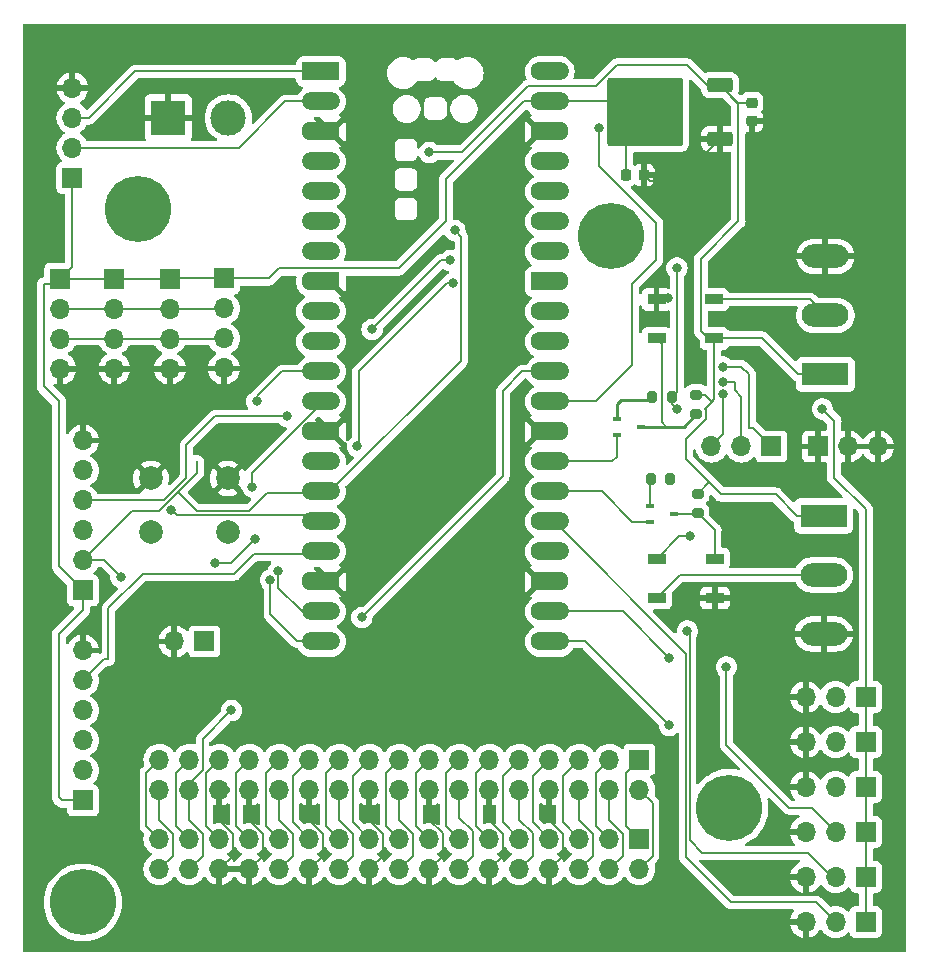
<source format=gbr>
%TF.GenerationSoftware,KiCad,Pcbnew,7.0.2*%
%TF.CreationDate,2023-05-18T15:41:40-05:00*%
%TF.ProjectId,FRC_5690_Common_PCB,4652435f-3536-4393-905f-436f6d6d6f6e,rev?*%
%TF.SameCoordinates,Original*%
%TF.FileFunction,Copper,L1,Top*%
%TF.FilePolarity,Positive*%
%FSLAX46Y46*%
G04 Gerber Fmt 4.6, Leading zero omitted, Abs format (unit mm)*
G04 Created by KiCad (PCBNEW 7.0.2) date 2023-05-18 15:41:40*
%MOMM*%
%LPD*%
G01*
G04 APERTURE LIST*
G04 Aperture macros list*
%AMRoundRect*
0 Rectangle with rounded corners*
0 $1 Rounding radius*
0 $2 $3 $4 $5 $6 $7 $8 $9 X,Y pos of 4 corners*
0 Add a 4 corners polygon primitive as box body*
4,1,4,$2,$3,$4,$5,$6,$7,$8,$9,$2,$3,0*
0 Add four circle primitives for the rounded corners*
1,1,$1+$1,$2,$3*
1,1,$1+$1,$4,$5*
1,1,$1+$1,$6,$7*
1,1,$1+$1,$8,$9*
0 Add four rect primitives between the rounded corners*
20,1,$1+$1,$2,$3,$4,$5,0*
20,1,$1+$1,$4,$5,$6,$7,0*
20,1,$1+$1,$6,$7,$8,$9,0*
20,1,$1+$1,$8,$9,$2,$3,0*%
%AMFreePoly0*
4,1,28,0.178017,0.779942,0.347107,0.720775,0.498792,0.625465,0.625465,0.498792,0.720775,0.347107,0.779942,0.178017,0.800000,0.000000,0.779942,-0.178017,0.720775,-0.347107,0.625465,-0.498792,0.498792,-0.625465,0.347107,-0.720775,0.178017,-0.779942,0.000000,-0.800000,-2.200000,-0.800000,-2.205014,-0.794986,-2.244504,-0.794986,-2.324698,-0.756366,-2.380194,-0.686777,-2.400000,-0.600000,
-2.400000,0.600000,-2.380194,0.686777,-2.324698,0.756366,-2.244504,0.794986,-2.205014,0.794986,-2.200000,0.800000,0.000000,0.800000,0.178017,0.779942,0.178017,0.779942,$1*%
%AMFreePoly1*
4,1,28,0.605014,0.794986,0.644504,0.794986,0.724698,0.756366,0.780194,0.686777,0.800000,0.600000,0.800000,-0.600000,0.780194,-0.686777,0.724698,-0.756366,0.644504,-0.794986,0.605014,-0.794986,0.600000,-0.800000,0.000000,-0.800000,-0.178017,-0.779942,-0.347107,-0.720775,-0.498792,-0.625465,-0.625465,-0.498792,-0.720775,-0.347107,-0.779942,-0.178017,-0.800000,0.000000,-0.779942,0.178017,
-0.720775,0.347107,-0.625465,0.498792,-0.498792,0.625465,-0.347107,0.720775,-0.178017,0.779942,0.000000,0.800000,0.600000,0.800000,0.605014,0.794986,0.605014,0.794986,$1*%
%AMFreePoly2*
4,1,29,0.605014,0.794986,0.644504,0.794986,0.724698,0.756366,0.780194,0.686777,0.800000,0.600000,0.800000,-0.600000,0.780194,-0.686777,0.724698,-0.756366,0.644504,-0.794986,0.605014,-0.794986,0.600000,-0.800000,0.000000,-0.800000,-1.600000,-0.800000,-1.778017,-0.779942,-1.947107,-0.720775,-2.098792,-0.625465,-2.225465,-0.498792,-2.320775,-0.347107,-2.379942,-0.178017,-2.400000,0.000000,
-2.379942,0.178017,-2.320775,0.347107,-2.225465,0.498792,-2.098792,0.625465,-1.947107,0.720775,-1.778017,0.779942,-1.600000,0.800000,0.600000,0.800000,0.605014,0.794986,0.605014,0.794986,$1*%
%AMFreePoly3*
4,1,28,0.178017,0.779942,0.347107,0.720775,0.498792,0.625465,0.625465,0.498792,0.720775,0.347107,0.779942,0.178017,0.800000,0.000000,0.779942,-0.178017,0.720775,-0.347107,0.625465,-0.498792,0.498792,-0.625465,0.347107,-0.720775,0.178017,-0.779942,0.000000,-0.800000,-0.600000,-0.800000,-0.605014,-0.794986,-0.644504,-0.794986,-0.724698,-0.756366,-0.780194,-0.686777,-0.800000,-0.600000,
-0.800000,0.600000,-0.780194,0.686777,-0.724698,0.756366,-0.644504,0.794986,-0.605014,0.794986,-0.600000,0.800000,0.000000,0.800000,0.178017,0.779942,0.178017,0.779942,$1*%
%AMFreePoly4*
4,1,29,1.778017,0.779942,1.947107,0.720775,2.098792,0.625465,2.225465,0.498792,2.320775,0.347107,2.379942,0.178017,2.400000,0.000000,2.379942,-0.178017,2.320775,-0.347107,2.225465,-0.498792,2.098792,-0.625465,1.947107,-0.720775,1.778017,-0.779942,1.600000,-0.800000,0.000000,-0.800000,-0.600000,-0.800000,-0.605014,-0.794986,-0.644504,-0.794986,-0.724698,-0.756366,-0.780194,-0.686777,
-0.800000,-0.600000,-0.800000,0.600000,-0.780194,0.686777,-0.724698,0.756366,-0.644504,0.794986,-0.605014,0.794986,-0.600000,0.800000,1.600000,0.800000,1.778017,0.779942,1.778017,0.779942,$1*%
G04 Aperture macros list end*
%TA.AperFunction,ComponentPad*%
%ADD10R,1.700000X1.700000*%
%TD*%
%TA.AperFunction,ComponentPad*%
%ADD11O,1.700000X1.700000*%
%TD*%
%TA.AperFunction,SMDPad,CuDef*%
%ADD12RoundRect,0.250000X0.850000X0.350000X-0.850000X0.350000X-0.850000X-0.350000X0.850000X-0.350000X0*%
%TD*%
%TA.AperFunction,SMDPad,CuDef*%
%ADD13RoundRect,0.250000X1.275000X1.125000X-1.275000X1.125000X-1.275000X-1.125000X1.275000X-1.125000X0*%
%TD*%
%TA.AperFunction,SMDPad,CuDef*%
%ADD14RoundRect,0.249997X2.950003X2.650003X-2.950003X2.650003X-2.950003X-2.650003X2.950003X-2.650003X0*%
%TD*%
%TA.AperFunction,SMDPad,CuDef*%
%ADD15RoundRect,0.225000X-0.250000X0.225000X-0.250000X-0.225000X0.250000X-0.225000X0.250000X0.225000X0*%
%TD*%
%TA.AperFunction,ComponentPad*%
%ADD16R,3.960000X1.980000*%
%TD*%
%TA.AperFunction,ComponentPad*%
%ADD17O,3.960000X1.980000*%
%TD*%
%TA.AperFunction,ComponentPad*%
%ADD18C,5.600000*%
%TD*%
%TA.AperFunction,ComponentPad*%
%ADD19R,3.000000X3.000000*%
%TD*%
%TA.AperFunction,ComponentPad*%
%ADD20C,3.000000*%
%TD*%
%TA.AperFunction,ComponentPad*%
%ADD21RoundRect,0.200000X-0.600000X-0.600000X0.600000X-0.600000X0.600000X0.600000X-0.600000X0.600000X0*%
%TD*%
%TA.AperFunction,SMDPad,CuDef*%
%ADD22FreePoly0,0.000000*%
%TD*%
%TA.AperFunction,ComponentPad*%
%ADD23C,1.600000*%
%TD*%
%TA.AperFunction,SMDPad,CuDef*%
%ADD24RoundRect,0.800000X-0.800000X0.000000X0.800000X0.000000X0.800000X0.000000X-0.800000X0.000000X0*%
%TD*%
%TA.AperFunction,ComponentPad*%
%ADD25FreePoly1,0.000000*%
%TD*%
%TA.AperFunction,SMDPad,CuDef*%
%ADD26FreePoly2,0.000000*%
%TD*%
%TA.AperFunction,ComponentPad*%
%ADD27FreePoly3,0.000000*%
%TD*%
%TA.AperFunction,SMDPad,CuDef*%
%ADD28FreePoly4,0.000000*%
%TD*%
%TA.AperFunction,SMDPad,CuDef*%
%ADD29RoundRect,0.200000X-0.275000X0.200000X-0.275000X-0.200000X0.275000X-0.200000X0.275000X0.200000X0*%
%TD*%
%TA.AperFunction,SMDPad,CuDef*%
%ADD30R,1.500000X0.900000*%
%TD*%
%TA.AperFunction,SMDPad,CuDef*%
%ADD31RoundRect,0.225000X-0.225000X-0.250000X0.225000X-0.250000X0.225000X0.250000X-0.225000X0.250000X0*%
%TD*%
%TA.AperFunction,SMDPad,CuDef*%
%ADD32RoundRect,0.200000X0.200000X0.275000X-0.200000X0.275000X-0.200000X-0.275000X0.200000X-0.275000X0*%
%TD*%
%TA.AperFunction,SMDPad,CuDef*%
%ADD33R,0.700000X0.450000*%
%TD*%
%TA.AperFunction,ComponentPad*%
%ADD34C,2.000000*%
%TD*%
%TA.AperFunction,ViaPad*%
%ADD35C,0.800000*%
%TD*%
%TA.AperFunction,Conductor*%
%ADD36C,0.203200*%
%TD*%
%TA.AperFunction,Conductor*%
%ADD37C,0.127000*%
%TD*%
%TA.AperFunction,Conductor*%
%ADD38C,0.250000*%
%TD*%
G04 APERTURE END LIST*
D10*
%TO.P,J16,1,Pin_1*%
%TO.N,GND*%
X166497000Y-95631000D03*
D11*
%TO.P,J16,2,Pin_2*%
X169037000Y-95631000D03*
%TO.P,J16,3,Pin_3*%
X171577000Y-95631000D03*
%TD*%
D10*
%TO.P,J4,1,Pin_1*%
%TO.N,+3.3V*%
X111633000Y-81417000D03*
D11*
%TO.P,J4,2,Pin_2*%
%TO.N,/I2C1_SDA*%
X111633000Y-83957000D03*
%TO.P,J4,3,Pin_3*%
%TO.N,/I2C1_SCL*%
X111633000Y-86497000D03*
%TO.P,J4,4,Pin_4*%
%TO.N,GND*%
X111633000Y-89037000D03*
%TD*%
D12*
%TO.P,U2,1,GND*%
%TO.N,GND*%
X158202000Y-69590000D03*
D13*
%TO.P,U2,2,VO*%
%TO.N,+3.3V*%
X153577000Y-68835000D03*
X153577000Y-65785000D03*
D14*
X151902000Y-67310000D03*
D13*
X150227000Y-68835000D03*
X150227000Y-65785000D03*
D12*
%TO.P,U2,3,VI*%
%TO.N,+5V*%
X158202000Y-65030000D03*
%TD*%
D10*
%TO.P,J9,1,Pin_1*%
%TO.N,+3.3V*%
X104267000Y-107823000D03*
D11*
%TO.P,J9,2,Pin_2*%
%TO.N,/SPI1_MOSI*%
X104267000Y-105283000D03*
%TO.P,J9,3,Pin_3*%
%TO.N,/SPI1_MISO*%
X104267000Y-102743000D03*
%TO.P,J9,4,Pin_4*%
%TO.N,/SPI1_CLK*%
X104267000Y-100203000D03*
%TO.P,J9,5,Pin_5*%
%TO.N,/SPI1_CS1*%
X104267000Y-97663000D03*
%TO.P,J9,6,Pin_6*%
%TO.N,GND*%
X104267000Y-95123000D03*
%TD*%
D15*
%TO.P,C1,1*%
%TO.N,+5V*%
X160909000Y-66535000D03*
%TO.P,C1,2*%
%TO.N,GND*%
X160909000Y-68085000D03*
%TD*%
D16*
%TO.P,J11,1,Pin_1*%
%TO.N,+5V*%
X166995000Y-101512000D03*
D17*
%TO.P,J11,2,Pin_2*%
%TO.N,Net-(D1-DOUT)*%
X166995000Y-106512000D03*
%TO.P,J11,3,Pin_3*%
%TO.N,GND*%
X166995000Y-111512000D03*
%TD*%
D18*
%TO.P,H2,1*%
%TO.N,N/C*%
X108966000Y-75565000D03*
%TD*%
D10*
%TO.P,J21,1,Pin_1*%
%TO.N,+3.3V*%
X170561000Y-132080000D03*
D11*
%TO.P,J21,2,Pin_2*%
%TO.N,/GPIO18*%
X168021000Y-132080000D03*
%TO.P,J21,3,Pin_3*%
%TO.N,GND*%
X165481000Y-132080000D03*
%TD*%
D10*
%TO.P,J18,1,Pin_1*%
%TO.N,+3.3V*%
X170546000Y-120650000D03*
D11*
%TO.P,J18,2,Pin_2*%
%TO.N,/GPIO3*%
X168006000Y-120650000D03*
%TO.P,J18,3,Pin_3*%
%TO.N,GND*%
X165466000Y-120650000D03*
%TD*%
D18*
%TO.P,H3,1*%
%TO.N,N/C*%
X159004000Y-126238000D03*
%TD*%
D10*
%TO.P,J19,1,Pin_1*%
%TO.N,+3.3V*%
X170546000Y-124460000D03*
D11*
%TO.P,J19,2,Pin_2*%
%TO.N,/GPIO16*%
X168006000Y-124460000D03*
%TO.P,J19,3,Pin_3*%
%TO.N,GND*%
X165466000Y-124460000D03*
%TD*%
D10*
%TO.P,J15,1,Pin_1*%
%TO.N,/CONFIG_SETUP*%
X114554000Y-112141000D03*
D11*
%TO.P,J15,2,Pin_2*%
%TO.N,GND*%
X112014000Y-112141000D03*
%TD*%
D10*
%TO.P,J20,1,Pin_1*%
%TO.N,+3.3V*%
X170546000Y-128270000D03*
D11*
%TO.P,J20,2,Pin_2*%
%TO.N,/GPIO17*%
X168006000Y-128270000D03*
%TO.P,J20,3,Pin_3*%
%TO.N,GND*%
X165466000Y-128270000D03*
%TD*%
D19*
%TO.P,J1,1,Pin_1*%
%TO.N,GND*%
X111506000Y-67818000D03*
D20*
%TO.P,J1,2,Pin_2*%
%TO.N,+5V*%
X116586000Y-67818000D03*
%TD*%
D21*
%TO.P,U1,1,GPIO0*%
%TO.N,/UART0_TX*%
X125222000Y-63881000D03*
D22*
X125222000Y-63881000D03*
D23*
%TO.P,U1,2,GPIO1*%
%TO.N,/UART0_RX*%
X125222000Y-66421000D03*
D24*
X124422000Y-66421000D03*
D25*
%TO.P,U1,3,GND*%
%TO.N,GND*%
X125222000Y-68961000D03*
D26*
X125222000Y-68961000D03*
D23*
%TO.P,U1,4,GPIO2*%
%TO.N,/GPIO2*%
X125222000Y-71501000D03*
D24*
X124422000Y-71501000D03*
D23*
%TO.P,U1,5,GPIO3*%
%TO.N,/GPIO3*%
X125222000Y-74041000D03*
D24*
X124422000Y-74041000D03*
D23*
%TO.P,U1,6,GPIO4*%
%TO.N,/MXP_I2C_SDA*%
X125222000Y-76581000D03*
D24*
X124422000Y-76581000D03*
D23*
%TO.P,U1,7,GPIO5*%
%TO.N,/MXP_I2C_SCL*%
X125222000Y-79121000D03*
D24*
X124422000Y-79121000D03*
D25*
%TO.P,U1,8,GND*%
%TO.N,GND*%
X125222000Y-81661000D03*
D26*
X125222000Y-81661000D03*
D23*
%TO.P,U1,9,GPIO6*%
%TO.N,unconnected-(U1-GPIO6-Pad9)*%
X125222000Y-84201000D03*
D24*
X124422000Y-84201000D03*
D23*
%TO.P,U1,10,GPIO7*%
%TO.N,unconnected-(U1-GPIO7-Pad10)*%
X125222000Y-86741000D03*
D24*
X124422000Y-86741000D03*
D23*
%TO.P,U1,11,GPIO8*%
%TO.N,/CONFIG_SETUP*%
X125222000Y-89281000D03*
D24*
X124422000Y-89281000D03*
D23*
%TO.P,U1,12,GPIO9*%
%TO.N,/SPI1_CS1*%
X125222000Y-91821000D03*
D24*
X124422000Y-91821000D03*
D25*
%TO.P,U1,13,GND*%
%TO.N,GND*%
X125222000Y-94361000D03*
D26*
X125222000Y-94361000D03*
D23*
%TO.P,U1,14,GPIO10*%
%TO.N,/SPI1_CLK*%
X125222000Y-96901000D03*
D24*
X124422000Y-96901000D03*
D23*
%TO.P,U1,15,GPIO11*%
%TO.N,/SPI1_MOSI*%
X125222000Y-99441000D03*
D24*
X124422000Y-99441000D03*
D23*
%TO.P,U1,16,GPIO12*%
%TO.N,/SPI1_MISO*%
X125222000Y-101981000D03*
D24*
X124422000Y-101981000D03*
D23*
%TO.P,U1,17,GPIO13*%
%TO.N,/SPI1_CS0*%
X125222000Y-104521000D03*
D24*
X124422000Y-104521000D03*
D25*
%TO.P,U1,18,GND*%
%TO.N,GND*%
X125222000Y-107061000D03*
D26*
X125222000Y-107061000D03*
D23*
%TO.P,U1,19,GPIO14*%
%TO.N,/I2C1_SDA*%
X125222000Y-109601000D03*
D24*
X124422000Y-109601000D03*
D23*
%TO.P,U1,20,GPIO15*%
%TO.N,/I2C1_SCL*%
X125222000Y-112141000D03*
D24*
X124422000Y-112141000D03*
D23*
%TO.P,U1,21,GPIO16*%
%TO.N,/GPIO16*%
X143002000Y-112141000D03*
D24*
X143802000Y-112141000D03*
D23*
%TO.P,U1,22,GPIO17*%
%TO.N,/GPIO17*%
X143002000Y-109601000D03*
D24*
X143802000Y-109601000D03*
D27*
%TO.P,U1,23,GND*%
%TO.N,GND*%
X143002000Y-107061000D03*
D28*
X143002000Y-107061000D03*
D23*
%TO.P,U1,24,GPIO18*%
%TO.N,/GPIO18*%
X143002000Y-104521000D03*
D24*
X143802000Y-104521000D03*
D23*
%TO.P,U1,25,GPIO19*%
%TO.N,/GPIO19*%
X143002000Y-101981000D03*
D24*
X143802000Y-101981000D03*
D23*
%TO.P,U1,26,GPIO20*%
%TO.N,/RGB_LED0*%
X143002000Y-99441000D03*
D24*
X143802000Y-99441000D03*
D23*
%TO.P,U1,27,GPIO21*%
%TO.N,/RGB_LED1*%
X143002000Y-96901000D03*
D24*
X143802000Y-96901000D03*
D27*
%TO.P,U1,28,GND*%
%TO.N,GND*%
X143002000Y-94361000D03*
D28*
X143002000Y-94361000D03*
D23*
%TO.P,U1,29,GPIO22*%
%TO.N,/SD_CARD_CS*%
X143002000Y-91821000D03*
D24*
X143802000Y-91821000D03*
D23*
%TO.P,U1,30,RUN*%
%TO.N,Net-(U1-RUN)*%
X143002000Y-89281000D03*
D24*
X143802000Y-89281000D03*
D23*
%TO.P,U1,31,GPIO26_ADC0*%
%TO.N,/ADC0*%
X143002000Y-86741000D03*
D24*
X143802000Y-86741000D03*
D23*
%TO.P,U1,32,GPIO27_ADC1*%
%TO.N,/ADC1*%
X143002000Y-84201000D03*
D24*
X143802000Y-84201000D03*
D27*
%TO.P,U1,33,AGND*%
%TO.N,unconnected-(U1-AGND-Pad33)*%
X143002000Y-81661000D03*
D28*
X143002000Y-81661000D03*
D23*
%TO.P,U1,34,GPIO28_ADC2*%
%TO.N,/ADC2*%
X143002000Y-79121000D03*
D24*
X143802000Y-79121000D03*
D23*
%TO.P,U1,35,ADC_VREF*%
%TO.N,unconnected-(U1-ADC_VREF-Pad35)*%
X143002000Y-76581000D03*
D24*
X143802000Y-76581000D03*
D23*
%TO.P,U1,36,3V3*%
%TO.N,unconnected-(U1-3V3-Pad36)*%
X143002000Y-74041000D03*
D24*
X143802000Y-74041000D03*
D23*
%TO.P,U1,37,3V3_EN*%
%TO.N,unconnected-(U1-3V3_EN-Pad37)*%
X143002000Y-71501000D03*
D24*
X143802000Y-71501000D03*
D27*
%TO.P,U1,38,GND*%
%TO.N,GND*%
X143002000Y-68961000D03*
D28*
X143002000Y-68961000D03*
D23*
%TO.P,U1,39,VSYS*%
%TO.N,+3.3V*%
X143002000Y-66421000D03*
D24*
X143802000Y-66421000D03*
D23*
%TO.P,U1,40,VBUS*%
%TO.N,unconnected-(U1-VBUS-Pad40)*%
X143002000Y-63881000D03*
D24*
X143802000Y-63881000D03*
%TD*%
D29*
%TO.P,R2,1*%
%TO.N,+5V*%
X156337000Y-99632000D03*
%TO.P,R2,2*%
%TO.N,Net-(D1-DIN)*%
X156337000Y-101282000D03*
%TD*%
D30*
%TO.P,D1,1,VDD*%
%TO.N,+5V*%
X152871000Y-105157000D03*
%TO.P,D1,2,DOUT*%
%TO.N,Net-(D1-DOUT)*%
X152871000Y-108457000D03*
%TO.P,D1,3,VSS*%
%TO.N,GND*%
X157771000Y-108457000D03*
%TO.P,D1,4,DIN*%
%TO.N,Net-(D1-DIN)*%
X157771000Y-105157000D03*
%TD*%
D10*
%TO.P,J13,1,Pin_1*%
%TO.N,/ADC2*%
X162560000Y-95631000D03*
D11*
%TO.P,J13,2,Pin_2*%
%TO.N,/ADC1*%
X160020000Y-95631000D03*
%TO.P,J13,3,Pin_3*%
%TO.N,/ADC0*%
X157480000Y-95631000D03*
%TD*%
D18*
%TO.P,H1,1*%
%TO.N,N/C*%
X148971000Y-77851000D03*
%TD*%
D10*
%TO.P,J2,1,Pin_1*%
%TO.N,+3.3V*%
X102362000Y-81417000D03*
D11*
%TO.P,J2,2,Pin_2*%
%TO.N,/I2C1_SDA*%
X102362000Y-83957000D03*
%TO.P,J2,3,Pin_3*%
%TO.N,/I2C1_SCL*%
X102362000Y-86497000D03*
%TO.P,J2,4,Pin_4*%
%TO.N,GND*%
X102362000Y-89037000D03*
%TD*%
D31*
%TO.P,C2,1*%
%TO.N,+3.3V*%
X150215000Y-72644000D03*
%TO.P,C2,2*%
%TO.N,GND*%
X151765000Y-72644000D03*
%TD*%
D32*
%TO.P,R3,1*%
%TO.N,+3.3V*%
X154114000Y-91440000D03*
%TO.P,R3,2*%
%TO.N,Net-(Q1-B)*%
X152464000Y-91440000D03*
%TD*%
D33*
%TO.P,Q1,1,B*%
%TO.N,Net-(Q1-B)*%
X149495000Y-93330000D03*
%TO.P,Q1,2,E*%
%TO.N,/RGB_LED1*%
X149495000Y-94630000D03*
%TO.P,Q1,3,C*%
%TO.N,Net-(D2-DIN)*%
X151495000Y-93980000D03*
%TD*%
D10*
%TO.P,J10,1,Pin_1*%
%TO.N,+3.3V*%
X103378000Y-72888000D03*
D11*
%TO.P,J10,2,Pin_2*%
%TO.N,/UART0_RX*%
X103378000Y-70348000D03*
%TO.P,J10,3,Pin_3*%
%TO.N,/UART0_TX*%
X103378000Y-67808000D03*
%TO.P,J10,4,Pin_4*%
%TO.N,GND*%
X103378000Y-65268000D03*
%TD*%
D34*
%TO.P,SW2,1,1*%
%TO.N,GND*%
X110034000Y-98334000D03*
X116534000Y-98334000D03*
%TO.P,SW2,2,2*%
%TO.N,Net-(U1-RUN)*%
X110034000Y-102834000D03*
X116534000Y-102834000D03*
%TD*%
D29*
%TO.P,R4,1*%
%TO.N,+5V*%
X156210000Y-91250000D03*
%TO.P,R4,2*%
%TO.N,Net-(D2-DIN)*%
X156210000Y-92900000D03*
%TD*%
D30*
%TO.P,D2,1,VDD*%
%TO.N,+5V*%
X157734000Y-86485000D03*
%TO.P,D2,2,DOUT*%
%TO.N,Net-(D2-DOUT)*%
X157734000Y-83185000D03*
%TO.P,D2,3,VSS*%
%TO.N,GND*%
X152834000Y-83185000D03*
%TO.P,D2,4,DIN*%
%TO.N,Net-(D2-DIN)*%
X152834000Y-86485000D03*
%TD*%
D10*
%TO.P,J6,1,Pin_1*%
%TO.N,/MXP_+5V*%
X151388999Y-128866863D03*
D11*
%TO.P,J6,2,Pin_2*%
%TO.N,/MXP_AO0*%
X151388999Y-131406863D03*
%TO.P,J6,3,Pin_3*%
%TO.N,/MXP_AI0*%
X148848999Y-128866863D03*
%TO.P,J6,4,Pin_4*%
%TO.N,/MXP_AO1*%
X148848999Y-131406863D03*
%TO.P,J6,5,Pin_5*%
%TO.N,/MXP_AI1*%
X146308999Y-128866863D03*
%TO.P,J6,6,Pin_6*%
%TO.N,AGND*%
X146308999Y-131406863D03*
%TO.P,J6,7,Pin_7*%
%TO.N,/MXP_AI2*%
X143768999Y-128866863D03*
%TO.P,J6,8,Pin_8*%
%TO.N,GND*%
X143768999Y-131406863D03*
%TO.P,J6,9,Pin_9*%
%TO.N,/MXP_AI3*%
X141228999Y-128866863D03*
%TO.P,J6,10,Pin_10*%
%TO.N,/MXP_NAVX_UART_RX*%
X141228999Y-131406863D03*
%TO.P,J6,11,Pin_11*%
%TO.N,/MXP_DIO0*%
X138688999Y-128866863D03*
%TO.P,J6,12,Pin_12*%
%TO.N,GND*%
X138688999Y-131406863D03*
%TO.P,J6,13,Pin_13*%
%TO.N,/MXP_DIO1*%
X136148999Y-128866863D03*
%TO.P,J6,14,Pin_14*%
%TO.N,/MXP_NAVX_UART_TX*%
X136148999Y-131406863D03*
%TO.P,J6,15,Pin_15*%
%TO.N,/MXP_DIO2*%
X133608999Y-128866863D03*
%TO.P,J6,16,Pin_16*%
%TO.N,GND*%
X133608999Y-131406863D03*
%TO.P,J6,17,Pin_17*%
%TO.N,/MXP_DIO3*%
X131068999Y-128866863D03*
%TO.P,J6,18,Pin_18*%
%TO.N,/MXP_DIO11*%
X131068999Y-131406863D03*
%TO.P,J6,19,Pin_19*%
%TO.N,/MXP_NAVX_CS*%
X128528999Y-128866863D03*
%TO.P,J6,20,Pin_20*%
%TO.N,GND*%
X128528999Y-131406863D03*
%TO.P,J6,21,Pin_21*%
%TO.N,/MXP_SPI_CLK*%
X125988999Y-128866863D03*
%TO.P,J6,22,Pin_22*%
%TO.N,/MXP_DIO12*%
X125988999Y-131406863D03*
%TO.P,J6,23,Pin_23*%
%TO.N,/MXP_CIPO*%
X123448999Y-128866863D03*
%TO.P,J6,24,Pin_24*%
%TO.N,GND*%
X123448999Y-131406863D03*
%TO.P,J6,25,Pin_25*%
%TO.N,/MXP_SPI_COPI*%
X120908999Y-128866863D03*
%TO.P,J6,26,Pin_26*%
%TO.N,/MXP_DIO13*%
X120908999Y-131406863D03*
%TO.P,J6,27,Pin_27*%
%TO.N,/MXP_PWM0*%
X118368999Y-128866863D03*
%TO.P,J6,28,Pin_28*%
%TO.N,GND*%
X118368999Y-131406863D03*
%TO.P,J6,29,Pin_29*%
%TO.N,/MXP_PWM1*%
X115828999Y-128866863D03*
%TO.P,J6,30,Pin_30*%
%TO.N,GND*%
X115828999Y-131406863D03*
%TO.P,J6,31,Pin_31*%
%TO.N,/MXP_PWM2*%
X113288999Y-128866863D03*
%TO.P,J6,32,Pin_32*%
%TO.N,/MXP_I2C_SCL*%
X113288999Y-131406863D03*
%TO.P,J6,33,Pin_33*%
%TO.N,/MXP_+3.3V*%
X110748999Y-128866863D03*
%TO.P,J6,34,Pin_34*%
%TO.N,/MXP_I2C_SDA*%
X110748999Y-131406863D03*
%TD*%
D18*
%TO.P,H4,1*%
%TO.N,N/C*%
X104267000Y-134239000D03*
%TD*%
D16*
%TO.P,J12,1,Pin_1*%
%TO.N,+5V*%
X167132000Y-89535000D03*
D17*
%TO.P,J12,2,Pin_2*%
%TO.N,Net-(D2-DOUT)*%
X167132000Y-84535000D03*
%TO.P,J12,3,Pin_3*%
%TO.N,GND*%
X167132000Y-79535000D03*
%TD*%
D32*
%TO.P,R1,1*%
%TO.N,+3.3V*%
X153987000Y-98425000D03*
%TO.P,R1,2*%
%TO.N,Net-(Q2-B)*%
X152337000Y-98425000D03*
%TD*%
D10*
%TO.P,J7,1,Pin_1*%
%TO.N,+3.3V*%
X116205000Y-81407000D03*
D11*
%TO.P,J7,2,Pin_2*%
%TO.N,/I2C1_SDA*%
X116205000Y-83947000D03*
%TO.P,J7,3,Pin_3*%
%TO.N,/I2C1_SCL*%
X116205000Y-86487000D03*
%TO.P,J7,4,Pin_4*%
%TO.N,GND*%
X116205000Y-89027000D03*
%TD*%
D33*
%TO.P,Q2,1,B*%
%TO.N,Net-(Q2-B)*%
X152289000Y-100696000D03*
%TO.P,Q2,2,E*%
%TO.N,/RGB_LED0*%
X152289000Y-101996000D03*
%TO.P,Q2,3,C*%
%TO.N,Net-(D1-DIN)*%
X154289000Y-101346000D03*
%TD*%
D10*
%TO.P,J17,1,Pin_1*%
%TO.N,+3.3V*%
X170546000Y-116840000D03*
D11*
%TO.P,J17,2,Pin_2*%
%TO.N,/GPIO2*%
X168006000Y-116840000D03*
%TO.P,J17,3,Pin_3*%
%TO.N,GND*%
X165466000Y-116840000D03*
%TD*%
D10*
%TO.P,J22,1,Pin_1*%
%TO.N,+3.3V*%
X170546000Y-135890000D03*
D11*
%TO.P,J22,2,Pin_2*%
%TO.N,/GPIO19*%
X168006000Y-135890000D03*
%TO.P,J22,3,Pin_3*%
%TO.N,GND*%
X165466000Y-135890000D03*
%TD*%
D10*
%TO.P,J8,1,Pin_1*%
%TO.N,+3.3V*%
X104267000Y-125603000D03*
D11*
%TO.P,J8,2,Pin_2*%
%TO.N,/SPI1_MOSI*%
X104267000Y-123063000D03*
%TO.P,J8,3,Pin_3*%
%TO.N,/SPI1_MISO*%
X104267000Y-120523000D03*
%TO.P,J8,4,Pin_4*%
%TO.N,/SPI1_CLK*%
X104267000Y-117983000D03*
%TO.P,J8,5,Pin_5*%
%TO.N,/SPI1_CS0*%
X104267000Y-115443000D03*
%TO.P,J8,6,Pin_6*%
%TO.N,GND*%
X104267000Y-112903000D03*
%TD*%
D10*
%TO.P,J3,1,Pin_1*%
%TO.N,+3.3V*%
X106934000Y-81417000D03*
D11*
%TO.P,J3,2,Pin_2*%
%TO.N,/I2C1_SDA*%
X106934000Y-83957000D03*
%TO.P,J3,3,Pin_3*%
%TO.N,/I2C1_SCL*%
X106934000Y-86497000D03*
%TO.P,J3,4,Pin_4*%
%TO.N,GND*%
X106934000Y-89037000D03*
%TD*%
D10*
%TO.P,J5,1,Pin_1*%
%TO.N,/MXP_+5V*%
X151384000Y-122140862D03*
D11*
%TO.P,J5,2,Pin_2*%
%TO.N,/MXP_AO0*%
X151384000Y-124680862D03*
%TO.P,J5,3,Pin_3*%
%TO.N,/MXP_AI0*%
X148844000Y-122140862D03*
%TO.P,J5,4,Pin_4*%
%TO.N,/MXP_AO1*%
X148844000Y-124680862D03*
%TO.P,J5,5,Pin_5*%
%TO.N,/MXP_AI1*%
X146304000Y-122140862D03*
%TO.P,J5,6,Pin_6*%
%TO.N,AGND*%
X146304000Y-124680862D03*
%TO.P,J5,7,Pin_7*%
%TO.N,/MXP_AI2*%
X143764000Y-122140862D03*
%TO.P,J5,8,Pin_8*%
%TO.N,GND*%
X143764000Y-124680862D03*
%TO.P,J5,9,Pin_9*%
%TO.N,/MXP_AI3*%
X141224000Y-122140862D03*
%TO.P,J5,10,Pin_10*%
%TO.N,/MXP_NAVX_UART_RX*%
X141224000Y-124680862D03*
%TO.P,J5,11,Pin_11*%
%TO.N,/MXP_DIO0*%
X138684000Y-122140862D03*
%TO.P,J5,12,Pin_12*%
%TO.N,GND*%
X138684000Y-124680862D03*
%TO.P,J5,13,Pin_13*%
%TO.N,/MXP_DIO1*%
X136144000Y-122140862D03*
%TO.P,J5,14,Pin_14*%
%TO.N,/MXP_NAVX_UART_TX*%
X136144000Y-124680862D03*
%TO.P,J5,15,Pin_15*%
%TO.N,/MXP_DIO2*%
X133604000Y-122140862D03*
%TO.P,J5,16,Pin_16*%
%TO.N,GND*%
X133604000Y-124680862D03*
%TO.P,J5,17,Pin_17*%
%TO.N,/MXP_DIO3*%
X131064000Y-122140862D03*
%TO.P,J5,18,Pin_18*%
%TO.N,/MXP_DIO11*%
X131064000Y-124680862D03*
%TO.P,J5,19,Pin_19*%
%TO.N,/MXP_NAVX_CS*%
X128524000Y-122140862D03*
%TO.P,J5,20,Pin_20*%
%TO.N,GND*%
X128524000Y-124680862D03*
%TO.P,J5,21,Pin_21*%
%TO.N,/MXP_SPI_CLK*%
X125984000Y-122140862D03*
%TO.P,J5,22,Pin_22*%
%TO.N,/MXP_DIO12*%
X125984000Y-124680862D03*
%TO.P,J5,23,Pin_23*%
%TO.N,/MXP_CIPO*%
X123444000Y-122140862D03*
%TO.P,J5,24,Pin_24*%
%TO.N,GND*%
X123444000Y-124680862D03*
%TO.P,J5,25,Pin_25*%
%TO.N,/MXP_SPI_COPI*%
X120904000Y-122140862D03*
%TO.P,J5,26,Pin_26*%
%TO.N,/MXP_DIO13*%
X120904000Y-124680862D03*
%TO.P,J5,27,Pin_27*%
%TO.N,/MXP_PWM0*%
X118364000Y-122140862D03*
%TO.P,J5,28,Pin_28*%
%TO.N,GND*%
X118364000Y-124680862D03*
%TO.P,J5,29,Pin_29*%
%TO.N,/MXP_PWM1*%
X115824000Y-122140862D03*
%TO.P,J5,30,Pin_30*%
%TO.N,GND*%
X115824000Y-124680862D03*
%TO.P,J5,31,Pin_31*%
%TO.N,/MXP_PWM2*%
X113284000Y-122140862D03*
%TO.P,J5,32,Pin_32*%
%TO.N,/MXP_I2C_SCL*%
X113284000Y-124680862D03*
%TO.P,J5,33,Pin_33*%
%TO.N,/MXP_+3.3V*%
X110744000Y-122140862D03*
%TO.P,J5,34,Pin_34*%
%TO.N,/MXP_I2C_SDA*%
X110744000Y-124680862D03*
%TD*%
D35*
%TO.N,+5V*%
X155702000Y-103251000D03*
X156337000Y-99632000D03*
X133604000Y-70739000D03*
%TO.N,GND*%
X152908000Y-73152000D03*
X153797000Y-83058000D03*
%TO.N,+3.3V*%
X153577000Y-68656000D03*
X150227000Y-65317900D03*
X166878000Y-92456000D03*
X150215000Y-72644000D03*
X153987000Y-98425000D03*
X154559000Y-92456000D03*
X154559000Y-80518000D03*
%TO.N,/I2C1_SDA*%
X120805000Y-106196312D03*
%TO.N,/I2C1_SCL*%
X120136880Y-106939696D03*
%TO.N,/MXP_I2C_SCL*%
X116840000Y-117983000D03*
%TO.N,Net-(U1-RUN)*%
X127889000Y-110109000D03*
%TO.N,/SPI1_MOSI*%
X107470000Y-106680000D03*
X135763000Y-77343000D03*
%TO.N,/SPI1_MISO*%
X127508000Y-95631000D03*
X135636000Y-81788000D03*
X111761536Y-100966536D03*
%TO.N,/SPI1_CLK*%
X121539000Y-93091000D03*
X128750000Y-85725000D03*
X135382000Y-79883000D03*
%TO.N,/SPI1_CS1*%
X118618000Y-99060000D03*
%TO.N,/ADC2*%
X158435100Y-88900000D03*
%TO.N,/ADC1*%
X158435100Y-90188355D03*
%TO.N,/ADC0*%
X158496000Y-91186000D03*
%TO.N,/GPIO16*%
X153924000Y-119253000D03*
%TO.N,/GPIO17*%
X153924000Y-113538000D03*
X158750000Y-114300000D03*
%TO.N,/GPIO18*%
X155448000Y-111252000D03*
%TO.N,/SD_CARD_CS*%
X147955000Y-68707000D03*
%TO.N,/CONFIG_SETUP*%
X115443000Y-105537000D03*
X118872000Y-103505000D03*
X118999000Y-91821000D03*
%TD*%
D36*
%TO.N,+3.3V*%
X170546000Y-100950000D02*
X170546000Y-116840000D01*
X167894000Y-93472000D02*
X167894000Y-95145391D01*
X167885400Y-95153991D02*
X167885400Y-98289400D01*
X167885400Y-98289400D02*
X170546000Y-100950000D01*
X166878000Y-92456000D02*
X167894000Y-93472000D01*
X167894000Y-95145391D02*
X167885400Y-95153991D01*
%TO.N,+5V*%
X156909000Y-91250000D02*
X156210000Y-91250000D01*
X157512000Y-91853000D02*
X156909000Y-91250000D01*
X157512000Y-91853000D02*
X156929685Y-92435315D01*
X157734000Y-91631000D02*
X157512000Y-91853000D01*
D37*
%TO.N,Net-(D2-DIN)*%
X153289000Y-93599000D02*
X153670000Y-93980000D01*
X152834000Y-86485000D02*
X153289000Y-86940000D01*
D38*
X153670000Y-93980000D02*
X155130000Y-93980000D01*
X153416000Y-93980000D02*
X153670000Y-93980000D01*
D37*
X153289000Y-86940000D02*
X153289000Y-93599000D01*
D38*
X151495000Y-93980000D02*
X153416000Y-93980000D01*
X155130000Y-93980000D02*
X156210000Y-92900000D01*
D37*
%TO.N,/RGB_LED1*%
X149495000Y-96504000D02*
X149495000Y-94630000D01*
X149098000Y-96901000D02*
X149495000Y-96504000D01*
D38*
%TO.N,Net-(Q1-B)*%
X152210000Y-91694000D02*
X152464000Y-91440000D01*
X149860000Y-91694000D02*
X152210000Y-91694000D01*
X149495000Y-92059000D02*
X149860000Y-91694000D01*
X149495000Y-93330000D02*
X149495000Y-92059000D01*
D36*
%TO.N,/ADC2*%
X161036000Y-94107000D02*
X162560000Y-95631000D01*
X160655000Y-89535000D02*
X160655000Y-94107000D01*
X160020000Y-88900000D02*
X160655000Y-89535000D01*
X160655000Y-94107000D02*
X161036000Y-94107000D01*
%TO.N,/ADC1*%
X160020000Y-91440000D02*
X160020000Y-95631000D01*
X159447436Y-90867436D02*
X160020000Y-91440000D01*
%TO.N,/ADC0*%
X158496000Y-91186000D02*
X158496000Y-94615000D01*
X158496000Y-94615000D02*
X157480000Y-95631000D01*
%TO.N,+5V*%
X156986600Y-93307770D02*
X155321000Y-94973370D01*
X155321000Y-94973370D02*
X155321000Y-96710000D01*
X156986600Y-92492230D02*
X156986600Y-93307770D01*
X155321000Y-96710000D02*
X157290000Y-98679000D01*
X156929685Y-92435315D02*
X156986600Y-92492230D01*
X157734000Y-86485000D02*
X157734000Y-91631000D01*
X164758000Y-101512000D02*
X166995000Y-101512000D01*
X162941000Y-99695000D02*
X164758000Y-101512000D01*
X158306000Y-99695000D02*
X162941000Y-99695000D01*
X157290000Y-98679000D02*
X158306000Y-99695000D01*
%TO.N,/ADC1*%
X159447436Y-90188355D02*
X159447436Y-90867436D01*
X158435100Y-90188355D02*
X159447436Y-90188355D01*
%TO.N,/ADC2*%
X158435100Y-88900000D02*
X160020000Y-88900000D01*
%TO.N,+5V*%
X158202000Y-65030000D02*
X157105000Y-65030000D01*
X161796000Y-86485000D02*
X164846000Y-89535000D01*
X157105000Y-65030000D02*
X155448000Y-63373000D01*
X159707000Y-66535000D02*
X160909000Y-66535000D01*
X156591000Y-79756000D02*
X159766000Y-76581000D01*
X159766000Y-76581000D02*
X159766000Y-66594000D01*
X157734000Y-86485000D02*
X157224000Y-86485000D01*
X136398000Y-70739000D02*
X133985000Y-70739000D01*
X149458918Y-63373000D02*
X147680918Y-65151000D01*
X155448000Y-63373000D02*
X149458918Y-63373000D01*
X152871000Y-105157000D02*
X154777000Y-103251000D01*
X133985000Y-70739000D02*
X133604000Y-70739000D01*
X141986000Y-65151000D02*
X136398000Y-70739000D01*
X164846000Y-89535000D02*
X167132000Y-89535000D01*
X159766000Y-66594000D02*
X158202000Y-65030000D01*
X156591000Y-85852000D02*
X156591000Y-79756000D01*
X156337000Y-99632000D02*
X157290000Y-98679000D01*
X157224000Y-86485000D02*
X156591000Y-85852000D01*
X154777000Y-103251000D02*
X155702000Y-103251000D01*
X147680918Y-65151000D02*
X141986000Y-65151000D01*
X157734000Y-86485000D02*
X161796000Y-86485000D01*
X165227000Y-101981000D02*
X167005000Y-101981000D01*
X158202000Y-65030000D02*
X159707000Y-66535000D01*
D37*
%TO.N,GND*%
X128524000Y-127287137D02*
X129666999Y-128430136D01*
X139802499Y-130293363D02*
X138688999Y-131406863D01*
X124586999Y-130268863D02*
X123448999Y-131406863D01*
X118364000Y-124680862D02*
X118364000Y-127287137D01*
X152273000Y-73152000D02*
X151765000Y-72644000D01*
X123444000Y-127287137D02*
X124586999Y-128430136D01*
X115824000Y-124680862D02*
X115824000Y-127287137D01*
X123444000Y-124680862D02*
X123444000Y-127287137D01*
X152834000Y-83185000D02*
X153670000Y-83185000D01*
X119482499Y-130293363D02*
X118368999Y-131406863D01*
X134722499Y-130293363D02*
X133608999Y-131406863D01*
X133604000Y-127220863D02*
X134722499Y-128339362D01*
X138684000Y-127287137D02*
X139802499Y-128405636D01*
X151765000Y-72644000D02*
X155148000Y-72644000D01*
X115824000Y-127287137D02*
X116942499Y-128405636D01*
X118364000Y-127287137D02*
X119482499Y-128405636D01*
X133604000Y-124680862D02*
X133604000Y-127220863D01*
X139802499Y-128405636D02*
X139802499Y-130293363D01*
X144906999Y-130268863D02*
X143768999Y-131406863D01*
X119482499Y-128405636D02*
X119482499Y-130293363D01*
X116942499Y-128405636D02*
X116942499Y-130293363D01*
X134722499Y-128339362D02*
X134722499Y-130293363D01*
X138684000Y-124680862D02*
X138684000Y-127287137D01*
X143764000Y-124680862D02*
X143764000Y-127287137D01*
X124586999Y-128430136D02*
X124586999Y-130268863D01*
X152908000Y-73152000D02*
X152273000Y-73152000D01*
X129666999Y-128430136D02*
X129666999Y-130268863D01*
X128524000Y-124680862D02*
X128524000Y-127287137D01*
X155148000Y-72644000D02*
X158202000Y-69590000D01*
X143764000Y-127287137D02*
X144906999Y-128430136D01*
X144906999Y-128430136D02*
X144906999Y-130268863D01*
X129666999Y-130268863D02*
X128528999Y-131406863D01*
X116942499Y-130293363D02*
X115828999Y-131406863D01*
X153670000Y-83185000D02*
X153797000Y-83058000D01*
D36*
%TO.N,+3.3V*%
X116205000Y-81407000D02*
X111643000Y-81407000D01*
X170546000Y-132065000D02*
X170561000Y-132080000D01*
X150227000Y-72632000D02*
X150227000Y-68835000D01*
X170561000Y-135875000D02*
X170546000Y-135890000D01*
X104267000Y-109474000D02*
X102235000Y-111506000D01*
X120862600Y-80559400D02*
X131022600Y-80559400D01*
X104267000Y-107823000D02*
X104267000Y-109474000D01*
X100965000Y-81915000D02*
X101864000Y-81915000D01*
X102235000Y-125349000D02*
X102489000Y-125603000D01*
X120015000Y-81407000D02*
X120862600Y-80559400D01*
X111643000Y-81407000D02*
X111633000Y-81417000D01*
X141605000Y-66421000D02*
X143002000Y-66421000D01*
X102235000Y-111506000D02*
X102235000Y-125349000D01*
X103378000Y-80401000D02*
X102362000Y-81417000D01*
X170561000Y-132080000D02*
X170561000Y-135875000D01*
X102489000Y-125603000D02*
X104267000Y-125603000D01*
X154114000Y-92011000D02*
X154559000Y-92456000D01*
X170546000Y-124460000D02*
X170546000Y-128270000D01*
X104267000Y-107823000D02*
X102235000Y-105791000D01*
X154114000Y-91440000D02*
X154114000Y-92011000D01*
X170546000Y-116840000D02*
X170546000Y-120650000D01*
X106934000Y-81417000D02*
X102362000Y-81417000D01*
X102235000Y-105791000D02*
X102235000Y-91821000D01*
X135001000Y-76581000D02*
X135001000Y-73025000D01*
X154559000Y-90995000D02*
X154559000Y-80518000D01*
X116205000Y-81407000D02*
X120015000Y-81407000D01*
X111633000Y-81417000D02*
X106934000Y-81417000D01*
X103378000Y-72888000D02*
X103378000Y-80401000D01*
X154114000Y-91440000D02*
X154559000Y-90995000D01*
X100965000Y-90551000D02*
X100965000Y-81915000D01*
X170546000Y-128270000D02*
X170546000Y-132065000D01*
X102235000Y-91821000D02*
X100965000Y-90551000D01*
X131022600Y-80559400D02*
X135001000Y-76581000D01*
X101864000Y-81915000D02*
X102362000Y-81417000D01*
X135001000Y-73025000D02*
X141605000Y-66421000D01*
X170546000Y-120650000D02*
X170546000Y-124460000D01*
X150215000Y-72644000D02*
X150227000Y-72632000D01*
X149591000Y-66421000D02*
X150227000Y-65785000D01*
X143002000Y-66421000D02*
X149591000Y-66421000D01*
D37*
%TO.N,Net-(D1-DOUT)*%
X152871000Y-108457000D02*
X154816000Y-106512000D01*
X154816000Y-106512000D02*
X166995000Y-106512000D01*
%TO.N,Net-(D1-DIN)*%
X157771000Y-102716000D02*
X157771000Y-105157000D01*
X154289000Y-101346000D02*
X156273000Y-101346000D01*
X156273000Y-101346000D02*
X156337000Y-101282000D01*
X156337000Y-101282000D02*
X157771000Y-102716000D01*
%TO.N,Net-(D2-DOUT)*%
X157734000Y-83185000D02*
X165862000Y-83185000D01*
X165862000Y-83185000D02*
X167132000Y-84455000D01*
%TO.N,/I2C1_SDA*%
X125222000Y-109601000D02*
X122809000Y-109601000D01*
X106934000Y-83957000D02*
X111633000Y-83957000D01*
X116195000Y-83957000D02*
X116205000Y-83947000D01*
X111633000Y-83957000D02*
X116195000Y-83957000D01*
X102362000Y-83957000D02*
X106934000Y-83957000D01*
X122809000Y-109601000D02*
X120805000Y-107597000D01*
X120805000Y-107597000D02*
X120805000Y-106196312D01*
%TO.N,/I2C1_SCL*%
X122428000Y-112141000D02*
X125222000Y-112141000D01*
X106934000Y-86497000D02*
X111633000Y-86497000D01*
X116195000Y-86497000D02*
X116205000Y-86487000D01*
X120136880Y-106939696D02*
X120136880Y-109849880D01*
X111633000Y-86497000D02*
X116195000Y-86497000D01*
X120136880Y-109849880D02*
X122428000Y-112141000D01*
X102362000Y-86497000D02*
X106934000Y-86497000D01*
%TO.N,/MXP_AO0*%
X152502499Y-130293363D02*
X151388999Y-131406863D01*
X152502499Y-125799361D02*
X152502499Y-130293363D01*
X151384000Y-124680862D02*
X152502499Y-125799361D01*
%TO.N,/MXP_AI0*%
X147730500Y-123254362D02*
X147730500Y-127748364D01*
X148844000Y-122140862D02*
X147730500Y-123254362D01*
X147730500Y-127748364D02*
X148848999Y-128866863D01*
%TO.N,/MXP_AO1*%
X148844000Y-124680862D02*
X148844000Y-127287137D01*
X149986999Y-128430136D02*
X149986999Y-130268863D01*
X149986999Y-130268863D02*
X148848999Y-131406863D01*
X148844000Y-127287137D02*
X149986999Y-128430136D01*
%TO.N,/MXP_AI1*%
X146304000Y-122140862D02*
X144877500Y-123567362D01*
X144877500Y-127435364D02*
X146308999Y-128866863D01*
X144877500Y-123567362D02*
X144877500Y-127435364D01*
%TO.N,AGND*%
X147422499Y-128405636D02*
X147422499Y-130293363D01*
X146304000Y-124680862D02*
X146304000Y-127287137D01*
X146304000Y-127287137D02*
X147422499Y-128405636D01*
X147422499Y-130293363D02*
X146308999Y-131406863D01*
%TO.N,/MXP_AI2*%
X142337500Y-123567362D02*
X142337500Y-127435364D01*
X143764000Y-122140862D02*
X142337500Y-123567362D01*
X142337500Y-127435364D02*
X143768999Y-128866863D01*
%TO.N,/MXP_AI3*%
X139797500Y-123567362D02*
X139797500Y-127435364D01*
X141224000Y-122140862D02*
X139797500Y-123567362D01*
X139797500Y-127435364D02*
X141228999Y-128866863D01*
%TO.N,/MXP_NAVX_UART_RX*%
X142342499Y-130293363D02*
X141228999Y-131406863D01*
X141224000Y-127220863D02*
X142342499Y-128339362D01*
X142342499Y-128339362D02*
X142342499Y-130293363D01*
X141224000Y-124680862D02*
X141224000Y-127220863D01*
%TO.N,/MXP_DIO0*%
X137570500Y-127748364D02*
X138688999Y-128866863D01*
X137570500Y-123254362D02*
X137570500Y-127748364D01*
X138684000Y-122140862D02*
X137570500Y-123254362D01*
%TO.N,/MXP_DIO1*%
X135030500Y-127748364D02*
X136148999Y-128866863D01*
X135030500Y-123254362D02*
X135030500Y-127748364D01*
X136144000Y-122140862D02*
X135030500Y-123254362D01*
%TO.N,/MXP_NAVX_UART_TX*%
X137262499Y-130293363D02*
X136148999Y-131406863D01*
X137262499Y-128212362D02*
X137262499Y-130293363D01*
X136144000Y-124680862D02*
X136144000Y-127093863D01*
X136144000Y-127093863D02*
X137262499Y-128212362D01*
%TO.N,/MXP_DIO2*%
X132490500Y-123254361D02*
X132490500Y-127748364D01*
X132490500Y-127748364D02*
X133608999Y-128866863D01*
X133604000Y-122140862D02*
X132490500Y-123254361D01*
%TO.N,/MXP_DIO3*%
X129950500Y-123254362D02*
X129950500Y-127748364D01*
X131064000Y-122140862D02*
X129950500Y-123254362D01*
X129950500Y-127748364D02*
X131068999Y-128866863D01*
%TO.N,/MXP_DIO11*%
X131064000Y-127287137D02*
X132182499Y-128405636D01*
X132182499Y-128405636D02*
X132182499Y-130293363D01*
X131064000Y-124680862D02*
X131064000Y-127287137D01*
X132182499Y-130293363D02*
X131068999Y-131406863D01*
%TO.N,/MXP_NAVX_CS*%
X128524000Y-122140862D02*
X127097500Y-123567362D01*
X127097500Y-123567362D02*
X127097500Y-127435364D01*
X127097500Y-127435364D02*
X128528999Y-128866863D01*
%TO.N,/MXP_SPI_CLK*%
X125984000Y-122140862D02*
X124870500Y-123254362D01*
X124870500Y-123254362D02*
X124870500Y-127748364D01*
X124870500Y-127748364D02*
X125988999Y-128866863D01*
%TO.N,/MXP_DIO12*%
X125984000Y-124680862D02*
X125984000Y-127287137D01*
X125984000Y-127287137D02*
X127102499Y-128405636D01*
X127102499Y-128405636D02*
X127102499Y-130293363D01*
X127102499Y-130293363D02*
X125988999Y-131406863D01*
%TO.N,/MXP_CIPO*%
X122017500Y-127435364D02*
X123448999Y-128866863D01*
X122017500Y-123567362D02*
X122017500Y-127435364D01*
X123444000Y-122140862D02*
X122017500Y-123567362D01*
%TO.N,/MXP_SPI_COPI*%
X119790500Y-127748364D02*
X120908999Y-128866863D01*
X119790500Y-123254362D02*
X119790500Y-127748364D01*
X120904000Y-122140862D02*
X119790500Y-123254362D01*
%TO.N,/MXP_DIO13*%
X120904000Y-124680862D02*
X120904000Y-127287137D01*
X122022499Y-130293363D02*
X120908999Y-131406863D01*
X122022499Y-128405636D02*
X122022499Y-130293363D01*
X120904000Y-127287137D02*
X122022499Y-128405636D01*
%TO.N,/MXP_PWM0*%
X117250500Y-123254362D02*
X117250500Y-127748364D01*
X117250500Y-127748364D02*
X118368999Y-128866863D01*
X118364000Y-122140862D02*
X117250500Y-123254362D01*
%TO.N,/MXP_PWM1*%
X115824000Y-122140862D02*
X114710500Y-123254362D01*
X114710500Y-123254362D02*
X114710500Y-127748364D01*
X114710500Y-127748364D02*
X115828999Y-128866863D01*
%TO.N,/MXP_PWM2*%
X112170500Y-127748364D02*
X113288999Y-128866863D01*
X112170500Y-123254362D02*
X112170500Y-127748364D01*
X113284000Y-122140862D02*
X112170500Y-123254362D01*
%TO.N,/MXP_I2C_SCL*%
X114397500Y-123059361D02*
X114397500Y-120425500D01*
X114426999Y-130268863D02*
X113288999Y-131406863D01*
X113284000Y-124172861D02*
X114397500Y-123059361D01*
X114397500Y-120425500D02*
X116840000Y-117983000D01*
X113284000Y-127287137D02*
X114426999Y-128430136D01*
X113284000Y-124680862D02*
X113284000Y-127287137D01*
X113284000Y-124680862D02*
X113284000Y-124172861D01*
X114426999Y-128430136D02*
X114426999Y-130268863D01*
%TO.N,/MXP_I2C_SDA*%
X110744000Y-124680862D02*
X110744000Y-127287137D01*
X110744000Y-127287137D02*
X111886999Y-128430136D01*
X111886999Y-128430136D02*
X111886999Y-130268863D01*
X111886999Y-130268863D02*
X110748999Y-131406863D01*
%TO.N,/UART0_RX*%
X121412000Y-66421000D02*
X125222000Y-66421000D01*
X103378000Y-70348000D02*
X117485000Y-70348000D01*
X117485000Y-70348000D02*
X121412000Y-66421000D01*
%TO.N,/UART0_TX*%
X125222000Y-63881000D02*
X108712000Y-63881000D01*
X108712000Y-63881000D02*
X104785000Y-67808000D01*
X104785000Y-67808000D02*
X103378000Y-67808000D01*
%TO.N,Net-(Q1-B)*%
X152464000Y-91440000D02*
X152416000Y-91488000D01*
%TO.N,/RGB_LED1*%
X143002000Y-96901000D02*
X149098000Y-96901000D01*
%TO.N,Net-(Q2-B)*%
X152289000Y-98473000D02*
X152289000Y-100696000D01*
X152337000Y-98425000D02*
X152289000Y-98473000D01*
%TO.N,/RGB_LED0*%
X148209000Y-99441000D02*
X150764000Y-101996000D01*
X143002000Y-99441000D02*
X148209000Y-99441000D01*
X150764000Y-101996000D02*
X152289000Y-101996000D01*
%TO.N,Net-(U1-RUN)*%
X141478000Y-89281000D02*
X143002000Y-89281000D01*
X139827000Y-90932000D02*
X141478000Y-89281000D01*
X139827000Y-98171000D02*
X139827000Y-90932000D01*
X127889000Y-110109000D02*
X139827000Y-98171000D01*
%TO.N,/SPI1_MOSI*%
X113930630Y-96901000D02*
X113930630Y-97859818D01*
X113930630Y-97859818D02*
X110698448Y-101092000D01*
X119858500Y-99597500D02*
X118364000Y-101092000D01*
X108458000Y-101092000D02*
X104267000Y-105283000D01*
X110698448Y-101092000D02*
X108458000Y-101092000D01*
X118364000Y-101092000D02*
X113919000Y-101092000D01*
X136299500Y-77879500D02*
X135763000Y-77343000D01*
X125222000Y-99441000D02*
X125065500Y-99597500D01*
X106073000Y-105283000D02*
X104267000Y-105283000D01*
X107470000Y-106680000D02*
X106073000Y-105283000D01*
X124079000Y-99441000D02*
X125222000Y-99441000D01*
X113919000Y-101092000D02*
X112308724Y-99481724D01*
X125222000Y-99441000D02*
X136299500Y-88363500D01*
X136299500Y-88363500D02*
X136299500Y-77879500D01*
X125065500Y-99597500D02*
X119858500Y-99597500D01*
%TO.N,/SPI1_MISO*%
X125222000Y-101981000D02*
X123063000Y-101981000D01*
X135636000Y-81788000D02*
X135128000Y-81788000D01*
X112214000Y-101419000D02*
X111761536Y-100966536D01*
X125222000Y-101981000D02*
X124660000Y-101419000D01*
X124660000Y-101419000D02*
X112214000Y-101419000D01*
X127635000Y-95504000D02*
X127508000Y-95631000D01*
X135128000Y-81788000D02*
X127635000Y-89281000D01*
X127635000Y-89281000D02*
X127635000Y-95504000D01*
%TO.N,/SPI1_CLK*%
X135382000Y-79883000D02*
X134592000Y-79883000D01*
X121539000Y-93091000D02*
X115443000Y-93091000D01*
X111125000Y-100203000D02*
X104267000Y-100203000D01*
X113030000Y-98298000D02*
X111125000Y-100203000D01*
X115443000Y-93091000D02*
X113030000Y-95504000D01*
X113030000Y-95504000D02*
X113030000Y-98298000D01*
X134592000Y-79883000D02*
X128750000Y-85725000D01*
%TO.N,/SPI1_CS0*%
X118745000Y-104775000D02*
X124968000Y-104775000D01*
X106426000Y-113665000D02*
X106426000Y-109347000D01*
X106045000Y-113665000D02*
X106426000Y-113665000D01*
X124968000Y-104775000D02*
X125222000Y-104521000D01*
X106426000Y-109347000D02*
X109347000Y-106426000D01*
X109347000Y-106426000D02*
X117094000Y-106426000D01*
X117094000Y-106426000D02*
X118745000Y-104775000D01*
X104267000Y-115443000D02*
X106045000Y-113665000D01*
%TO.N,/SPI1_CS1*%
X125222000Y-91821000D02*
X124090630Y-91821000D01*
X118618000Y-97860983D02*
X124657983Y-91821000D01*
X118618000Y-99060000D02*
X118618000Y-97860983D01*
X124657983Y-91821000D02*
X125222000Y-91821000D01*
%TO.N,/MXP_+5V*%
X150270500Y-127748364D02*
X151388999Y-128866863D01*
X150270500Y-123254362D02*
X150270500Y-127748364D01*
X151384000Y-122140862D02*
X150270500Y-123254362D01*
%TO.N,/MXP_+3.3V*%
X110744000Y-122140862D02*
X109630500Y-123254362D01*
X109630500Y-127748364D02*
X110748999Y-128866863D01*
X109630500Y-123254362D02*
X109630500Y-127748364D01*
%TO.N,/ADC2*%
X144133370Y-79121000D02*
X144841370Y-78413000D01*
X143002000Y-79121000D02*
X144133370Y-79121000D01*
%TO.N,/ADC0*%
X144780000Y-86741000D02*
X143002000Y-86741000D01*
%TO.N,/GPIO16*%
X153924000Y-119253000D02*
X146812000Y-112141000D01*
X146812000Y-112141000D02*
X143002000Y-112141000D01*
%TO.N,/GPIO17*%
X158750000Y-120904000D02*
X164084000Y-126238000D01*
X143002000Y-109601000D02*
X149987000Y-109601000D01*
X158750000Y-114300000D02*
X158750000Y-120904000D01*
X165974000Y-126238000D02*
X168006000Y-128270000D01*
X164084000Y-126238000D02*
X165974000Y-126238000D01*
X149987000Y-109601000D02*
X153924000Y-113538000D01*
%TO.N,/GPIO18*%
X155648000Y-128978000D02*
X155648000Y-111452000D01*
X168021000Y-132080000D02*
X167701273Y-132080000D01*
X165669273Y-130048000D02*
X156718000Y-130048000D01*
X155648000Y-111452000D02*
X155448000Y-111252000D01*
X167701273Y-132080000D02*
X165669273Y-130048000D01*
X156718000Y-130048000D02*
X155648000Y-128978000D01*
%TO.N,/GPIO19*%
X144133370Y-101981000D02*
X155321000Y-113168630D01*
X166355000Y-134239000D02*
X168006000Y-135890000D01*
X159131000Y-134239000D02*
X166355000Y-134239000D01*
X155321000Y-113168630D02*
X155321000Y-130429000D01*
X155321000Y-130429000D02*
X159131000Y-134239000D01*
X143002000Y-101981000D02*
X144133370Y-101981000D01*
D36*
%TO.N,/SD_CARD_CS*%
X152781000Y-76708000D02*
X152781000Y-79883000D01*
X147701000Y-91821000D02*
X143002000Y-91821000D01*
X150749000Y-81915000D02*
X150749000Y-88773000D01*
X152781000Y-79883000D02*
X150749000Y-81915000D01*
X147955000Y-71882000D02*
X152781000Y-76708000D01*
X147955000Y-68707000D02*
X147955000Y-71882000D01*
X150749000Y-88773000D02*
X147701000Y-91821000D01*
D37*
%TO.N,/CONFIG_SETUP*%
X119126000Y-91313000D02*
X118999000Y-91440000D01*
X125222000Y-89281000D02*
X121158000Y-89281000D01*
X116840000Y-105537000D02*
X115443000Y-105537000D01*
X118999000Y-91440000D02*
X118999000Y-91821000D01*
X121158000Y-89281000D02*
X119126000Y-91313000D01*
X118872000Y-103505000D02*
X116840000Y-105537000D01*
%TO.N,unconnected-(U1-GPIO7-Pad10)*%
X125222000Y-86741000D02*
X124090630Y-86741000D01*
%TO.N,unconnected-(U1-GPIO6-Pad9)*%
X125222000Y-84201000D02*
X124333000Y-84201000D01*
%TD*%
%TA.AperFunction,Conductor*%
%TO.N,GND*%
G36*
X156606251Y-130602154D02*
G01*
X156718000Y-130616868D01*
X156746916Y-130613060D01*
X156763102Y-130612000D01*
X164875436Y-130612000D01*
X164942475Y-130631685D01*
X164988230Y-130684489D01*
X164998174Y-130753647D01*
X164969149Y-130817203D01*
X164927841Y-130848382D01*
X164803421Y-130906400D01*
X164609921Y-131041890D01*
X164442890Y-131208921D01*
X164307400Y-131402421D01*
X164207569Y-131616507D01*
X164150364Y-131829999D01*
X164150364Y-131830000D01*
X165047314Y-131830000D01*
X165021507Y-131870156D01*
X164981000Y-132008111D01*
X164981000Y-132151889D01*
X165021507Y-132289844D01*
X165047314Y-132330000D01*
X164150364Y-132330000D01*
X164207569Y-132543492D01*
X164307399Y-132757576D01*
X164442893Y-132951081D01*
X164609918Y-133118106D01*
X164803423Y-133253600D01*
X165017509Y-133353430D01*
X165231000Y-133410634D01*
X165231000Y-132515501D01*
X165338685Y-132564680D01*
X165445237Y-132580000D01*
X165516763Y-132580000D01*
X165623315Y-132564680D01*
X165731000Y-132515501D01*
X165731000Y-133410633D01*
X165944490Y-133353430D01*
X166158576Y-133253600D01*
X166352081Y-133118106D01*
X166519109Y-132951078D01*
X166649119Y-132765405D01*
X166703696Y-132721780D01*
X166773194Y-132714586D01*
X166835549Y-132746109D01*
X166852265Y-132765400D01*
X166982505Y-132951401D01*
X167149599Y-133118495D01*
X167343170Y-133254035D01*
X167557337Y-133353903D01*
X167785592Y-133415063D01*
X168021000Y-133435659D01*
X168256408Y-133415063D01*
X168484663Y-133353903D01*
X168698830Y-133254035D01*
X168892401Y-133118495D01*
X169014329Y-132996566D01*
X169075648Y-132963084D01*
X169145340Y-132968068D01*
X169201274Y-133009939D01*
X169218189Y-133040916D01*
X169267204Y-133172331D01*
X169353454Y-133287546D01*
X169468669Y-133373796D01*
X169603517Y-133424091D01*
X169663127Y-133430500D01*
X169834900Y-133430499D01*
X169901939Y-133450183D01*
X169947694Y-133502987D01*
X169958900Y-133554499D01*
X169958900Y-134415500D01*
X169939215Y-134482539D01*
X169886411Y-134528294D01*
X169834901Y-134539500D01*
X169651439Y-134539500D01*
X169651420Y-134539500D01*
X169648128Y-134539501D01*
X169644848Y-134539853D01*
X169644840Y-134539854D01*
X169588515Y-134545909D01*
X169453669Y-134596204D01*
X169338454Y-134682454D01*
X169252204Y-134797669D01*
X169203189Y-134929083D01*
X169161317Y-134985016D01*
X169095852Y-135009433D01*
X169027580Y-134994581D01*
X168999326Y-134973430D01*
X168877404Y-134851508D01*
X168877401Y-134851505D01*
X168683830Y-134715965D01*
X168469663Y-134616097D01*
X168396044Y-134596371D01*
X168241407Y-134554936D01*
X168006000Y-134534340D01*
X167770592Y-134554936D01*
X167601532Y-134600235D01*
X167531682Y-134598572D01*
X167481758Y-134568141D01*
X166785696Y-133872079D01*
X166775000Y-133859883D01*
X166757249Y-133836749D01*
X166639433Y-133746347D01*
X166502234Y-133689517D01*
X166502233Y-133689517D01*
X166391968Y-133675000D01*
X166355000Y-133670133D01*
X166326089Y-133673939D01*
X166309906Y-133675000D01*
X159415979Y-133675000D01*
X159348940Y-133655315D01*
X159328298Y-133638681D01*
X156502392Y-130812775D01*
X156468907Y-130751452D01*
X156473891Y-130681760D01*
X156515763Y-130625827D01*
X156581227Y-130601410D01*
X156606251Y-130602154D01*
G37*
%TD.AperFunction*%
%TA.AperFunction,Conductor*%
G36*
X162398667Y-125360454D02*
G01*
X162433179Y-125384795D01*
X163653299Y-126604915D01*
X163663994Y-126617110D01*
X163681749Y-126640250D01*
X163753533Y-126695330D01*
X163753534Y-126695331D01*
X163799567Y-126730653D01*
X163936766Y-126787483D01*
X164066870Y-126804611D01*
X164083999Y-126806867D01*
X164083999Y-126806866D01*
X164084000Y-126806867D01*
X164112910Y-126803060D01*
X164129094Y-126802000D01*
X164860436Y-126802000D01*
X164927475Y-126821685D01*
X164973230Y-126874489D01*
X164983174Y-126943647D01*
X164954149Y-127007203D01*
X164912841Y-127038382D01*
X164788421Y-127096400D01*
X164594921Y-127231890D01*
X164427890Y-127398921D01*
X164292400Y-127592421D01*
X164192569Y-127806507D01*
X164135364Y-128019999D01*
X164135364Y-128020000D01*
X165032314Y-128020000D01*
X165006507Y-128060156D01*
X164966000Y-128198111D01*
X164966000Y-128341889D01*
X165006507Y-128479844D01*
X165032314Y-128520000D01*
X164135364Y-128520000D01*
X164192569Y-128733492D01*
X164292399Y-128947576D01*
X164427893Y-129141081D01*
X164559131Y-129272319D01*
X164592616Y-129333642D01*
X164587632Y-129403334D01*
X164545760Y-129459267D01*
X164480296Y-129483684D01*
X164471450Y-129484000D01*
X160411632Y-129484000D01*
X160344593Y-129464315D01*
X160298838Y-129411511D01*
X160288894Y-129342353D01*
X160317919Y-129278797D01*
X160359566Y-129247461D01*
X160552253Y-129158315D01*
X160858919Y-128973800D01*
X161143837Y-128757211D01*
X161403668Y-128511086D01*
X161635365Y-128238311D01*
X161836211Y-127942085D01*
X162003853Y-127625880D01*
X162136324Y-127293403D01*
X162232071Y-126948552D01*
X162289972Y-126595371D01*
X162309348Y-126238000D01*
X162289972Y-125880629D01*
X162232071Y-125527448D01*
X162226019Y-125505650D01*
X162227049Y-125435790D01*
X162265686Y-125377576D01*
X162329663Y-125349491D01*
X162398667Y-125360454D01*
G37*
%TD.AperFunction*%
%TA.AperFunction,Conductor*%
G36*
X157517703Y-99758646D02*
G01*
X157524175Y-99764672D01*
X157700336Y-99940834D01*
X157846599Y-100087097D01*
X157857293Y-100099291D01*
X157876576Y-100124421D01*
X157908150Y-100148648D01*
X157908153Y-100148651D01*
X157991668Y-100212734D01*
X158002353Y-100220933D01*
X158148820Y-100281602D01*
X158266540Y-100297100D01*
X158266545Y-100297100D01*
X158306000Y-100302294D01*
X158337394Y-100298161D01*
X158353580Y-100297100D01*
X162640240Y-100297100D01*
X162707279Y-100316785D01*
X162727921Y-100333419D01*
X164298599Y-101904097D01*
X164309293Y-101916291D01*
X164328576Y-101941421D01*
X164360150Y-101965648D01*
X164360153Y-101965651D01*
X164382763Y-101983000D01*
X164453752Y-102037472D01*
X164465986Y-102046859D01*
X164507189Y-102103287D01*
X164514500Y-102145235D01*
X164514500Y-102546560D01*
X164514500Y-102546578D01*
X164514501Y-102549872D01*
X164514853Y-102553152D01*
X164514854Y-102553159D01*
X164520909Y-102609484D01*
X164541182Y-102663838D01*
X164571204Y-102744331D01*
X164657454Y-102859546D01*
X164772669Y-102945796D01*
X164907517Y-102996091D01*
X164967127Y-103002500D01*
X169022872Y-103002499D01*
X169082483Y-102996091D01*
X169217331Y-102945796D01*
X169332546Y-102859546D01*
X169418796Y-102744331D01*
X169469091Y-102609483D01*
X169475500Y-102549873D01*
X169475499Y-101030358D01*
X169495184Y-100963320D01*
X169547987Y-100917565D01*
X169617146Y-100907621D01*
X169680702Y-100936646D01*
X169687180Y-100942678D01*
X169907581Y-101163079D01*
X169941066Y-101224402D01*
X169943900Y-101250760D01*
X169943900Y-115365500D01*
X169924215Y-115432539D01*
X169871411Y-115478294D01*
X169819901Y-115489500D01*
X169651439Y-115489500D01*
X169651420Y-115489500D01*
X169648128Y-115489501D01*
X169644848Y-115489853D01*
X169644840Y-115489854D01*
X169588515Y-115495909D01*
X169453669Y-115546204D01*
X169338454Y-115632454D01*
X169252204Y-115747669D01*
X169203189Y-115879083D01*
X169161317Y-115935016D01*
X169095852Y-115959433D01*
X169027580Y-115944581D01*
X168999326Y-115923430D01*
X168877404Y-115801508D01*
X168877401Y-115801505D01*
X168683830Y-115665965D01*
X168469663Y-115566097D01*
X168408501Y-115549709D01*
X168241407Y-115504936D01*
X168005999Y-115484340D01*
X167770592Y-115504936D01*
X167542336Y-115566097D01*
X167328170Y-115665965D01*
X167134598Y-115801505D01*
X166967508Y-115968595D01*
X166837269Y-116154596D01*
X166782692Y-116198220D01*
X166713193Y-116205413D01*
X166650839Y-116173891D01*
X166634119Y-116154595D01*
X166504109Y-115968921D01*
X166337081Y-115801893D01*
X166143576Y-115666399D01*
X165929492Y-115566569D01*
X165716000Y-115509364D01*
X165716000Y-116404498D01*
X165608315Y-116355320D01*
X165501763Y-116340000D01*
X165430237Y-116340000D01*
X165323685Y-116355320D01*
X165216000Y-116404498D01*
X165216000Y-115509364D01*
X165215999Y-115509364D01*
X165002507Y-115566569D01*
X164788421Y-115666400D01*
X164594921Y-115801890D01*
X164427890Y-115968921D01*
X164292400Y-116162421D01*
X164192569Y-116376507D01*
X164135364Y-116589999D01*
X164135364Y-116590000D01*
X165032314Y-116590000D01*
X165006507Y-116630156D01*
X164966000Y-116768111D01*
X164966000Y-116911889D01*
X165006507Y-117049844D01*
X165032314Y-117090000D01*
X164135364Y-117090000D01*
X164192569Y-117303492D01*
X164292399Y-117517576D01*
X164427893Y-117711081D01*
X164594918Y-117878106D01*
X164788423Y-118013600D01*
X165002509Y-118113430D01*
X165216000Y-118170634D01*
X165216000Y-117275501D01*
X165323685Y-117324680D01*
X165430237Y-117340000D01*
X165501763Y-117340000D01*
X165608315Y-117324680D01*
X165716000Y-117275501D01*
X165716000Y-118170633D01*
X165929490Y-118113430D01*
X166143576Y-118013600D01*
X166337081Y-117878106D01*
X166504109Y-117711078D01*
X166634119Y-117525405D01*
X166688696Y-117481780D01*
X166758194Y-117474586D01*
X166820549Y-117506109D01*
X166837265Y-117525400D01*
X166967505Y-117711401D01*
X167134599Y-117878495D01*
X167328170Y-118014035D01*
X167542337Y-118113903D01*
X167754059Y-118170633D01*
X167770592Y-118175063D01*
X168005999Y-118195659D01*
X168005999Y-118195658D01*
X168006000Y-118195659D01*
X168241408Y-118175063D01*
X168469663Y-118113903D01*
X168683830Y-118014035D01*
X168877401Y-117878495D01*
X168999329Y-117756566D01*
X169060648Y-117723084D01*
X169130340Y-117728068D01*
X169186274Y-117769939D01*
X169203189Y-117800916D01*
X169252204Y-117932331D01*
X169338454Y-118047546D01*
X169453669Y-118133796D01*
X169588517Y-118184091D01*
X169648127Y-118190500D01*
X169819900Y-118190499D01*
X169886939Y-118210183D01*
X169932694Y-118262987D01*
X169943900Y-118314499D01*
X169943900Y-119175500D01*
X169924215Y-119242539D01*
X169871411Y-119288294D01*
X169819901Y-119299500D01*
X169651439Y-119299500D01*
X169651420Y-119299500D01*
X169648128Y-119299501D01*
X169644848Y-119299853D01*
X169644840Y-119299854D01*
X169588515Y-119305909D01*
X169453669Y-119356204D01*
X169338454Y-119442454D01*
X169252204Y-119557669D01*
X169203189Y-119689083D01*
X169161317Y-119745016D01*
X169095852Y-119769433D01*
X169027580Y-119754581D01*
X168999326Y-119733430D01*
X168877404Y-119611508D01*
X168877403Y-119611508D01*
X168877401Y-119611505D01*
X168683830Y-119475965D01*
X168469663Y-119376097D01*
X168408501Y-119359709D01*
X168241407Y-119314936D01*
X168006000Y-119294340D01*
X167770592Y-119314936D01*
X167542336Y-119376097D01*
X167328170Y-119475965D01*
X167134598Y-119611505D01*
X166967508Y-119778595D01*
X166837269Y-119964596D01*
X166782692Y-120008220D01*
X166713193Y-120015413D01*
X166650839Y-119983891D01*
X166634119Y-119964595D01*
X166504109Y-119778921D01*
X166337081Y-119611893D01*
X166143576Y-119476399D01*
X165929492Y-119376569D01*
X165716000Y-119319364D01*
X165716000Y-120214498D01*
X165608315Y-120165320D01*
X165501763Y-120150000D01*
X165430237Y-120150000D01*
X165323685Y-120165320D01*
X165216000Y-120214498D01*
X165216000Y-119319364D01*
X165215999Y-119319364D01*
X165002507Y-119376569D01*
X164788421Y-119476400D01*
X164594921Y-119611890D01*
X164427890Y-119778921D01*
X164292400Y-119972421D01*
X164192569Y-120186507D01*
X164135364Y-120399999D01*
X164135364Y-120400000D01*
X165032314Y-120400000D01*
X165006507Y-120440156D01*
X164966000Y-120578111D01*
X164966000Y-120721889D01*
X165006507Y-120859844D01*
X165032314Y-120900000D01*
X164135364Y-120900000D01*
X164192569Y-121113492D01*
X164292399Y-121327576D01*
X164427893Y-121521081D01*
X164594918Y-121688106D01*
X164788423Y-121823600D01*
X165002509Y-121923430D01*
X165216000Y-121980634D01*
X165216000Y-121085501D01*
X165323685Y-121134680D01*
X165430237Y-121150000D01*
X165501763Y-121150000D01*
X165608315Y-121134680D01*
X165716000Y-121085501D01*
X165716000Y-121980633D01*
X165929490Y-121923430D01*
X166143576Y-121823600D01*
X166337081Y-121688106D01*
X166504109Y-121521078D01*
X166634119Y-121335405D01*
X166688696Y-121291780D01*
X166758194Y-121284586D01*
X166820549Y-121316109D01*
X166837265Y-121335400D01*
X166967505Y-121521401D01*
X167134599Y-121688495D01*
X167328170Y-121824035D01*
X167542337Y-121923903D01*
X167754059Y-121980633D01*
X167770592Y-121985063D01*
X168005999Y-122005659D01*
X168005999Y-122005658D01*
X168006000Y-122005659D01*
X168241408Y-121985063D01*
X168469663Y-121923903D01*
X168683830Y-121824035D01*
X168877401Y-121688495D01*
X168999329Y-121566566D01*
X169060648Y-121533084D01*
X169130340Y-121538068D01*
X169186274Y-121579939D01*
X169203189Y-121610916D01*
X169227911Y-121677198D01*
X169252204Y-121742331D01*
X169338454Y-121857546D01*
X169453669Y-121943796D01*
X169588517Y-121994091D01*
X169648127Y-122000500D01*
X169819900Y-122000499D01*
X169886939Y-122020183D01*
X169932694Y-122072987D01*
X169943900Y-122124499D01*
X169943900Y-122985500D01*
X169924215Y-123052539D01*
X169871411Y-123098294D01*
X169819901Y-123109500D01*
X169651439Y-123109500D01*
X169651420Y-123109500D01*
X169648128Y-123109501D01*
X169644848Y-123109853D01*
X169644840Y-123109854D01*
X169588515Y-123115909D01*
X169453669Y-123166204D01*
X169338454Y-123252454D01*
X169252204Y-123367669D01*
X169203189Y-123499083D01*
X169161317Y-123555016D01*
X169095852Y-123579433D01*
X169027580Y-123564581D01*
X168999326Y-123543430D01*
X168877404Y-123421508D01*
X168877401Y-123421505D01*
X168683830Y-123285965D01*
X168469663Y-123186097D01*
X168399918Y-123167409D01*
X168241407Y-123124936D01*
X168006000Y-123104340D01*
X167770592Y-123124936D01*
X167542336Y-123186097D01*
X167328170Y-123285965D01*
X167134598Y-123421505D01*
X166967508Y-123588595D01*
X166967505Y-123588598D01*
X166967505Y-123588599D01*
X166863258Y-123737479D01*
X166837269Y-123774596D01*
X166782692Y-123818220D01*
X166713193Y-123825413D01*
X166650839Y-123793891D01*
X166634119Y-123774595D01*
X166504109Y-123588921D01*
X166337081Y-123421893D01*
X166143576Y-123286399D01*
X165929492Y-123186569D01*
X165716000Y-123129364D01*
X165716000Y-124024498D01*
X165608315Y-123975320D01*
X165501763Y-123960000D01*
X165430237Y-123960000D01*
X165323685Y-123975320D01*
X165216000Y-124024498D01*
X165216000Y-123129364D01*
X165215999Y-123129364D01*
X165002507Y-123186569D01*
X164788421Y-123286400D01*
X164594921Y-123421890D01*
X164427890Y-123588921D01*
X164292400Y-123782421D01*
X164192569Y-123996507D01*
X164135364Y-124209999D01*
X164135364Y-124210000D01*
X165032314Y-124210000D01*
X165006507Y-124250156D01*
X164966000Y-124388111D01*
X164966000Y-124531889D01*
X165006507Y-124669844D01*
X165032314Y-124710000D01*
X164135364Y-124710000D01*
X164192569Y-124923492D01*
X164292399Y-125137576D01*
X164427893Y-125331081D01*
X164559131Y-125462319D01*
X164592616Y-125523642D01*
X164587632Y-125593334D01*
X164545760Y-125649267D01*
X164480296Y-125673684D01*
X164471450Y-125674000D01*
X164368978Y-125674000D01*
X164301939Y-125654315D01*
X164281297Y-125637681D01*
X159350319Y-120706702D01*
X159316834Y-120645379D01*
X159314000Y-120619021D01*
X159314000Y-115066489D01*
X159333685Y-114999450D01*
X159348490Y-114983779D01*
X159347150Y-114982573D01*
X159355869Y-114972889D01*
X159355871Y-114972888D01*
X159482533Y-114832216D01*
X159577179Y-114668284D01*
X159635674Y-114488256D01*
X159655460Y-114300000D01*
X159635674Y-114111744D01*
X159577179Y-113931716D01*
X159577179Y-113931715D01*
X159482533Y-113767783D01*
X159355870Y-113627110D01*
X159202730Y-113515848D01*
X159029802Y-113438855D01*
X158844648Y-113399500D01*
X158844646Y-113399500D01*
X158655354Y-113399500D01*
X158655352Y-113399500D01*
X158470197Y-113438855D01*
X158297269Y-113515848D01*
X158144129Y-113627110D01*
X158017466Y-113767783D01*
X157922820Y-113931715D01*
X157864326Y-114111742D01*
X157844540Y-114299999D01*
X157864326Y-114488257D01*
X157922820Y-114668284D01*
X158017466Y-114832216D01*
X158059180Y-114878543D01*
X158142184Y-114970728D01*
X158152850Y-114982573D01*
X158149711Y-114985399D01*
X158177549Y-115021498D01*
X158185999Y-115066489D01*
X158185999Y-120858902D01*
X158184939Y-120875083D01*
X158181132Y-120904000D01*
X158192016Y-120986663D01*
X158200517Y-121051234D01*
X158257347Y-121188433D01*
X158284862Y-121224292D01*
X158299209Y-121242990D01*
X158347749Y-121306249D01*
X158370883Y-121324000D01*
X158383079Y-121334696D01*
X159239982Y-122191599D01*
X159861721Y-122813337D01*
X159895206Y-122874660D01*
X159890222Y-122944352D01*
X159848350Y-123000285D01*
X159782886Y-123024702D01*
X159747384Y-123022119D01*
X159542033Y-122976918D01*
X159542023Y-122976916D01*
X159538746Y-122976195D01*
X159182948Y-122937500D01*
X158825052Y-122937500D01*
X158821715Y-122937862D01*
X158821713Y-122937863D01*
X158472600Y-122975831D01*
X158472598Y-122975831D01*
X158469254Y-122976195D01*
X158465979Y-122976915D01*
X158465966Y-122976918D01*
X158123006Y-123052409D01*
X158122988Y-123052413D01*
X158119726Y-123053132D01*
X158116555Y-123054200D01*
X158116542Y-123054204D01*
X157783752Y-123166335D01*
X157783749Y-123166336D01*
X157780565Y-123167409D01*
X157777522Y-123168816D01*
X157777509Y-123168822D01*
X157458802Y-123316271D01*
X157458792Y-123316275D01*
X157455747Y-123317685D01*
X157452873Y-123319414D01*
X157452864Y-123319419D01*
X157151958Y-123500468D01*
X157151945Y-123500476D01*
X157149081Y-123502200D01*
X157146423Y-123504220D01*
X157146412Y-123504228D01*
X156866822Y-123716767D01*
X156866814Y-123716773D01*
X156864163Y-123718789D01*
X156861739Y-123721084D01*
X156861732Y-123721091D01*
X156606769Y-123962604D01*
X156606754Y-123962619D01*
X156604332Y-123964914D01*
X156602169Y-123967459D01*
X156602158Y-123967472D01*
X156430508Y-124169555D01*
X156372105Y-124207906D01*
X156302238Y-124208594D01*
X156243091Y-124171401D01*
X156213442Y-124108134D01*
X156212000Y-124089279D01*
X156212000Y-111762938D01*
X156228612Y-111700939D01*
X156275179Y-111620284D01*
X156333674Y-111440256D01*
X156352409Y-111261999D01*
X164536114Y-111261999D01*
X164536116Y-111262000D01*
X166380832Y-111262000D01*
X166373357Y-111276242D01*
X166335000Y-111431862D01*
X166335000Y-111592138D01*
X166373357Y-111747758D01*
X166380832Y-111762000D01*
X164536115Y-111762000D01*
X164555643Y-111879028D01*
X164635819Y-112112573D01*
X164753348Y-112329746D01*
X164905014Y-112524608D01*
X165086687Y-112691849D01*
X165293407Y-112826906D01*
X165519536Y-112926096D01*
X165758913Y-112986715D01*
X165940821Y-113001788D01*
X165945937Y-113002000D01*
X166745000Y-113002000D01*
X166745000Y-112123057D01*
X166835892Y-112157528D01*
X166955081Y-112172000D01*
X167034919Y-112172000D01*
X167154108Y-112157528D01*
X167245000Y-112123057D01*
X167245000Y-113002000D01*
X168044063Y-113002000D01*
X168049178Y-113001788D01*
X168231086Y-112986715D01*
X168470463Y-112926096D01*
X168696592Y-112826906D01*
X168903312Y-112691849D01*
X169084985Y-112524608D01*
X169236651Y-112329746D01*
X169354180Y-112112573D01*
X169434356Y-111879028D01*
X169453885Y-111762000D01*
X167609168Y-111762000D01*
X167616643Y-111747758D01*
X167655000Y-111592138D01*
X167655000Y-111431862D01*
X167616643Y-111276242D01*
X167609168Y-111262000D01*
X169453884Y-111262000D01*
X169453885Y-111261999D01*
X169434356Y-111144971D01*
X169354180Y-110911426D01*
X169236651Y-110694253D01*
X169084985Y-110499391D01*
X168903312Y-110332150D01*
X168696592Y-110197093D01*
X168470463Y-110097903D01*
X168231086Y-110037284D01*
X168049178Y-110022211D01*
X168044063Y-110022000D01*
X167245000Y-110022000D01*
X167245000Y-110900942D01*
X167154108Y-110866472D01*
X167034919Y-110852000D01*
X166955081Y-110852000D01*
X166835892Y-110866472D01*
X166745000Y-110900942D01*
X166745000Y-110022000D01*
X165945937Y-110022000D01*
X165940821Y-110022211D01*
X165758913Y-110037284D01*
X165519536Y-110097903D01*
X165293407Y-110197093D01*
X165086687Y-110332150D01*
X164905014Y-110499391D01*
X164753348Y-110694253D01*
X164635819Y-110911426D01*
X164555643Y-111144971D01*
X164536114Y-111261999D01*
X156352409Y-111261999D01*
X156353460Y-111252000D01*
X156333674Y-111063744D01*
X156302369Y-110967399D01*
X156275179Y-110883715D01*
X156180533Y-110719783D01*
X156053870Y-110579110D01*
X155900730Y-110467848D01*
X155727802Y-110390855D01*
X155542648Y-110351500D01*
X155542646Y-110351500D01*
X155353354Y-110351500D01*
X155353352Y-110351500D01*
X155168197Y-110390855D01*
X154995269Y-110467848D01*
X154842129Y-110579110D01*
X154715466Y-110719783D01*
X154620820Y-110883715D01*
X154562326Y-111063742D01*
X154542540Y-111252000D01*
X154545935Y-111284306D01*
X154533365Y-111353036D01*
X154485632Y-111404059D01*
X154417891Y-111421176D01*
X154351650Y-111398953D01*
X154334933Y-111384947D01*
X152569167Y-109619180D01*
X152535682Y-109557857D01*
X152540666Y-109488165D01*
X152582538Y-109432232D01*
X152648002Y-109407815D01*
X152656848Y-109407499D01*
X153665561Y-109407499D01*
X153668872Y-109407499D01*
X153728483Y-109401091D01*
X153863331Y-109350796D01*
X153978546Y-109264546D01*
X154064796Y-109149331D01*
X154115091Y-109014483D01*
X154121500Y-108954873D01*
X154121500Y-108707000D01*
X156521000Y-108707000D01*
X156521000Y-108951518D01*
X156521354Y-108958132D01*
X156527400Y-109014371D01*
X156577647Y-109149089D01*
X156663811Y-109264188D01*
X156778910Y-109350352D01*
X156913628Y-109400599D01*
X156969867Y-109406645D01*
X156976482Y-109407000D01*
X157521000Y-109407000D01*
X157521000Y-108707000D01*
X158021000Y-108707000D01*
X158021000Y-109407000D01*
X158565518Y-109407000D01*
X158572132Y-109406645D01*
X158628371Y-109400599D01*
X158763089Y-109350352D01*
X158878188Y-109264188D01*
X158964352Y-109149089D01*
X159014599Y-109014371D01*
X159020645Y-108958132D01*
X159021000Y-108951518D01*
X159021000Y-108707000D01*
X158021000Y-108707000D01*
X157521000Y-108707000D01*
X156521000Y-108707000D01*
X154121500Y-108707000D01*
X154121499Y-108207000D01*
X156521000Y-108207000D01*
X157521000Y-108207000D01*
X157521000Y-107507000D01*
X158021000Y-107507000D01*
X158021000Y-108207000D01*
X159021000Y-108207000D01*
X159021000Y-107962481D01*
X159020645Y-107955867D01*
X159014599Y-107899628D01*
X158964352Y-107764910D01*
X158878188Y-107649811D01*
X158763089Y-107563647D01*
X158628371Y-107513400D01*
X158572132Y-107507354D01*
X158565518Y-107507000D01*
X158021000Y-107507000D01*
X157521000Y-107507000D01*
X156976482Y-107507000D01*
X156969867Y-107507354D01*
X156913628Y-107513400D01*
X156778910Y-107563647D01*
X156663811Y-107649811D01*
X156577647Y-107764910D01*
X156527400Y-107899628D01*
X156521354Y-107955867D01*
X156521000Y-107962481D01*
X156521000Y-108207000D01*
X154121499Y-108207000D01*
X154121499Y-108055477D01*
X154141183Y-107988439D01*
X154157813Y-107967802D01*
X155013296Y-107112319D01*
X155074620Y-107078834D01*
X155100978Y-107076000D01*
X164541570Y-107076000D01*
X164608609Y-107095685D01*
X164650624Y-107140981D01*
X164752927Y-107330020D01*
X164904645Y-107524948D01*
X165086379Y-107692245D01*
X165293169Y-107827348D01*
X165519377Y-107926572D01*
X165758831Y-107987210D01*
X165943355Y-108002500D01*
X165945925Y-108002500D01*
X168044075Y-108002500D01*
X168046645Y-108002500D01*
X168231169Y-107987210D01*
X168470623Y-107926572D01*
X168696831Y-107827348D01*
X168903621Y-107692245D01*
X169085355Y-107524948D01*
X169237073Y-107330020D01*
X169354638Y-107112779D01*
X169434843Y-106879150D01*
X169475500Y-106635506D01*
X169475500Y-106388494D01*
X169434843Y-106144850D01*
X169422020Y-106107499D01*
X169391758Y-106019347D01*
X169354638Y-105911221D01*
X169237073Y-105693980D01*
X169085355Y-105499052D01*
X168903621Y-105331755D01*
X168696831Y-105196652D01*
X168602120Y-105155108D01*
X168470624Y-105097428D01*
X168231170Y-105036790D01*
X168177757Y-105032364D01*
X168046645Y-105021500D01*
X165943355Y-105021500D01*
X165865654Y-105027938D01*
X165758829Y-105036790D01*
X165519375Y-105097428D01*
X165293171Y-105196651D01*
X165293169Y-105196652D01*
X165086379Y-105331755D01*
X165086377Y-105331756D01*
X165086378Y-105331756D01*
X164904645Y-105499051D01*
X164752928Y-105693978D01*
X164752926Y-105693980D01*
X164752927Y-105693980D01*
X164654688Y-105875511D01*
X164650625Y-105883018D01*
X164601405Y-105932608D01*
X164541570Y-105948000D01*
X159106588Y-105948000D01*
X159039549Y-105928315D01*
X158993794Y-105875511D01*
X158983850Y-105806353D01*
X158990406Y-105780666D01*
X158998183Y-105759815D01*
X159015091Y-105714483D01*
X159021500Y-105654873D01*
X159021499Y-104659128D01*
X159015091Y-104599517D01*
X158964796Y-104464669D01*
X158878546Y-104349454D01*
X158763331Y-104263204D01*
X158628483Y-104212909D01*
X158627730Y-104212828D01*
X158572166Y-104206854D01*
X158572165Y-104206853D01*
X158568873Y-104206500D01*
X158565551Y-104206500D01*
X158459000Y-104206500D01*
X158391961Y-104186815D01*
X158346206Y-104134011D01*
X158335000Y-104082500D01*
X158335000Y-102761094D01*
X158336061Y-102744908D01*
X158339229Y-102720849D01*
X158339867Y-102716000D01*
X158320483Y-102568766D01*
X158263653Y-102431567D01*
X158231647Y-102389856D01*
X158173250Y-102313750D01*
X158150104Y-102295989D01*
X158137912Y-102285296D01*
X157348819Y-101496202D01*
X157315334Y-101434879D01*
X157312500Y-101408521D01*
X157312500Y-101028203D01*
X157312500Y-101025384D01*
X157306086Y-100954804D01*
X157255478Y-100792394D01*
X157167472Y-100646815D01*
X157167471Y-100646813D01*
X157065339Y-100544681D01*
X157031854Y-100483358D01*
X157036838Y-100413666D01*
X157065339Y-100369319D01*
X157167471Y-100267186D01*
X157167472Y-100267185D01*
X157255478Y-100121606D01*
X157306086Y-99959196D01*
X157312500Y-99888616D01*
X157312500Y-99852359D01*
X157332185Y-99785320D01*
X157384989Y-99739565D01*
X157454147Y-99729621D01*
X157517703Y-99758646D01*
G37*
%TD.AperFunction*%
%TA.AperFunction,Conductor*%
G36*
X105855060Y-105866685D02*
G01*
X105875702Y-105883319D01*
X106532974Y-106540590D01*
X106566459Y-106601913D01*
X106568614Y-106641230D01*
X106564540Y-106679997D01*
X106564540Y-106680000D01*
X106576408Y-106792917D01*
X106584326Y-106868257D01*
X106642820Y-107048284D01*
X106737466Y-107212216D01*
X106864129Y-107352889D01*
X107017267Y-107464150D01*
X107030813Y-107470181D01*
X107190197Y-107541144D01*
X107190198Y-107541144D01*
X107194234Y-107542941D01*
X107247472Y-107588192D01*
X107267793Y-107655041D01*
X107248748Y-107722264D01*
X107231480Y-107743902D01*
X106059080Y-108916301D01*
X106046888Y-108926994D01*
X106023749Y-108944750D01*
X105988598Y-108990558D01*
X105988588Y-108990573D01*
X105933347Y-109062566D01*
X105876517Y-109199766D01*
X105857132Y-109346999D01*
X105860939Y-109375908D01*
X105862000Y-109392094D01*
X105861999Y-113047476D01*
X105842314Y-113114515D01*
X105789510Y-113160270D01*
X105785455Y-113162036D01*
X105745488Y-113178592D01*
X105744636Y-113176537D01*
X105700555Y-113193574D01*
X105632112Y-113179529D01*
X105600752Y-113153000D01*
X104700686Y-113153000D01*
X104726493Y-113112844D01*
X104767000Y-112974889D01*
X104767000Y-112831111D01*
X104726493Y-112693156D01*
X104700686Y-112653000D01*
X105597636Y-112653000D01*
X105597635Y-112652999D01*
X105540430Y-112439507D01*
X105440599Y-112225421D01*
X105305109Y-112031921D01*
X105138081Y-111864893D01*
X104944576Y-111729399D01*
X104730492Y-111629569D01*
X104517000Y-111572364D01*
X104517000Y-112467498D01*
X104409315Y-112418320D01*
X104302763Y-112403000D01*
X104231237Y-112403000D01*
X104124685Y-112418320D01*
X104017000Y-112467498D01*
X104017000Y-111572364D01*
X104016999Y-111572364D01*
X103803507Y-111629569D01*
X103589421Y-111729400D01*
X103395921Y-111864890D01*
X103228890Y-112031921D01*
X103093400Y-112225421D01*
X103073482Y-112268136D01*
X103027309Y-112320575D01*
X102960116Y-112339727D01*
X102893234Y-112319511D01*
X102847900Y-112266345D01*
X102837100Y-112215731D01*
X102837100Y-111806759D01*
X102856785Y-111739720D01*
X102873414Y-111719083D01*
X104659107Y-109933389D01*
X104671292Y-109922703D01*
X104696422Y-109903422D01*
X104720648Y-109871849D01*
X104720651Y-109871847D01*
X104792933Y-109777647D01*
X104853602Y-109631180D01*
X104860763Y-109576784D01*
X104869100Y-109513460D01*
X104869100Y-109513454D01*
X104874294Y-109474000D01*
X104870160Y-109442604D01*
X104869100Y-109426420D01*
X104869100Y-109297499D01*
X104888785Y-109230460D01*
X104941589Y-109184705D01*
X104993100Y-109173499D01*
X105161561Y-109173499D01*
X105164872Y-109173499D01*
X105224483Y-109167091D01*
X105359331Y-109116796D01*
X105474546Y-109030546D01*
X105560796Y-108915331D01*
X105611091Y-108780483D01*
X105617500Y-108720873D01*
X105617499Y-106925128D01*
X105611091Y-106865517D01*
X105560796Y-106730669D01*
X105474546Y-106615454D01*
X105359331Y-106529204D01*
X105259290Y-106491891D01*
X105227916Y-106480189D01*
X105171983Y-106438317D01*
X105147566Y-106372853D01*
X105162418Y-106304580D01*
X105183563Y-106276332D01*
X105305495Y-106154401D01*
X105441035Y-105960830D01*
X105460729Y-105918595D01*
X105506901Y-105866156D01*
X105573111Y-105847000D01*
X105788021Y-105847000D01*
X105855060Y-105866685D01*
G37*
%TD.AperFunction*%
%TA.AperFunction,Conductor*%
G36*
X124351731Y-105841185D02*
G01*
X124372373Y-105857819D01*
X125089466Y-106574913D01*
X125079685Y-106576320D01*
X124948900Y-106636048D01*
X124840239Y-106730202D01*
X124762507Y-106851156D01*
X124738923Y-106931476D01*
X123840628Y-106033181D01*
X123807143Y-105971858D01*
X123812127Y-105902166D01*
X123853999Y-105846233D01*
X123919463Y-105821816D01*
X123928309Y-105821500D01*
X124284692Y-105821500D01*
X124351731Y-105841185D01*
G37*
%TD.AperFunction*%
%TA.AperFunction,Conductor*%
G36*
X122307030Y-81181185D02*
G01*
X122352785Y-81233989D01*
X122362729Y-81303147D01*
X122359440Y-81318459D01*
X122360327Y-81315021D01*
X122335930Y-81421910D01*
X122334767Y-81428753D01*
X122315362Y-81600976D01*
X122314972Y-81607924D01*
X122314972Y-81714075D01*
X122315362Y-81721023D01*
X122334767Y-81893246D01*
X122335930Y-81900089D01*
X122359554Y-82003592D01*
X122361473Y-82010255D01*
X122418722Y-82173866D01*
X122421373Y-82180264D01*
X122467441Y-82275925D01*
X122470794Y-82281993D01*
X122563011Y-82428755D01*
X122567029Y-82434417D01*
X122633218Y-82517415D01*
X122637851Y-82522600D01*
X122760399Y-82645148D01*
X122765584Y-82649781D01*
X122848582Y-82715970D01*
X122854244Y-82719988D01*
X123001006Y-82812205D01*
X123007071Y-82815556D01*
X123021621Y-82822563D01*
X123073482Y-82869384D01*
X123091797Y-82936810D01*
X123070752Y-83003435D01*
X123020230Y-83046666D01*
X122969265Y-83070432D01*
X122782859Y-83200953D01*
X122621953Y-83361859D01*
X122491432Y-83548264D01*
X122395261Y-83754502D01*
X122336364Y-83974310D01*
X122321736Y-84141515D01*
X122321500Y-84144216D01*
X122321500Y-84257784D01*
X122321735Y-84260479D01*
X122321736Y-84260484D01*
X122336364Y-84427689D01*
X122395261Y-84647497D01*
X122491432Y-84853735D01*
X122621953Y-85040140D01*
X122782859Y-85201046D01*
X122969263Y-85331566D01*
X122969266Y-85331568D01*
X123015270Y-85353020D01*
X123027275Y-85358618D01*
X123079714Y-85404791D01*
X123098865Y-85471985D01*
X123078649Y-85538866D01*
X123027275Y-85583381D01*
X123010500Y-85591204D01*
X122969263Y-85610433D01*
X122782859Y-85740953D01*
X122621953Y-85901859D01*
X122491432Y-86088264D01*
X122395261Y-86294502D01*
X122336364Y-86514310D01*
X122324724Y-86647360D01*
X122321500Y-86684216D01*
X122321500Y-86797784D01*
X122321735Y-86800479D01*
X122321736Y-86800484D01*
X122336364Y-86967689D01*
X122395261Y-87187497D01*
X122491432Y-87393735D01*
X122621953Y-87580140D01*
X122782859Y-87741046D01*
X122927979Y-87842659D01*
X122969266Y-87871568D01*
X123027275Y-87898618D01*
X123079714Y-87944791D01*
X123098865Y-88011985D01*
X123078649Y-88078866D01*
X123027275Y-88123382D01*
X122969263Y-88150433D01*
X122782859Y-88280953D01*
X122621953Y-88441859D01*
X122491432Y-88628265D01*
X122483440Y-88645405D01*
X122437267Y-88697844D01*
X122371058Y-88717000D01*
X121203094Y-88717000D01*
X121186910Y-88715939D01*
X121183030Y-88715428D01*
X121157999Y-88712132D01*
X121010766Y-88731517D01*
X120873566Y-88788347D01*
X120815835Y-88832646D01*
X120755749Y-88878750D01*
X120737994Y-88901888D01*
X120727301Y-88914080D01*
X118701051Y-90940332D01*
X118667544Y-90973839D01*
X118630301Y-90999435D01*
X118546268Y-91036850D01*
X118393129Y-91148111D01*
X118266466Y-91288783D01*
X118171820Y-91452715D01*
X118113326Y-91632742D01*
X118097686Y-91781548D01*
X118093540Y-91821000D01*
X118097810Y-91861627D01*
X118113326Y-92009257D01*
X118171820Y-92189284D01*
X118259414Y-92341000D01*
X118275887Y-92408900D01*
X118253034Y-92474927D01*
X118198113Y-92518118D01*
X118152027Y-92527000D01*
X115488094Y-92527000D01*
X115471910Y-92525939D01*
X115443000Y-92522133D01*
X115442999Y-92522133D01*
X115439293Y-92522621D01*
X115406032Y-92527000D01*
X115350899Y-92534258D01*
X115295765Y-92541517D01*
X115158566Y-92598347D01*
X115040748Y-92688750D01*
X115022993Y-92711889D01*
X115012300Y-92724082D01*
X112663080Y-95073301D01*
X112650888Y-95083994D01*
X112627749Y-95101750D01*
X112592598Y-95147558D01*
X112592588Y-95147573D01*
X112537347Y-95219566D01*
X112480517Y-95356766D01*
X112461132Y-95503999D01*
X112464939Y-95532908D01*
X112466000Y-95549094D01*
X112466000Y-98013021D01*
X112446315Y-98080060D01*
X112429681Y-98100702D01*
X111691223Y-98839159D01*
X111629900Y-98872644D01*
X111560208Y-98867660D01*
X111504275Y-98825788D01*
X111479858Y-98760324D01*
X111483337Y-98721037D01*
X111518613Y-98581737D01*
X111539141Y-98333999D01*
X111518613Y-98086267D01*
X111457586Y-97845278D01*
X111357730Y-97617630D01*
X111257434Y-97464116D01*
X110559929Y-98161622D01*
X110557116Y-98148085D01*
X110487558Y-98013844D01*
X110384362Y-97903348D01*
X110255181Y-97824791D01*
X110203996Y-97810449D01*
X110904056Y-97110389D01*
X110904056Y-97110387D01*
X110857235Y-97073947D01*
X110638606Y-96955631D01*
X110403493Y-96874916D01*
X110158293Y-96834000D01*
X109909707Y-96834000D01*
X109664506Y-96874916D01*
X109429393Y-96955631D01*
X109210764Y-97073946D01*
X109163942Y-97110388D01*
X109163942Y-97110390D01*
X109862430Y-97808879D01*
X109745542Y-97859651D01*
X109628261Y-97955066D01*
X109541072Y-98078585D01*
X109510645Y-98164196D01*
X108810564Y-97464117D01*
X108710266Y-97617634D01*
X108610413Y-97845278D01*
X108549386Y-98086267D01*
X108528858Y-98333999D01*
X108549386Y-98581732D01*
X108610413Y-98822721D01*
X108710268Y-99050370D01*
X108810563Y-99203882D01*
X108810564Y-99203882D01*
X109508070Y-98506375D01*
X109510884Y-98519915D01*
X109580442Y-98654156D01*
X109683638Y-98764652D01*
X109812819Y-98843209D01*
X109864002Y-98857550D01*
X109124396Y-99597156D01*
X109123806Y-99596566D01*
X109095459Y-99624386D01*
X109037058Y-99639000D01*
X105573111Y-99639000D01*
X105506072Y-99619315D01*
X105460729Y-99567405D01*
X105459683Y-99565161D01*
X105441035Y-99525171D01*
X105305495Y-99331599D01*
X105138401Y-99164505D01*
X104952839Y-99034573D01*
X104909216Y-98979998D01*
X104902022Y-98910500D01*
X104933545Y-98848145D01*
X104952837Y-98831428D01*
X105138401Y-98701495D01*
X105305495Y-98534401D01*
X105441035Y-98340830D01*
X105540903Y-98126663D01*
X105602063Y-97898408D01*
X105622659Y-97663000D01*
X105602063Y-97427592D01*
X105540903Y-97199337D01*
X105441035Y-96985171D01*
X105305495Y-96791599D01*
X105138401Y-96624505D01*
X104952402Y-96494267D01*
X104908780Y-96439692D01*
X104901587Y-96370193D01*
X104933109Y-96307839D01*
X104952405Y-96291119D01*
X105138078Y-96161109D01*
X105305106Y-95994081D01*
X105440600Y-95800576D01*
X105540430Y-95586492D01*
X105597636Y-95373000D01*
X104700686Y-95373000D01*
X104726493Y-95332844D01*
X104767000Y-95194889D01*
X104767000Y-95051111D01*
X104726493Y-94913156D01*
X104700686Y-94873000D01*
X105597636Y-94873000D01*
X105597635Y-94872999D01*
X105540430Y-94659507D01*
X105440599Y-94445421D01*
X105305109Y-94251921D01*
X105138081Y-94084893D01*
X104944576Y-93949399D01*
X104730492Y-93849569D01*
X104517000Y-93792364D01*
X104517000Y-94687498D01*
X104409315Y-94638320D01*
X104302763Y-94623000D01*
X104231237Y-94623000D01*
X104124685Y-94638320D01*
X104017000Y-94687498D01*
X104017000Y-93792364D01*
X104016999Y-93792364D01*
X103803507Y-93849569D01*
X103589421Y-93949400D01*
X103395921Y-94084890D01*
X103228890Y-94251921D01*
X103093399Y-94445422D01*
X103073480Y-94488138D01*
X103027307Y-94540576D01*
X102960113Y-94559727D01*
X102893232Y-94539510D01*
X102847898Y-94486344D01*
X102837100Y-94435735D01*
X102837100Y-91868577D01*
X102838161Y-91852392D01*
X102840986Y-91830933D01*
X102842294Y-91821000D01*
X102837100Y-91781547D01*
X102837100Y-91781540D01*
X102821602Y-91663820D01*
X102760933Y-91517353D01*
X102727530Y-91473821D01*
X102711335Y-91452715D01*
X102688651Y-91423152D01*
X102688640Y-91423139D01*
X102677699Y-91408881D01*
X102664422Y-91391578D01*
X102639287Y-91372291D01*
X102627101Y-91361603D01*
X101785086Y-90519588D01*
X101751601Y-90458265D01*
X101756585Y-90388573D01*
X101798457Y-90332640D01*
X101863921Y-90308223D01*
X101904860Y-90312132D01*
X102112000Y-90367634D01*
X102112000Y-89472501D01*
X102219685Y-89521680D01*
X102326237Y-89537000D01*
X102397763Y-89537000D01*
X102504315Y-89521680D01*
X102611999Y-89472501D01*
X102611999Y-90367633D01*
X102825491Y-90310430D01*
X103039576Y-90210600D01*
X103233081Y-90075106D01*
X103400106Y-89908081D01*
X103535600Y-89714576D01*
X103635430Y-89500492D01*
X103692636Y-89287000D01*
X102795686Y-89287000D01*
X102821493Y-89246844D01*
X102862000Y-89108889D01*
X102862000Y-88965111D01*
X102821493Y-88827156D01*
X102795686Y-88787000D01*
X103692636Y-88787000D01*
X103692635Y-88786999D01*
X103635430Y-88573507D01*
X103535599Y-88359421D01*
X103400109Y-88165921D01*
X103233081Y-87998893D01*
X103047404Y-87868880D01*
X103003780Y-87814303D01*
X102996587Y-87744804D01*
X103028109Y-87682450D01*
X103047399Y-87665734D01*
X103233401Y-87535495D01*
X103400495Y-87368401D01*
X103536035Y-87174830D01*
X103555729Y-87132595D01*
X103601901Y-87080156D01*
X103668111Y-87061000D01*
X105627889Y-87061000D01*
X105694928Y-87080685D01*
X105740271Y-87132596D01*
X105755300Y-87164827D01*
X105759965Y-87174830D01*
X105895505Y-87368401D01*
X106062599Y-87535495D01*
X106248596Y-87665732D01*
X106292219Y-87720307D01*
X106299412Y-87789806D01*
X106267890Y-87852160D01*
X106248595Y-87868880D01*
X106062919Y-87998892D01*
X105895890Y-88165921D01*
X105760400Y-88359421D01*
X105660569Y-88573507D01*
X105603364Y-88786999D01*
X105603364Y-88787000D01*
X106500314Y-88787000D01*
X106474507Y-88827156D01*
X106434000Y-88965111D01*
X106434000Y-89108889D01*
X106474507Y-89246844D01*
X106500314Y-89287000D01*
X105603364Y-89287000D01*
X105660569Y-89500492D01*
X105760399Y-89714576D01*
X105895893Y-89908081D01*
X106062918Y-90075106D01*
X106256423Y-90210600D01*
X106470509Y-90310430D01*
X106684000Y-90367634D01*
X106684000Y-89472501D01*
X106791685Y-89521680D01*
X106898237Y-89537000D01*
X106969763Y-89537000D01*
X107076315Y-89521680D01*
X107184000Y-89472501D01*
X107184000Y-90367633D01*
X107397490Y-90310430D01*
X107611576Y-90210600D01*
X107805081Y-90075106D01*
X107972106Y-89908081D01*
X108107600Y-89714576D01*
X108207430Y-89500492D01*
X108264636Y-89287000D01*
X107367686Y-89287000D01*
X107393493Y-89246844D01*
X107434000Y-89108889D01*
X107434000Y-88965111D01*
X107393493Y-88827156D01*
X107367686Y-88787000D01*
X108264636Y-88787000D01*
X108264635Y-88786999D01*
X108207430Y-88573507D01*
X108107599Y-88359421D01*
X107972109Y-88165921D01*
X107805081Y-87998893D01*
X107619404Y-87868880D01*
X107575780Y-87814303D01*
X107568587Y-87744804D01*
X107600109Y-87682450D01*
X107619399Y-87665734D01*
X107805401Y-87535495D01*
X107972495Y-87368401D01*
X108108035Y-87174830D01*
X108127729Y-87132595D01*
X108173901Y-87080156D01*
X108240111Y-87061000D01*
X110326889Y-87061000D01*
X110393928Y-87080685D01*
X110439271Y-87132596D01*
X110454300Y-87164827D01*
X110458965Y-87174830D01*
X110594505Y-87368401D01*
X110761599Y-87535495D01*
X110947596Y-87665732D01*
X110991219Y-87720307D01*
X110998412Y-87789806D01*
X110966890Y-87852160D01*
X110947595Y-87868880D01*
X110761919Y-87998892D01*
X110594890Y-88165921D01*
X110459400Y-88359421D01*
X110359569Y-88573507D01*
X110302364Y-88786999D01*
X110302364Y-88787000D01*
X111199314Y-88787000D01*
X111173507Y-88827156D01*
X111133000Y-88965111D01*
X111133000Y-89108889D01*
X111173507Y-89246844D01*
X111199314Y-89287000D01*
X110302364Y-89287000D01*
X110359569Y-89500492D01*
X110459399Y-89714576D01*
X110594893Y-89908081D01*
X110761918Y-90075106D01*
X110955423Y-90210600D01*
X111169509Y-90310430D01*
X111383000Y-90367634D01*
X111383000Y-89472501D01*
X111490685Y-89521680D01*
X111597237Y-89537000D01*
X111668763Y-89537000D01*
X111775315Y-89521680D01*
X111882999Y-89472501D01*
X111882999Y-90367633D01*
X112096491Y-90310430D01*
X112310576Y-90210600D01*
X112504081Y-90075106D01*
X112671106Y-89908081D01*
X112806600Y-89714576D01*
X112906430Y-89500492D01*
X112963636Y-89287000D01*
X112066686Y-89287000D01*
X112092493Y-89246844D01*
X112133000Y-89108889D01*
X112133000Y-88965111D01*
X112092493Y-88827156D01*
X112066686Y-88787000D01*
X112963636Y-88787000D01*
X112963635Y-88786999D01*
X112906430Y-88573507D01*
X112806599Y-88359421D01*
X112671109Y-88165921D01*
X112504081Y-87998893D01*
X112318404Y-87868880D01*
X112274780Y-87814303D01*
X112267587Y-87744804D01*
X112299109Y-87682450D01*
X112318399Y-87665734D01*
X112504401Y-87535495D01*
X112671495Y-87368401D01*
X112807035Y-87174830D01*
X112826729Y-87132595D01*
X112872901Y-87080156D01*
X112939111Y-87061000D01*
X114903552Y-87061000D01*
X114970591Y-87080685D01*
X115015934Y-87132596D01*
X115030962Y-87164826D01*
X115039718Y-87177331D01*
X115166505Y-87358401D01*
X115333599Y-87525495D01*
X115519596Y-87655732D01*
X115563219Y-87710307D01*
X115570412Y-87779806D01*
X115538890Y-87842160D01*
X115519595Y-87858880D01*
X115333919Y-87988892D01*
X115166890Y-88155921D01*
X115031400Y-88349421D01*
X114931569Y-88563507D01*
X114874364Y-88776999D01*
X114874364Y-88777000D01*
X115771314Y-88777000D01*
X115745507Y-88817156D01*
X115705000Y-88955111D01*
X115705000Y-89098889D01*
X115745507Y-89236844D01*
X115771314Y-89277000D01*
X114874364Y-89277000D01*
X114931569Y-89490492D01*
X115031399Y-89704576D01*
X115166893Y-89898081D01*
X115333918Y-90065106D01*
X115527423Y-90200600D01*
X115741507Y-90300430D01*
X115954998Y-90357634D01*
X115954999Y-90357634D01*
X115954999Y-89462501D01*
X116062685Y-89511680D01*
X116169237Y-89527000D01*
X116240763Y-89527000D01*
X116347315Y-89511680D01*
X116455000Y-89462501D01*
X116455000Y-90357633D01*
X116668490Y-90300430D01*
X116882576Y-90200600D01*
X117076081Y-90065106D01*
X117243106Y-89898081D01*
X117378600Y-89704576D01*
X117478430Y-89490492D01*
X117535636Y-89277000D01*
X116638686Y-89277000D01*
X116664493Y-89236844D01*
X116705000Y-89098889D01*
X116705000Y-88955111D01*
X116664493Y-88817156D01*
X116638686Y-88777000D01*
X117535636Y-88777000D01*
X117535635Y-88776999D01*
X117478430Y-88563507D01*
X117378599Y-88349421D01*
X117243109Y-88155921D01*
X117076081Y-87988893D01*
X116890404Y-87858880D01*
X116846780Y-87804303D01*
X116839587Y-87734804D01*
X116871109Y-87672450D01*
X116890399Y-87655734D01*
X117076401Y-87525495D01*
X117243495Y-87358401D01*
X117379035Y-87164830D01*
X117478903Y-86950663D01*
X117540063Y-86722408D01*
X117560659Y-86487000D01*
X117540063Y-86251592D01*
X117478903Y-86023337D01*
X117379035Y-85809171D01*
X117243495Y-85615599D01*
X117076401Y-85448505D01*
X116890839Y-85318573D01*
X116847217Y-85263998D01*
X116840024Y-85194499D01*
X116871546Y-85132145D01*
X116890837Y-85115428D01*
X117076401Y-84985495D01*
X117243495Y-84818401D01*
X117379035Y-84624830D01*
X117478903Y-84410663D01*
X117540063Y-84182408D01*
X117560659Y-83947000D01*
X117540063Y-83711592D01*
X117478903Y-83483337D01*
X117379035Y-83269171D01*
X117243495Y-83075599D01*
X117121569Y-82953673D01*
X117088084Y-82892350D01*
X117093068Y-82822658D01*
X117134940Y-82766725D01*
X117165915Y-82749810D01*
X117297331Y-82700796D01*
X117412546Y-82614546D01*
X117498796Y-82499331D01*
X117549091Y-82364483D01*
X117555500Y-82304873D01*
X117555500Y-82133099D01*
X117575185Y-82066061D01*
X117627989Y-82020306D01*
X117679500Y-82009100D01*
X119967420Y-82009100D01*
X119983604Y-82010160D01*
X120015000Y-82014294D01*
X120054455Y-82009100D01*
X120054460Y-82009100D01*
X120172180Y-81993602D01*
X120318647Y-81932933D01*
X120393443Y-81875540D01*
X120412847Y-81860651D01*
X120412848Y-81860649D01*
X120429001Y-81848255D01*
X120429038Y-81848225D01*
X120444422Y-81836422D01*
X120463708Y-81811287D01*
X120474392Y-81799105D01*
X121075678Y-81197819D01*
X121137002Y-81164334D01*
X121163360Y-81161500D01*
X122239991Y-81161500D01*
X122307030Y-81181185D01*
G37*
%TD.AperFunction*%
%TA.AperFunction,Conductor*%
G36*
X120846917Y-93674685D02*
G01*
X120872026Y-93696026D01*
X120891950Y-93718154D01*
X120933130Y-93763889D01*
X121086269Y-93875151D01*
X121188288Y-93920573D01*
X121259197Y-93952144D01*
X121423438Y-93987054D01*
X121484920Y-94020246D01*
X121518697Y-94081409D01*
X121514045Y-94151123D01*
X121485339Y-94196025D01*
X118251080Y-97430284D01*
X118238888Y-97440977D01*
X118215749Y-97458733D01*
X118180598Y-97504541D01*
X118180588Y-97504556D01*
X118125346Y-97576549D01*
X118097913Y-97642780D01*
X118054072Y-97697184D01*
X117987777Y-97719248D01*
X117920078Y-97701968D01*
X117872468Y-97650831D01*
X117869796Y-97645136D01*
X117857731Y-97617631D01*
X117757434Y-97464116D01*
X117059929Y-98161622D01*
X117057116Y-98148085D01*
X116987558Y-98013844D01*
X116884362Y-97903348D01*
X116755181Y-97824791D01*
X116703997Y-97810450D01*
X117404057Y-97110390D01*
X117404056Y-97110388D01*
X117357235Y-97073947D01*
X117138606Y-96955631D01*
X116903493Y-96874916D01*
X116658293Y-96834000D01*
X116409707Y-96834000D01*
X116164506Y-96874916D01*
X115929393Y-96955631D01*
X115710764Y-97073946D01*
X115663942Y-97110388D01*
X115663942Y-97110390D01*
X116362431Y-97808878D01*
X116245542Y-97859651D01*
X116128261Y-97955066D01*
X116041072Y-98078585D01*
X116010645Y-98164197D01*
X115310564Y-97464116D01*
X115210266Y-97617634D01*
X115110413Y-97845278D01*
X115049386Y-98086267D01*
X115028858Y-98334000D01*
X115049386Y-98581732D01*
X115110413Y-98822721D01*
X115210268Y-99050370D01*
X115310563Y-99203882D01*
X115310564Y-99203882D01*
X116008070Y-98506376D01*
X116010884Y-98519915D01*
X116080442Y-98654156D01*
X116183638Y-98764652D01*
X116312819Y-98843209D01*
X116364002Y-98857549D01*
X115663942Y-99557609D01*
X115663942Y-99557610D01*
X115710766Y-99594055D01*
X115929393Y-99712368D01*
X116164506Y-99793083D01*
X116409707Y-99834000D01*
X116658293Y-99834000D01*
X116903493Y-99793083D01*
X117138606Y-99712368D01*
X117357233Y-99594053D01*
X117404056Y-99557609D01*
X116705568Y-98859121D01*
X116822458Y-98808349D01*
X116939739Y-98712934D01*
X117026928Y-98589415D01*
X117057354Y-98503801D01*
X117693115Y-99139562D01*
X117726600Y-99200885D01*
X117728754Y-99214279D01*
X117732325Y-99248253D01*
X117790820Y-99428284D01*
X117885466Y-99592216D01*
X118012129Y-99732889D01*
X118165269Y-99844151D01*
X118338197Y-99921144D01*
X118443899Y-99943612D01*
X118505381Y-99976804D01*
X118539157Y-100037967D01*
X118534505Y-100107682D01*
X118505799Y-100152583D01*
X118166702Y-100491681D01*
X118105379Y-100525166D01*
X118079021Y-100528000D01*
X114203978Y-100528000D01*
X114136939Y-100508315D01*
X114116297Y-100491681D01*
X113194021Y-99569405D01*
X113160536Y-99508082D01*
X113165520Y-99438390D01*
X113194021Y-99394043D01*
X113744855Y-98843209D01*
X114297554Y-98290509D01*
X114309744Y-98279820D01*
X114316397Y-98274715D01*
X114332880Y-98262068D01*
X114361056Y-98225348D01*
X114423284Y-98144251D01*
X114480113Y-98007052D01*
X114499498Y-97859818D01*
X114495691Y-97830900D01*
X114494630Y-97814715D01*
X114494630Y-96868085D01*
X114494630Y-96864032D01*
X114480113Y-96753766D01*
X114423283Y-96616567D01*
X114355994Y-96528873D01*
X114332880Y-96498749D01*
X114215063Y-96408346D01*
X114077865Y-96351517D01*
X113930629Y-96332132D01*
X113783393Y-96351517D01*
X113765449Y-96358950D01*
X113695980Y-96366417D01*
X113633501Y-96335141D01*
X113597850Y-96275051D01*
X113593999Y-96244388D01*
X113593999Y-96094492D01*
X113593999Y-95788974D01*
X113613684Y-95721939D01*
X113630313Y-95701302D01*
X115640297Y-93691318D01*
X115701620Y-93657834D01*
X115727978Y-93655000D01*
X120779878Y-93655000D01*
X120846917Y-93674685D01*
G37*
%TD.AperFunction*%
%TA.AperFunction,Conductor*%
G36*
X126465317Y-95250765D02*
G01*
X126490935Y-95245329D01*
X126560600Y-95250668D01*
X126616320Y-95292824D01*
X126640403Y-95358412D01*
X126634607Y-95404945D01*
X126629340Y-95421156D01*
X126622326Y-95442744D01*
X126602540Y-95631000D01*
X126609527Y-95697475D01*
X126622326Y-95819257D01*
X126680820Y-95999284D01*
X126775466Y-96163216D01*
X126902129Y-96303889D01*
X127055265Y-96415149D01*
X127092769Y-96431847D01*
X127163734Y-96463442D01*
X127216970Y-96508693D01*
X127237291Y-96575542D01*
X127218246Y-96642766D01*
X127200978Y-96664403D01*
X126726480Y-97138901D01*
X126665157Y-97172386D01*
X126595465Y-97167402D01*
X126539532Y-97125530D01*
X126515115Y-97060066D01*
X126515271Y-97040412D01*
X126527009Y-96906250D01*
X126527468Y-96901000D01*
X126507635Y-96674308D01*
X126448739Y-96454504D01*
X126352568Y-96248266D01*
X126291539Y-96161106D01*
X126222046Y-96061859D01*
X126061139Y-95900952D01*
X125994635Y-95854386D01*
X125951010Y-95799809D01*
X125943816Y-95730311D01*
X125975339Y-95667956D01*
X126028405Y-95634571D01*
X126086821Y-95616116D01*
X126111619Y-95604173D01*
X125354533Y-94847086D01*
X125364315Y-94845680D01*
X125495100Y-94785952D01*
X125603761Y-94691798D01*
X125681493Y-94570844D01*
X125705076Y-94490524D01*
X126465317Y-95250765D01*
G37*
%TD.AperFunction*%
%TA.AperFunction,Conductor*%
G36*
X167226339Y-95400685D02*
G01*
X167272094Y-95453489D01*
X167283300Y-95505000D01*
X167283300Y-95757000D01*
X167263615Y-95824039D01*
X167210811Y-95869794D01*
X167159300Y-95881000D01*
X166930686Y-95881000D01*
X166956493Y-95840844D01*
X166997000Y-95702889D01*
X166997000Y-95559111D01*
X166956493Y-95421156D01*
X166930686Y-95381000D01*
X167159300Y-95381000D01*
X167226339Y-95400685D01*
G37*
%TD.AperFunction*%
%TA.AperFunction,Conductor*%
G36*
X171117507Y-95421156D02*
G01*
X171077000Y-95559111D01*
X171077000Y-95702889D01*
X171117507Y-95840844D01*
X171143314Y-95881000D01*
X169470686Y-95881000D01*
X169496493Y-95840844D01*
X169537000Y-95702889D01*
X169537000Y-95559111D01*
X169496493Y-95421156D01*
X169470686Y-95381000D01*
X171143314Y-95381000D01*
X171117507Y-95421156D01*
G37*
%TD.AperFunction*%
%TA.AperFunction,Conductor*%
G36*
X168577507Y-95421156D02*
G01*
X168537000Y-95559111D01*
X168537000Y-95702889D01*
X168577507Y-95840844D01*
X168601409Y-95878037D01*
X168544461Y-95861315D01*
X168498706Y-95808511D01*
X168487500Y-95757000D01*
X168487500Y-95505000D01*
X168507185Y-95437961D01*
X168559989Y-95392206D01*
X168601983Y-95383070D01*
X168577507Y-95421156D01*
G37*
%TD.AperFunction*%
%TA.AperFunction,Conductor*%
G36*
X134874381Y-77661629D02*
G01*
X134930314Y-77703501D01*
X134938434Y-77715811D01*
X135030466Y-77875216D01*
X135157129Y-78015889D01*
X135310269Y-78127151D01*
X135483197Y-78204144D01*
X135637280Y-78236895D01*
X135698762Y-78270087D01*
X135732539Y-78331250D01*
X135735500Y-78358185D01*
X135735500Y-78884393D01*
X135715815Y-78951432D01*
X135663011Y-78997187D01*
X135593853Y-79007131D01*
X135585720Y-79005683D01*
X135476649Y-78982500D01*
X135476646Y-78982500D01*
X135287354Y-78982500D01*
X135287352Y-78982500D01*
X135102197Y-79021855D01*
X134929269Y-79098848D01*
X134776129Y-79210110D01*
X134716535Y-79276297D01*
X134657048Y-79312946D01*
X134608202Y-79316264D01*
X134592003Y-79314131D01*
X134444764Y-79333517D01*
X134307569Y-79390344D01*
X134303480Y-79393482D01*
X134219332Y-79458051D01*
X134196750Y-79475379D01*
X134189749Y-79480751D01*
X134171993Y-79503890D01*
X134161301Y-79516080D01*
X128889201Y-84788181D01*
X128827878Y-84821666D01*
X128801520Y-84824500D01*
X128655352Y-84824500D01*
X128470197Y-84863855D01*
X128297269Y-84940848D01*
X128144129Y-85052110D01*
X128017466Y-85192783D01*
X127922820Y-85356715D01*
X127864326Y-85536742D01*
X127844540Y-85725000D01*
X127864326Y-85913257D01*
X127922820Y-86093284D01*
X128017466Y-86257216D01*
X128144129Y-86397889D01*
X128297269Y-86509151D01*
X128470197Y-86586144D01*
X128655352Y-86625500D01*
X128655354Y-86625500D01*
X128844648Y-86625500D01*
X128983443Y-86595998D01*
X129029803Y-86586144D01*
X129202730Y-86509151D01*
X129355871Y-86397888D01*
X129482533Y-86257216D01*
X129577179Y-86093284D01*
X129635674Y-85913256D01*
X129655460Y-85725000D01*
X129651385Y-85686231D01*
X129663954Y-85617503D01*
X129687022Y-85585593D01*
X134666839Y-80605776D01*
X134728160Y-80572293D01*
X134797852Y-80577277D01*
X134827402Y-80593140D01*
X134929270Y-80667151D01*
X134929271Y-80667151D01*
X134929272Y-80667152D01*
X135102197Y-80744144D01*
X135178594Y-80760383D01*
X135240076Y-80793575D01*
X135273853Y-80854738D01*
X135269201Y-80924452D01*
X135227597Y-80980585D01*
X135203251Y-80994952D01*
X135183268Y-81003849D01*
X135030129Y-81115111D01*
X134901057Y-81258458D01*
X134856366Y-81290044D01*
X134843568Y-81295345D01*
X134725748Y-81385750D01*
X134707993Y-81408889D01*
X134697300Y-81421082D01*
X127268080Y-88850301D01*
X127255888Y-88860994D01*
X127232749Y-88878750D01*
X127197598Y-88924558D01*
X127197588Y-88924573D01*
X127142347Y-88996566D01*
X127085517Y-89133766D01*
X127066132Y-89280999D01*
X127069939Y-89309908D01*
X127071000Y-89326094D01*
X127071000Y-94772238D01*
X127051315Y-94839277D01*
X127019886Y-94872556D01*
X126902127Y-94958112D01*
X126775466Y-95098784D01*
X126751603Y-95140115D01*
X126701035Y-95188330D01*
X126632428Y-95201551D01*
X126567564Y-95175582D01*
X126527036Y-95118668D01*
X126521479Y-95060465D01*
X126531339Y-94991892D01*
X126527555Y-94945620D01*
X126527142Y-94935514D01*
X126527142Y-94441259D01*
X126527922Y-94427374D01*
X126528637Y-94421021D01*
X126529028Y-94414076D01*
X126529028Y-94307925D01*
X126528637Y-94300970D01*
X126527922Y-94294622D01*
X126527142Y-94280740D01*
X126527142Y-93829952D01*
X126528404Y-93812306D01*
X126531338Y-93791891D01*
X126519619Y-93648593D01*
X126499864Y-93562043D01*
X126498542Y-93557177D01*
X126474499Y-93481070D01*
X126467468Y-93469083D01*
X125705076Y-94231475D01*
X125681493Y-94151156D01*
X125603761Y-94030202D01*
X125495100Y-93936048D01*
X125364315Y-93876320D01*
X125354532Y-93874913D01*
X125523830Y-93705617D01*
X126111620Y-93117825D01*
X126111619Y-93117823D01*
X126089109Y-93106983D01*
X126084469Y-93104977D01*
X126025171Y-93082168D01*
X125969668Y-93039728D01*
X125945921Y-92974017D01*
X125961469Y-92905900D01*
X125998564Y-92864861D01*
X126061139Y-92821047D01*
X126222047Y-92660139D01*
X126352568Y-92473734D01*
X126448739Y-92267496D01*
X126507635Y-92047692D01*
X126527468Y-91821000D01*
X126507635Y-91594308D01*
X126448739Y-91374504D01*
X126352568Y-91168266D01*
X126350998Y-91166023D01*
X126222046Y-90981859D01*
X126061140Y-90820953D01*
X125874733Y-90690431D01*
X125816725Y-90663382D01*
X125764285Y-90617210D01*
X125745133Y-90550017D01*
X125765348Y-90483135D01*
X125816725Y-90438618D01*
X125874734Y-90411568D01*
X126061139Y-90281047D01*
X126222047Y-90120139D01*
X126352568Y-89933734D01*
X126448739Y-89727496D01*
X126507635Y-89507692D01*
X126527468Y-89281000D01*
X126507635Y-89054308D01*
X126448739Y-88834504D01*
X126352568Y-88628266D01*
X126341213Y-88612048D01*
X126222046Y-88441859D01*
X126061140Y-88280953D01*
X125874733Y-88150431D01*
X125816725Y-88123382D01*
X125764285Y-88077210D01*
X125745133Y-88010017D01*
X125765348Y-87943135D01*
X125816725Y-87898618D01*
X125874734Y-87871568D01*
X126061139Y-87741047D01*
X126222047Y-87580139D01*
X126352568Y-87393734D01*
X126448739Y-87187496D01*
X126507635Y-86967692D01*
X126527468Y-86741000D01*
X126507635Y-86514308D01*
X126448739Y-86294504D01*
X126352568Y-86088266D01*
X126347273Y-86080703D01*
X126222046Y-85901859D01*
X126061140Y-85740953D01*
X125874733Y-85610431D01*
X125833500Y-85591204D01*
X125816724Y-85583381D01*
X125764285Y-85537210D01*
X125745133Y-85470017D01*
X125765348Y-85403135D01*
X125816725Y-85358618D01*
X125828730Y-85353020D01*
X125874734Y-85331568D01*
X126061139Y-85201047D01*
X126222047Y-85040139D01*
X126352568Y-84853734D01*
X126448739Y-84647496D01*
X126507635Y-84427692D01*
X126527468Y-84201000D01*
X126507635Y-83974308D01*
X126448739Y-83754504D01*
X126352568Y-83548266D01*
X126334213Y-83522051D01*
X126222046Y-83361859D01*
X126061139Y-83200952D01*
X125994635Y-83154386D01*
X125951010Y-83099809D01*
X125943816Y-83030311D01*
X125975339Y-82967956D01*
X126028405Y-82934571D01*
X126086821Y-82916116D01*
X126111619Y-82904173D01*
X125354533Y-82147086D01*
X125364315Y-82145680D01*
X125495100Y-82085952D01*
X125603761Y-81991798D01*
X125681493Y-81870844D01*
X125705076Y-81790524D01*
X126465318Y-82550766D01*
X126465318Y-82550765D01*
X126499302Y-82462415D01*
X126519059Y-82375858D01*
X126519977Y-82370912D01*
X126531339Y-82291893D01*
X126527555Y-82245620D01*
X126527142Y-82235514D01*
X126527142Y-81741259D01*
X126527922Y-81727374D01*
X126528637Y-81721021D01*
X126529028Y-81714076D01*
X126529028Y-81607925D01*
X126528637Y-81600970D01*
X126527922Y-81594622D01*
X126527142Y-81580740D01*
X126527142Y-81285500D01*
X126546827Y-81218461D01*
X126599631Y-81172706D01*
X126651142Y-81161500D01*
X130975020Y-81161500D01*
X130991204Y-81162560D01*
X131022600Y-81166694D01*
X131062055Y-81161500D01*
X131062060Y-81161500D01*
X131179780Y-81146002D01*
X131326247Y-81085333D01*
X131378251Y-81045429D01*
X131420447Y-81013051D01*
X131420449Y-81013048D01*
X131452022Y-80988822D01*
X131471308Y-80963687D01*
X131481992Y-80951505D01*
X134743368Y-77690128D01*
X134804689Y-77656645D01*
X134874381Y-77661629D01*
G37*
%TD.AperFunction*%
%TA.AperFunction,Conductor*%
G36*
X124351731Y-93141185D02*
G01*
X124372373Y-93157819D01*
X125089466Y-93874913D01*
X125079685Y-93876320D01*
X124948900Y-93936048D01*
X124840239Y-94030202D01*
X124762507Y-94151156D01*
X124738923Y-94231476D01*
X123979704Y-93472257D01*
X123946219Y-93410934D01*
X123951203Y-93341242D01*
X123979700Y-93296899D01*
X124118783Y-93157816D01*
X124180104Y-93124334D01*
X124206462Y-93121500D01*
X124284692Y-93121500D01*
X124351731Y-93141185D01*
G37*
%TD.AperFunction*%
%TA.AperFunction,Conductor*%
G36*
X155807703Y-64584647D02*
G01*
X155814181Y-64590679D01*
X156565181Y-65341679D01*
X156598666Y-65403002D01*
X156601478Y-65428972D01*
X156601340Y-65423700D01*
X156601500Y-65426858D01*
X156601501Y-65430008D01*
X156601820Y-65433140D01*
X156601821Y-65433141D01*
X156612000Y-65532796D01*
X156667186Y-65699334D01*
X156759288Y-65848657D01*
X156883342Y-65972711D01*
X156917264Y-65993634D01*
X157032666Y-66064814D01*
X157129996Y-66097066D01*
X157199202Y-66119999D01*
X157298858Y-66130180D01*
X157298859Y-66130180D01*
X157301991Y-66130500D01*
X158399639Y-66130499D01*
X158466678Y-66150184D01*
X158487319Y-66166817D01*
X159127582Y-66807080D01*
X159161066Y-66868401D01*
X159163900Y-66894759D01*
X159163900Y-68366000D01*
X159144215Y-68433039D01*
X159091411Y-68478794D01*
X159039900Y-68490000D01*
X158452000Y-68490000D01*
X158452000Y-70689999D01*
X159039900Y-70689999D01*
X159106939Y-70709684D01*
X159152694Y-70762488D01*
X159163900Y-70813999D01*
X159163900Y-76280239D01*
X159144215Y-76347278D01*
X159127581Y-76367920D01*
X156198896Y-79296604D01*
X156186703Y-79307298D01*
X156161579Y-79326576D01*
X156156253Y-79333517D01*
X156137351Y-79358150D01*
X156137349Y-79358153D01*
X156137332Y-79358174D01*
X156137308Y-79358205D01*
X156082719Y-79429349D01*
X156065067Y-79452351D01*
X156004398Y-79598820D01*
X155988900Y-79716540D01*
X155988900Y-79716546D01*
X155983705Y-79755999D01*
X155987839Y-79787393D01*
X155988900Y-79803579D01*
X155988900Y-85804420D01*
X155987839Y-85820605D01*
X155983705Y-85851999D01*
X155985182Y-85863215D01*
X155988900Y-85891454D01*
X155988900Y-85891460D01*
X155996280Y-85947517D01*
X156004398Y-86009180D01*
X156065067Y-86155647D01*
X156137337Y-86249832D01*
X156137112Y-86249558D01*
X156137172Y-86249686D01*
X156137350Y-86249849D01*
X156161577Y-86281422D01*
X156186708Y-86300706D01*
X156198902Y-86311400D01*
X156447181Y-86559679D01*
X156480666Y-86621002D01*
X156483500Y-86647360D01*
X156483500Y-86979560D01*
X156483500Y-86979578D01*
X156483501Y-86982872D01*
X156489909Y-87042483D01*
X156540204Y-87177331D01*
X156626454Y-87292546D01*
X156741669Y-87378796D01*
X156876517Y-87429091D01*
X156936127Y-87435500D01*
X157007900Y-87435499D01*
X157074938Y-87455183D01*
X157120694Y-87507986D01*
X157131900Y-87559499D01*
X157131900Y-90406880D01*
X157112215Y-90473919D01*
X157059411Y-90519674D01*
X156990253Y-90529618D01*
X156926697Y-90500593D01*
X156920219Y-90494561D01*
X156920186Y-90494528D01*
X156782953Y-90411568D01*
X156774606Y-90406522D01*
X156612196Y-90355914D01*
X156612193Y-90355913D01*
X156544424Y-90349755D01*
X156544420Y-90349754D01*
X156541616Y-90349500D01*
X155878384Y-90349500D01*
X155875580Y-90349754D01*
X155875575Y-90349755D01*
X155807806Y-90355913D01*
X155770192Y-90367634D01*
X155645394Y-90406522D01*
X155645392Y-90406522D01*
X155645392Y-90406523D01*
X155499815Y-90494527D01*
X155372781Y-90621561D01*
X155311458Y-90655045D01*
X155241766Y-90650061D01*
X155185833Y-90608189D01*
X155161416Y-90542725D01*
X155161100Y-90533879D01*
X155161100Y-81242675D01*
X155180785Y-81175636D01*
X155192943Y-81159709D01*
X155291533Y-81050216D01*
X155300437Y-81034795D01*
X155386179Y-80886284D01*
X155413725Y-80801506D01*
X155444674Y-80706256D01*
X155464460Y-80518000D01*
X155444674Y-80329744D01*
X155398179Y-80186647D01*
X155386179Y-80149715D01*
X155291533Y-79985783D01*
X155164870Y-79845110D01*
X155011730Y-79733848D01*
X154838802Y-79656855D01*
X154653648Y-79617500D01*
X154653646Y-79617500D01*
X154464354Y-79617500D01*
X154464352Y-79617500D01*
X154279197Y-79656855D01*
X154106269Y-79733848D01*
X153953129Y-79845110D01*
X153826466Y-79985783D01*
X153731820Y-80149715D01*
X153673326Y-80329742D01*
X153654472Y-80509128D01*
X153653540Y-80518000D01*
X153656146Y-80542793D01*
X153673326Y-80706257D01*
X153731820Y-80886284D01*
X153826464Y-81050213D01*
X153826467Y-81050216D01*
X153925051Y-81159704D01*
X153955280Y-81222694D01*
X153956900Y-81242675D01*
X153956900Y-82161843D01*
X153937215Y-82228882D01*
X153884411Y-82274637D01*
X153815253Y-82284581D01*
X153789567Y-82278025D01*
X153691373Y-82241400D01*
X153635132Y-82235354D01*
X153628518Y-82235000D01*
X153084000Y-82235000D01*
X153084000Y-84135000D01*
X153628518Y-84135000D01*
X153635132Y-84134645D01*
X153691371Y-84128599D01*
X153789566Y-84091974D01*
X153859257Y-84086990D01*
X153920581Y-84120474D01*
X153954066Y-84181797D01*
X153956900Y-84208156D01*
X153956900Y-85461310D01*
X153937215Y-85528349D01*
X153884411Y-85574104D01*
X153815253Y-85584048D01*
X153789569Y-85577492D01*
X153691483Y-85540909D01*
X153657079Y-85537210D01*
X153635166Y-85534854D01*
X153635165Y-85534853D01*
X153631873Y-85534500D01*
X153628550Y-85534500D01*
X152039439Y-85534500D01*
X152039420Y-85534500D01*
X152036128Y-85534501D01*
X152032848Y-85534853D01*
X152032840Y-85534854D01*
X151976515Y-85540909D01*
X151841669Y-85591204D01*
X151726454Y-85677454D01*
X151640204Y-85792669D01*
X151591282Y-85923835D01*
X151549410Y-85979768D01*
X151483946Y-86004185D01*
X151415673Y-85989333D01*
X151366268Y-85939928D01*
X151351100Y-85880501D01*
X151351100Y-83788068D01*
X151370785Y-83721029D01*
X151423589Y-83675274D01*
X151492747Y-83665330D01*
X151556303Y-83694355D01*
X151591282Y-83744735D01*
X151640647Y-83877088D01*
X151726811Y-83992188D01*
X151841910Y-84078352D01*
X151976628Y-84128599D01*
X152032867Y-84134645D01*
X152039482Y-84135000D01*
X152584000Y-84135000D01*
X152584000Y-82235000D01*
X152039482Y-82235000D01*
X152032867Y-82235354D01*
X151976628Y-82241400D01*
X151841910Y-82291647D01*
X151726811Y-82377811D01*
X151640647Y-82492911D01*
X151591282Y-82625265D01*
X151549410Y-82681198D01*
X151483946Y-82705615D01*
X151415673Y-82690763D01*
X151366268Y-82641358D01*
X151351100Y-82581931D01*
X151351100Y-82215759D01*
X151370785Y-82148720D01*
X151387414Y-82128083D01*
X153173107Y-80342389D01*
X153185292Y-80331703D01*
X153210422Y-80312422D01*
X153226609Y-80291326D01*
X153230651Y-80286059D01*
X153234649Y-80280847D01*
X153234651Y-80280847D01*
X153306933Y-80186647D01*
X153367602Y-80040180D01*
X153374763Y-79985784D01*
X153383100Y-79922460D01*
X153383100Y-79922454D01*
X153388294Y-79883000D01*
X153384160Y-79851604D01*
X153383100Y-79835420D01*
X153383100Y-76755586D01*
X153384161Y-76739400D01*
X153388295Y-76707999D01*
X153376768Y-76620446D01*
X153367602Y-76550820D01*
X153306934Y-76404353D01*
X153234652Y-76310154D01*
X153234648Y-76310150D01*
X153210422Y-76278578D01*
X153185287Y-76259291D01*
X153173101Y-76248603D01*
X150689405Y-73764907D01*
X150655920Y-73703584D01*
X150660904Y-73633892D01*
X150702776Y-73577959D01*
X150738079Y-73559521D01*
X150748697Y-73556003D01*
X150893044Y-73466968D01*
X150902672Y-73457339D01*
X150963992Y-73423854D01*
X151033684Y-73428837D01*
X151078036Y-73457341D01*
X151087269Y-73466574D01*
X151231513Y-73555546D01*
X151392393Y-73608856D01*
X151488536Y-73618678D01*
X151494851Y-73618999D01*
X151515000Y-73618999D01*
X151515000Y-72894000D01*
X152015000Y-72894000D01*
X152015000Y-73618999D01*
X152035165Y-73618999D01*
X152041447Y-73618678D01*
X152137605Y-73608856D01*
X152298486Y-73555546D01*
X152442732Y-73466573D01*
X152562573Y-73346732D01*
X152651546Y-73202486D01*
X152704856Y-73041606D01*
X152714680Y-72945445D01*
X152715000Y-72939167D01*
X152715000Y-72894000D01*
X152015000Y-72894000D01*
X151515000Y-72894000D01*
X151515000Y-71669000D01*
X152015000Y-71669000D01*
X152015000Y-72394000D01*
X152714999Y-72394000D01*
X152714999Y-72348834D01*
X152714678Y-72342552D01*
X152704856Y-72246394D01*
X152651546Y-72085513D01*
X152562573Y-71941267D01*
X152442732Y-71821426D01*
X152298486Y-71732453D01*
X152137606Y-71679143D01*
X152041445Y-71669319D01*
X152035168Y-71669000D01*
X152015000Y-71669000D01*
X151515000Y-71669000D01*
X151494836Y-71669000D01*
X151488550Y-71669321D01*
X151392394Y-71679143D01*
X151231513Y-71732453D01*
X151087267Y-71821426D01*
X151078029Y-71830664D01*
X151016704Y-71864146D01*
X150947012Y-71859158D01*
X150902671Y-71830659D01*
X150893045Y-71821033D01*
X150893044Y-71821032D01*
X150887999Y-71817920D01*
X150841277Y-71765971D01*
X150829100Y-71712384D01*
X150829100Y-70834500D01*
X150848785Y-70767461D01*
X150901589Y-70721706D01*
X150953100Y-70710500D01*
X154898863Y-70710500D01*
X154902012Y-70710500D01*
X155004800Y-70699999D01*
X155171336Y-70644815D01*
X155204504Y-70624357D01*
X155320657Y-70552712D01*
X155444712Y-70428657D01*
X155536814Y-70279338D01*
X155538497Y-70274261D01*
X155591999Y-70112800D01*
X155602500Y-70010012D01*
X155602500Y-69840000D01*
X156602001Y-69840000D01*
X156602001Y-69986829D01*
X156602321Y-69993111D01*
X156612493Y-70092695D01*
X156667642Y-70259122D01*
X156759683Y-70408345D01*
X156883654Y-70532316D01*
X157032877Y-70624357D01*
X157199303Y-70679506D01*
X157298890Y-70689680D01*
X157305168Y-70689999D01*
X157951999Y-70689999D01*
X157952000Y-70689998D01*
X157952000Y-69840000D01*
X156602001Y-69840000D01*
X155602500Y-69840000D01*
X155602500Y-69340000D01*
X156602000Y-69340000D01*
X157952000Y-69340000D01*
X157952000Y-68490000D01*
X157305171Y-68490000D01*
X157298888Y-68490321D01*
X157199304Y-68500493D01*
X157032877Y-68555642D01*
X156883654Y-68647683D01*
X156759683Y-68771654D01*
X156667642Y-68920877D01*
X156612493Y-69087303D01*
X156602319Y-69186890D01*
X156602000Y-69193168D01*
X156602000Y-69340000D01*
X155602500Y-69340000D01*
X155602500Y-64678359D01*
X155622185Y-64611321D01*
X155674989Y-64565566D01*
X155744147Y-64555622D01*
X155807703Y-64584647D01*
G37*
%TD.AperFunction*%
%TA.AperFunction,Conductor*%
G36*
X125077914Y-81177128D02*
G01*
X124948900Y-81236048D01*
X124840239Y-81330202D01*
X124762507Y-81451156D01*
X124738923Y-81531476D01*
X124580628Y-81373181D01*
X124547143Y-81311858D01*
X124552127Y-81242166D01*
X124593999Y-81186233D01*
X124659463Y-81161816D01*
X124668309Y-81161500D01*
X125024691Y-81161500D01*
X125077914Y-81177128D01*
G37*
%TD.AperFunction*%
%TA.AperFunction,Conductor*%
G36*
X122264508Y-64464685D02*
G01*
X122310263Y-64517489D01*
X122321055Y-64558891D01*
X122321155Y-64560105D01*
X122323887Y-64593517D01*
X122343252Y-64678360D01*
X122344204Y-64682528D01*
X122344963Y-64684931D01*
X122344970Y-64684956D01*
X122369033Y-64761121D01*
X122441837Y-64885267D01*
X122441839Y-64885270D01*
X122441840Y-64885271D01*
X122498762Y-64956650D01*
X122500487Y-64958484D01*
X122500494Y-64958492D01*
X122555237Y-65016692D01*
X122555238Y-65016693D01*
X122584676Y-65036472D01*
X122674698Y-65096957D01*
X122674699Y-65096957D01*
X122674700Y-65096958D01*
X122756956Y-65136571D01*
X122759304Y-65137474D01*
X122759306Y-65137475D01*
X122818329Y-65160178D01*
X122873833Y-65202618D01*
X122897581Y-65268328D01*
X122882034Y-65336446D01*
X122844936Y-65377487D01*
X122782860Y-65420952D01*
X122621953Y-65581859D01*
X122491432Y-65768265D01*
X122483440Y-65785405D01*
X122437267Y-65837844D01*
X122371058Y-65857000D01*
X121457101Y-65857000D01*
X121440915Y-65855939D01*
X121412000Y-65852132D01*
X121264764Y-65871517D01*
X121127569Y-65928344D01*
X121105112Y-65945576D01*
X121039332Y-65996051D01*
X121009750Y-66018750D01*
X121009749Y-66018751D01*
X120991993Y-66041890D01*
X120981301Y-66054080D01*
X118769513Y-68265868D01*
X118708190Y-68299353D01*
X118638498Y-68294369D01*
X118582565Y-68252497D01*
X118558148Y-68187033D01*
X118560665Y-68151837D01*
X118571196Y-68103428D01*
X118591610Y-67818000D01*
X118571196Y-67532572D01*
X118510369Y-67252954D01*
X118410367Y-66984839D01*
X118292787Y-66769508D01*
X118273227Y-66733686D01*
X118202547Y-66639269D01*
X118101739Y-66504605D01*
X117899395Y-66302261D01*
X117720809Y-66168573D01*
X117670313Y-66130772D01*
X117419163Y-65993634D01*
X117419162Y-65993633D01*
X117419161Y-65993633D01*
X117191118Y-65908577D01*
X117151041Y-65893629D01*
X116871429Y-65832804D01*
X116586000Y-65812389D01*
X116300570Y-65832804D01*
X116020958Y-65893629D01*
X115752836Y-65993634D01*
X115501686Y-66130772D01*
X115272602Y-66302263D01*
X115070263Y-66504602D01*
X114898772Y-66733686D01*
X114761634Y-66984836D01*
X114661629Y-67252958D01*
X114600804Y-67532570D01*
X114580389Y-67818000D01*
X114600804Y-68103429D01*
X114661629Y-68383041D01*
X114690706Y-68461000D01*
X114749416Y-68618407D01*
X114761634Y-68651163D01*
X114898772Y-68902313D01*
X114966768Y-68993145D01*
X115070261Y-69131395D01*
X115272605Y-69333739D01*
X115422141Y-69445680D01*
X115501686Y-69505227D01*
X115585821Y-69551168D01*
X115635226Y-69600573D01*
X115650078Y-69668846D01*
X115625661Y-69734310D01*
X115569728Y-69776182D01*
X115526394Y-69784000D01*
X113529455Y-69784000D01*
X113462416Y-69764315D01*
X113416661Y-69711511D01*
X113406717Y-69642353D01*
X113430188Y-69585689D01*
X113449352Y-69560088D01*
X113499599Y-69425371D01*
X113505645Y-69369132D01*
X113506000Y-69362518D01*
X113506000Y-68068000D01*
X112224483Y-68068000D01*
X112259549Y-67950871D01*
X112269879Y-67773509D01*
X112239029Y-67598546D01*
X112225853Y-67568000D01*
X113506000Y-67568000D01*
X113506000Y-66273481D01*
X113505645Y-66266867D01*
X113499599Y-66210628D01*
X113449352Y-66075910D01*
X113363188Y-65960811D01*
X113248089Y-65874647D01*
X113113371Y-65824400D01*
X113057132Y-65818354D01*
X113050518Y-65818000D01*
X111756000Y-65818000D01*
X111756000Y-67096197D01*
X111594831Y-67058000D01*
X111461733Y-67058000D01*
X111329539Y-67073451D01*
X111256000Y-67100217D01*
X111256000Y-65818000D01*
X109961482Y-65818000D01*
X109954867Y-65818354D01*
X109898628Y-65824400D01*
X109763910Y-65874647D01*
X109648811Y-65960811D01*
X109562647Y-66075910D01*
X109512400Y-66210628D01*
X109506354Y-66266867D01*
X109506000Y-66273481D01*
X109506000Y-67568000D01*
X110787517Y-67568000D01*
X110752451Y-67685129D01*
X110742121Y-67862491D01*
X110772971Y-68037454D01*
X110786147Y-68068000D01*
X109506000Y-68068000D01*
X109506000Y-69362518D01*
X109506354Y-69369132D01*
X109512400Y-69425371D01*
X109562647Y-69560088D01*
X109581812Y-69585689D01*
X109606229Y-69651153D01*
X109591378Y-69719426D01*
X109541973Y-69768832D01*
X109482545Y-69784000D01*
X104684111Y-69784000D01*
X104617072Y-69764315D01*
X104571729Y-69712405D01*
X104571312Y-69711511D01*
X104552035Y-69670171D01*
X104416495Y-69476599D01*
X104249401Y-69309505D01*
X104063839Y-69179573D01*
X104020216Y-69124998D01*
X104013022Y-69055500D01*
X104044545Y-68993145D01*
X104063837Y-68976428D01*
X104249401Y-68846495D01*
X104416495Y-68679401D01*
X104552035Y-68485830D01*
X104571729Y-68443595D01*
X104617901Y-68391156D01*
X104684111Y-68372000D01*
X104739906Y-68372000D01*
X104756089Y-68373060D01*
X104785000Y-68376867D01*
X104932234Y-68357483D01*
X105069433Y-68300653D01*
X105157668Y-68232949D01*
X105157668Y-68232948D01*
X105167419Y-68225467D01*
X105180605Y-68215349D01*
X105180606Y-68215347D01*
X105187250Y-68210250D01*
X105205003Y-68187112D01*
X105215690Y-68174925D01*
X108909297Y-64481319D01*
X108970621Y-64447834D01*
X108996979Y-64445000D01*
X122197469Y-64445000D01*
X122264508Y-64464685D01*
G37*
%TD.AperFunction*%
%TA.AperFunction,Conductor*%
G36*
X124351731Y-67741185D02*
G01*
X124372373Y-67757819D01*
X124915206Y-68300653D01*
X125089466Y-68474913D01*
X125079685Y-68476320D01*
X124948900Y-68536048D01*
X124840239Y-68630202D01*
X124762507Y-68751156D01*
X124738923Y-68831476D01*
X123840628Y-67933181D01*
X123807143Y-67871858D01*
X123812127Y-67802166D01*
X123853999Y-67746233D01*
X123919463Y-67721816D01*
X123928309Y-67721500D01*
X124284692Y-67721500D01*
X124351731Y-67741185D01*
G37*
%TD.AperFunction*%
%TA.AperFunction,Conductor*%
G36*
X117909506Y-131197019D02*
G01*
X117868999Y-131334974D01*
X117868999Y-131478752D01*
X117909506Y-131616707D01*
X117935313Y-131656863D01*
X116262685Y-131656863D01*
X116288492Y-131616707D01*
X116328999Y-131478752D01*
X116328999Y-131334974D01*
X116288492Y-131197019D01*
X116262685Y-131156863D01*
X117935313Y-131156863D01*
X117909506Y-131197019D01*
G37*
%TD.AperFunction*%
%TA.AperFunction,Conductor*%
G36*
X117183853Y-129533408D02*
G01*
X117200571Y-129552701D01*
X117330504Y-129738264D01*
X117497598Y-129905358D01*
X117683595Y-130035595D01*
X117727218Y-130090170D01*
X117734411Y-130159669D01*
X117702889Y-130222023D01*
X117683594Y-130238743D01*
X117497918Y-130368755D01*
X117330892Y-130535781D01*
X117200574Y-130721895D01*
X117145997Y-130765519D01*
X117076498Y-130772712D01*
X117014144Y-130741190D01*
X116997424Y-130721895D01*
X116867105Y-130535781D01*
X116700080Y-130368756D01*
X116514403Y-130238743D01*
X116470779Y-130184166D01*
X116463586Y-130114667D01*
X116495108Y-130052313D01*
X116514398Y-130035597D01*
X116700400Y-129905358D01*
X116867494Y-129738264D01*
X116997426Y-129552701D01*
X117052000Y-129509079D01*
X117121498Y-129501885D01*
X117183853Y-129533408D01*
G37*
%TD.AperFunction*%
%TA.AperFunction,Conductor*%
G36*
X119723854Y-129533409D02*
G01*
X119740570Y-129552700D01*
X119870504Y-129738264D01*
X120037598Y-129905358D01*
X120223159Y-130035289D01*
X120266782Y-130089865D01*
X120273975Y-130159364D01*
X120242453Y-130221718D01*
X120223158Y-130238438D01*
X120037594Y-130368371D01*
X119870507Y-130535458D01*
X119740268Y-130721459D01*
X119685691Y-130765083D01*
X119616192Y-130772276D01*
X119553838Y-130740754D01*
X119537118Y-130721458D01*
X119407108Y-130535784D01*
X119240080Y-130368756D01*
X119054403Y-130238743D01*
X119010779Y-130184166D01*
X119003586Y-130114667D01*
X119035108Y-130052313D01*
X119054398Y-130035597D01*
X119240400Y-129905358D01*
X119407494Y-129738264D01*
X119537425Y-129552702D01*
X119592001Y-129509080D01*
X119661500Y-129501887D01*
X119723854Y-129533409D01*
G37*
%TD.AperFunction*%
%TA.AperFunction,Conductor*%
G36*
X124803854Y-129533408D02*
G01*
X124820570Y-129552700D01*
X124950504Y-129738264D01*
X125117598Y-129905358D01*
X125303159Y-130035289D01*
X125346782Y-130089865D01*
X125353975Y-130159364D01*
X125322453Y-130221718D01*
X125303158Y-130238438D01*
X125117594Y-130368371D01*
X124950507Y-130535458D01*
X124820268Y-130721459D01*
X124765691Y-130765083D01*
X124696192Y-130772276D01*
X124633838Y-130740754D01*
X124617118Y-130721458D01*
X124487108Y-130535784D01*
X124320080Y-130368756D01*
X124134403Y-130238743D01*
X124090779Y-130184166D01*
X124083586Y-130114667D01*
X124115108Y-130052313D01*
X124134398Y-130035597D01*
X124320400Y-129905358D01*
X124487494Y-129738264D01*
X124617425Y-129552702D01*
X124672001Y-129509079D01*
X124741499Y-129501885D01*
X124803854Y-129533408D01*
G37*
%TD.AperFunction*%
%TA.AperFunction,Conductor*%
G36*
X129883854Y-129533408D02*
G01*
X129900570Y-129552700D01*
X130030504Y-129738264D01*
X130197598Y-129905358D01*
X130383159Y-130035289D01*
X130426782Y-130089865D01*
X130433975Y-130159364D01*
X130402453Y-130221718D01*
X130383158Y-130238438D01*
X130197594Y-130368371D01*
X130030507Y-130535458D01*
X129900268Y-130721459D01*
X129845691Y-130765083D01*
X129776192Y-130772276D01*
X129713838Y-130740754D01*
X129697118Y-130721458D01*
X129567108Y-130535784D01*
X129400080Y-130368756D01*
X129214403Y-130238743D01*
X129170779Y-130184166D01*
X129163586Y-130114667D01*
X129195108Y-130052313D01*
X129214398Y-130035597D01*
X129400400Y-129905358D01*
X129567494Y-129738264D01*
X129697425Y-129552702D01*
X129752001Y-129509079D01*
X129821499Y-129501885D01*
X129883854Y-129533408D01*
G37*
%TD.AperFunction*%
%TA.AperFunction,Conductor*%
G36*
X134963854Y-129533408D02*
G01*
X134980570Y-129552700D01*
X135110504Y-129738264D01*
X135277598Y-129905358D01*
X135463159Y-130035289D01*
X135506782Y-130089865D01*
X135513975Y-130159364D01*
X135482453Y-130221718D01*
X135463158Y-130238438D01*
X135277594Y-130368371D01*
X135110507Y-130535458D01*
X134980268Y-130721459D01*
X134925691Y-130765083D01*
X134856192Y-130772276D01*
X134793838Y-130740754D01*
X134777118Y-130721458D01*
X134647108Y-130535784D01*
X134480080Y-130368756D01*
X134294403Y-130238743D01*
X134250779Y-130184166D01*
X134243586Y-130114667D01*
X134275108Y-130052313D01*
X134294398Y-130035597D01*
X134480400Y-129905358D01*
X134647494Y-129738264D01*
X134777425Y-129552702D01*
X134832001Y-129509079D01*
X134901499Y-129501885D01*
X134963854Y-129533408D01*
G37*
%TD.AperFunction*%
%TA.AperFunction,Conductor*%
G36*
X140043854Y-129533408D02*
G01*
X140060570Y-129552700D01*
X140190504Y-129738264D01*
X140357598Y-129905358D01*
X140543159Y-130035289D01*
X140586782Y-130089865D01*
X140593975Y-130159364D01*
X140562453Y-130221718D01*
X140543158Y-130238438D01*
X140357594Y-130368371D01*
X140190507Y-130535458D01*
X140060268Y-130721459D01*
X140005691Y-130765083D01*
X139936192Y-130772276D01*
X139873838Y-130740754D01*
X139857118Y-130721458D01*
X139727108Y-130535784D01*
X139560080Y-130368756D01*
X139374403Y-130238743D01*
X139330779Y-130184166D01*
X139323586Y-130114667D01*
X139355108Y-130052313D01*
X139374398Y-130035597D01*
X139560400Y-129905358D01*
X139727494Y-129738264D01*
X139857425Y-129552702D01*
X139912001Y-129509079D01*
X139981499Y-129501885D01*
X140043854Y-129533408D01*
G37*
%TD.AperFunction*%
%TA.AperFunction,Conductor*%
G36*
X145123854Y-129533408D02*
G01*
X145140570Y-129552700D01*
X145270504Y-129738264D01*
X145437598Y-129905358D01*
X145623159Y-130035289D01*
X145666782Y-130089865D01*
X145673975Y-130159364D01*
X145642453Y-130221718D01*
X145623158Y-130238438D01*
X145437594Y-130368371D01*
X145270507Y-130535458D01*
X145140268Y-130721459D01*
X145085691Y-130765083D01*
X145016192Y-130772276D01*
X144953838Y-130740754D01*
X144937118Y-130721458D01*
X144807108Y-130535784D01*
X144640080Y-130368756D01*
X144454403Y-130238743D01*
X144410779Y-130184166D01*
X144403586Y-130114667D01*
X144435108Y-130052313D01*
X144454398Y-130035597D01*
X144640400Y-129905358D01*
X144807494Y-129738264D01*
X144937425Y-129552702D01*
X144992001Y-129509079D01*
X145061499Y-129501885D01*
X145123854Y-129533408D01*
G37*
%TD.AperFunction*%
%TA.AperFunction,Conductor*%
G36*
X118614000Y-126011495D02*
G01*
X118827490Y-125954292D01*
X119050095Y-125850490D01*
X119119172Y-125839998D01*
X119182956Y-125868518D01*
X119221196Y-125926994D01*
X119226500Y-125962872D01*
X119226500Y-127581969D01*
X119206815Y-127649008D01*
X119154011Y-127694763D01*
X119084853Y-127704707D01*
X119050095Y-127694351D01*
X119046829Y-127692828D01*
X118832662Y-127592960D01*
X118753221Y-127571674D01*
X118604406Y-127531799D01*
X118368998Y-127511203D01*
X118133591Y-127531799D01*
X117970592Y-127575474D01*
X117900742Y-127573811D01*
X117842880Y-127534648D01*
X117815376Y-127470419D01*
X117814499Y-127455715D01*
X117814499Y-126092843D01*
X117834184Y-126025807D01*
X117886988Y-125980052D01*
X117956146Y-125970108D01*
X117970592Y-125973071D01*
X118114000Y-126011496D01*
X118114000Y-125116363D01*
X118221685Y-125165542D01*
X118328237Y-125180862D01*
X118399763Y-125180862D01*
X118506315Y-125165542D01*
X118614000Y-125116363D01*
X118614000Y-126011495D01*
G37*
%TD.AperFunction*%
%TA.AperFunction,Conductor*%
G36*
X123693999Y-126011495D02*
G01*
X123907490Y-125954292D01*
X124130095Y-125850490D01*
X124199172Y-125839998D01*
X124262956Y-125868518D01*
X124301196Y-125926994D01*
X124306500Y-125962872D01*
X124306500Y-127581969D01*
X124286815Y-127649008D01*
X124234011Y-127694763D01*
X124164853Y-127704707D01*
X124130095Y-127694351D01*
X124126829Y-127692828D01*
X123912662Y-127592960D01*
X123833221Y-127571674D01*
X123684406Y-127531799D01*
X123448999Y-127511203D01*
X123213591Y-127531799D01*
X123044531Y-127577098D01*
X122974681Y-127575435D01*
X122924757Y-127545004D01*
X122617818Y-127238065D01*
X122584333Y-127176742D01*
X122581499Y-127150384D01*
X122581499Y-125962872D01*
X122601184Y-125895833D01*
X122653988Y-125850078D01*
X122723146Y-125840134D01*
X122757904Y-125850490D01*
X122980509Y-125954292D01*
X123194000Y-126011496D01*
X123194000Y-125116363D01*
X123301685Y-125165542D01*
X123408237Y-125180862D01*
X123479763Y-125180862D01*
X123586315Y-125165542D01*
X123693999Y-125116363D01*
X123693999Y-126011495D01*
G37*
%TD.AperFunction*%
%TA.AperFunction,Conductor*%
G36*
X128774000Y-126011495D02*
G01*
X128987490Y-125954292D01*
X129210095Y-125850490D01*
X129279172Y-125839998D01*
X129342956Y-125868518D01*
X129381196Y-125926994D01*
X129386500Y-125962872D01*
X129386500Y-127581969D01*
X129366815Y-127649008D01*
X129314011Y-127694763D01*
X129244853Y-127704707D01*
X129210095Y-127694351D01*
X129206829Y-127692828D01*
X128992662Y-127592960D01*
X128913221Y-127571674D01*
X128764406Y-127531799D01*
X128528998Y-127511203D01*
X128293591Y-127531799D01*
X128124531Y-127577098D01*
X128054681Y-127575435D01*
X128004757Y-127545004D01*
X127697819Y-127238066D01*
X127664334Y-127176743D01*
X127661500Y-127150385D01*
X127661500Y-125962872D01*
X127681185Y-125895833D01*
X127733989Y-125850078D01*
X127803147Y-125840134D01*
X127837905Y-125850490D01*
X128060509Y-125954292D01*
X128274000Y-126011496D01*
X128273999Y-125116363D01*
X128381685Y-125165542D01*
X128488237Y-125180862D01*
X128559763Y-125180862D01*
X128666315Y-125165542D01*
X128773999Y-125116363D01*
X128774000Y-126011495D01*
G37*
%TD.AperFunction*%
%TA.AperFunction,Conductor*%
G36*
X133854000Y-126011495D02*
G01*
X134067490Y-125954292D01*
X134290095Y-125850490D01*
X134359172Y-125839998D01*
X134422956Y-125868518D01*
X134461196Y-125926994D01*
X134466500Y-125962872D01*
X134466500Y-127581969D01*
X134446815Y-127649008D01*
X134394011Y-127694763D01*
X134324853Y-127704707D01*
X134290095Y-127694351D01*
X134286829Y-127692828D01*
X134072662Y-127592960D01*
X133993221Y-127571674D01*
X133844406Y-127531799D01*
X133608999Y-127511203D01*
X133373591Y-127531799D01*
X133210592Y-127575474D01*
X133140742Y-127573811D01*
X133082880Y-127534648D01*
X133055376Y-127470419D01*
X133054499Y-127455699D01*
X133054499Y-126092846D01*
X133074184Y-126025807D01*
X133126988Y-125980052D01*
X133196146Y-125970108D01*
X133210592Y-125973071D01*
X133354000Y-126011496D01*
X133354000Y-125116363D01*
X133461685Y-125165542D01*
X133568237Y-125180862D01*
X133639763Y-125180862D01*
X133746315Y-125165542D01*
X133854000Y-125116363D01*
X133854000Y-126011495D01*
G37*
%TD.AperFunction*%
%TA.AperFunction,Conductor*%
G36*
X116074000Y-126011495D02*
G01*
X116287490Y-125954292D01*
X116510094Y-125850491D01*
X116579172Y-125839999D01*
X116642956Y-125868519D01*
X116681195Y-125926995D01*
X116686499Y-125962873D01*
X116686499Y-127581968D01*
X116666814Y-127649007D01*
X116614010Y-127694762D01*
X116544852Y-127704706D01*
X116510095Y-127694350D01*
X116292664Y-127592960D01*
X116064406Y-127531799D01*
X115828999Y-127511203D01*
X115593591Y-127531799D01*
X115430593Y-127575474D01*
X115360743Y-127573811D01*
X115302881Y-127534648D01*
X115275377Y-127470420D01*
X115274500Y-127455699D01*
X115274500Y-126092846D01*
X115294185Y-126025807D01*
X115346989Y-125980052D01*
X115416147Y-125970108D01*
X115430593Y-125973071D01*
X115574000Y-126011496D01*
X115573999Y-125116363D01*
X115681685Y-125165542D01*
X115788237Y-125180862D01*
X115859763Y-125180862D01*
X115966315Y-125165542D01*
X116074000Y-125116363D01*
X116074000Y-126011495D01*
G37*
%TD.AperFunction*%
%TA.AperFunction,Conductor*%
G36*
X144014000Y-126011496D02*
G01*
X144157407Y-125973071D01*
X144227257Y-125974734D01*
X144285119Y-126013897D01*
X144312623Y-126078125D01*
X144313500Y-126092846D01*
X144313500Y-127390268D01*
X144312439Y-127406453D01*
X144308632Y-127435363D01*
X144308695Y-127435835D01*
X144307898Y-127440941D01*
X144306502Y-127451549D01*
X144306249Y-127451515D01*
X144297927Y-127504870D01*
X144251546Y-127557124D01*
X144184276Y-127576008D01*
X144153662Y-127571792D01*
X144004406Y-127531799D01*
X143768999Y-127511203D01*
X143533591Y-127531799D01*
X143364531Y-127577098D01*
X143294681Y-127575435D01*
X143244757Y-127545004D01*
X142937819Y-127238066D01*
X142904334Y-127176743D01*
X142901500Y-127150385D01*
X142901500Y-125962872D01*
X142921185Y-125895833D01*
X142973989Y-125850078D01*
X143043147Y-125840134D01*
X143077905Y-125850490D01*
X143300509Y-125954292D01*
X143514000Y-126011496D01*
X143514000Y-125116363D01*
X143621685Y-125165542D01*
X143728237Y-125180862D01*
X143799763Y-125180862D01*
X143906315Y-125165542D01*
X144014000Y-125116363D01*
X144014000Y-126011496D01*
G37*
%TD.AperFunction*%
%TA.AperFunction,Conductor*%
G36*
X138934000Y-126011495D02*
G01*
X139077407Y-125973071D01*
X139147257Y-125974734D01*
X139205119Y-126013897D01*
X139232623Y-126078125D01*
X139233500Y-126092846D01*
X139233500Y-127390268D01*
X139232439Y-127406453D01*
X139228632Y-127435363D01*
X139228695Y-127435835D01*
X139227898Y-127440941D01*
X139226502Y-127451549D01*
X139226249Y-127451515D01*
X139217927Y-127504870D01*
X139171546Y-127557124D01*
X139104276Y-127576008D01*
X139073662Y-127571792D01*
X138924406Y-127531799D01*
X138688998Y-127511203D01*
X138453591Y-127531799D01*
X138290593Y-127575474D01*
X138220743Y-127573811D01*
X138162881Y-127534648D01*
X138135377Y-127470420D01*
X138134500Y-127455699D01*
X138134500Y-126092846D01*
X138154185Y-126025807D01*
X138206989Y-125980052D01*
X138276147Y-125970108D01*
X138290593Y-125973071D01*
X138434000Y-126011496D01*
X138434000Y-125116363D01*
X138541685Y-125165542D01*
X138648237Y-125180862D01*
X138719763Y-125180862D01*
X138826315Y-125165542D01*
X138934000Y-125116363D01*
X138934000Y-126011495D01*
G37*
%TD.AperFunction*%
%TA.AperFunction,Conductor*%
G36*
X116629538Y-124450547D02*
G01*
X116675293Y-124503351D01*
X116686499Y-124554862D01*
X116686499Y-124806862D01*
X116666814Y-124873901D01*
X116614010Y-124919656D01*
X116562499Y-124930862D01*
X116257686Y-124930862D01*
X116283493Y-124890706D01*
X116324000Y-124752751D01*
X116324000Y-124608973D01*
X116283493Y-124471018D01*
X116257686Y-124430862D01*
X116562499Y-124430862D01*
X116629538Y-124450547D01*
G37*
%TD.AperFunction*%
%TA.AperFunction,Conductor*%
G36*
X117904507Y-124471018D02*
G01*
X117864000Y-124608973D01*
X117864000Y-124752751D01*
X117904507Y-124890706D01*
X117928409Y-124927899D01*
X117871460Y-124911177D01*
X117825705Y-124858373D01*
X117814499Y-124806862D01*
X117814499Y-124554862D01*
X117834184Y-124487823D01*
X117886988Y-124442068D01*
X117928983Y-124432932D01*
X117904507Y-124471018D01*
G37*
%TD.AperFunction*%
%TA.AperFunction,Conductor*%
G36*
X173932539Y-59837185D02*
G01*
X173978294Y-59889989D01*
X173989500Y-59941500D01*
X173989500Y-138305500D01*
X173969815Y-138372539D01*
X173917011Y-138418294D01*
X173865500Y-138429500D01*
X99311500Y-138429500D01*
X99244461Y-138409815D01*
X99198706Y-138357011D01*
X99187500Y-138305500D01*
X99187500Y-134239000D01*
X100961652Y-134239000D01*
X100961834Y-134242356D01*
X100980845Y-134593007D01*
X100980846Y-134593018D01*
X100981028Y-134596371D01*
X100981572Y-134599692D01*
X100981573Y-134599697D01*
X101038384Y-134946233D01*
X101038387Y-134946248D01*
X101038929Y-134949552D01*
X101134676Y-135294403D01*
X101135924Y-135297535D01*
X101240181Y-135559202D01*
X101267147Y-135626880D01*
X101434789Y-135943085D01*
X101436676Y-135945868D01*
X101436679Y-135945873D01*
X101623083Y-136220798D01*
X101635635Y-136239311D01*
X101867332Y-136512086D01*
X101869763Y-136514389D01*
X101869769Y-136514395D01*
X101925912Y-136567576D01*
X102127163Y-136758211D01*
X102412081Y-136974800D01*
X102718747Y-137159315D01*
X103043565Y-137309591D01*
X103382726Y-137423868D01*
X103732254Y-137500805D01*
X104088052Y-137539500D01*
X104091410Y-137539500D01*
X104442590Y-137539500D01*
X104445948Y-137539500D01*
X104801746Y-137500805D01*
X105151274Y-137423868D01*
X105490435Y-137309591D01*
X105815253Y-137159315D01*
X106121919Y-136974800D01*
X106406837Y-136758211D01*
X106666668Y-136512086D01*
X106898365Y-136239311D01*
X107099211Y-135943085D01*
X107266853Y-135626880D01*
X107399324Y-135294403D01*
X107495071Y-134949552D01*
X107552972Y-134596371D01*
X107572348Y-134239000D01*
X107552972Y-133881629D01*
X107495071Y-133528448D01*
X107399324Y-133183597D01*
X107266853Y-132851120D01*
X107099211Y-132534915D01*
X106898365Y-132238689D01*
X106730828Y-132041449D01*
X106668841Y-131968472D01*
X106668838Y-131968469D01*
X106666668Y-131965914D01*
X106664235Y-131963609D01*
X106664230Y-131963604D01*
X106409267Y-131722091D01*
X106406837Y-131719789D01*
X106121919Y-131503200D01*
X106119045Y-131501471D01*
X106119041Y-131501468D01*
X105818135Y-131320419D01*
X105818134Y-131320418D01*
X105815253Y-131318685D01*
X105622162Y-131229352D01*
X105493490Y-131169822D01*
X105493483Y-131169819D01*
X105490435Y-131168409D01*
X105344041Y-131119083D01*
X105154457Y-131055204D01*
X105154448Y-131055201D01*
X105151274Y-131054132D01*
X105148006Y-131053412D01*
X105147993Y-131053409D01*
X104805033Y-130977918D01*
X104805023Y-130977916D01*
X104801746Y-130977195D01*
X104445948Y-130938500D01*
X104088052Y-130938500D01*
X104084715Y-130938862D01*
X104084713Y-130938863D01*
X103735600Y-130976831D01*
X103735598Y-130976831D01*
X103732254Y-130977195D01*
X103728979Y-130977915D01*
X103728966Y-130977918D01*
X103386006Y-131053409D01*
X103385988Y-131053413D01*
X103382726Y-131054132D01*
X103379555Y-131055200D01*
X103379542Y-131055204D01*
X103046752Y-131167335D01*
X103046749Y-131167336D01*
X103043565Y-131168409D01*
X103040522Y-131169816D01*
X103040509Y-131169822D01*
X102721802Y-131317271D01*
X102721792Y-131317275D01*
X102718747Y-131318685D01*
X102715873Y-131320414D01*
X102715864Y-131320419D01*
X102414958Y-131501468D01*
X102414945Y-131501476D01*
X102412081Y-131503200D01*
X102409423Y-131505220D01*
X102409412Y-131505228D01*
X102129822Y-131717767D01*
X102129814Y-131717773D01*
X102127163Y-131719789D01*
X102124739Y-131722084D01*
X102124732Y-131722091D01*
X101869769Y-131963604D01*
X101869754Y-131963619D01*
X101867332Y-131965914D01*
X101865169Y-131968459D01*
X101865158Y-131968472D01*
X101637808Y-132236130D01*
X101637802Y-132236137D01*
X101635635Y-132238689D01*
X101633755Y-132241461D01*
X101633748Y-132241471D01*
X101436679Y-132532126D01*
X101436671Y-132532138D01*
X101434789Y-132534915D01*
X101433214Y-132537885D01*
X101433212Y-132537889D01*
X101268722Y-132848148D01*
X101268717Y-132848157D01*
X101267147Y-132851120D01*
X101265906Y-132854232D01*
X101265902Y-132854243D01*
X101135924Y-133180464D01*
X101134676Y-133183597D01*
X101133775Y-133186841D01*
X101133773Y-133186848D01*
X101063013Y-133441705D01*
X101038929Y-133528448D01*
X101038388Y-133531747D01*
X101038384Y-133531766D01*
X100981573Y-133878302D01*
X100981028Y-133881629D01*
X100980846Y-133884979D01*
X100980845Y-133884992D01*
X100961834Y-134235643D01*
X100961652Y-134239000D01*
X99187500Y-134239000D01*
X99187500Y-127748363D01*
X109061632Y-127748363D01*
X109064481Y-127770000D01*
X109066500Y-127785332D01*
X109069288Y-127806507D01*
X109081017Y-127895598D01*
X109137847Y-128032797D01*
X109228247Y-128150611D01*
X109228248Y-128150612D01*
X109228250Y-128150614D01*
X109251394Y-128168373D01*
X109263580Y-128179061D01*
X109427140Y-128342621D01*
X109460625Y-128403944D01*
X109459234Y-128462395D01*
X109413935Y-128631455D01*
X109393339Y-128866863D01*
X109413935Y-129102270D01*
X109447486Y-129227483D01*
X109475096Y-129330526D01*
X109574964Y-129544693D01*
X109710504Y-129738264D01*
X109877598Y-129905358D01*
X110063159Y-130035289D01*
X110106782Y-130089865D01*
X110113975Y-130159364D01*
X110082453Y-130221718D01*
X110063158Y-130238438D01*
X109877594Y-130368371D01*
X109710504Y-130535461D01*
X109574964Y-130729033D01*
X109475096Y-130943199D01*
X109413935Y-131171455D01*
X109393339Y-131406862D01*
X109413935Y-131642270D01*
X109458708Y-131809365D01*
X109475096Y-131870526D01*
X109574964Y-132084693D01*
X109710504Y-132278264D01*
X109877598Y-132445358D01*
X110071169Y-132580898D01*
X110285336Y-132680766D01*
X110497058Y-132737496D01*
X110513591Y-132741926D01*
X110748998Y-132762522D01*
X110748998Y-132762521D01*
X110748999Y-132762522D01*
X110984407Y-132741926D01*
X111212662Y-132680766D01*
X111426829Y-132580898D01*
X111620400Y-132445358D01*
X111787494Y-132278264D01*
X111917426Y-132092701D01*
X111972000Y-132049079D01*
X112041498Y-132041885D01*
X112103853Y-132073408D01*
X112120571Y-132092701D01*
X112250504Y-132278264D01*
X112417598Y-132445358D01*
X112611169Y-132580898D01*
X112825336Y-132680766D01*
X113053591Y-132741926D01*
X113288999Y-132762522D01*
X113524407Y-132741926D01*
X113752662Y-132680766D01*
X113966829Y-132580898D01*
X114160400Y-132445358D01*
X114327494Y-132278264D01*
X114457731Y-132092266D01*
X114512306Y-132048643D01*
X114581804Y-132041449D01*
X114644159Y-132072972D01*
X114660879Y-132092267D01*
X114790892Y-132277944D01*
X114957917Y-132444969D01*
X115151422Y-132580463D01*
X115365508Y-132680293D01*
X115578999Y-132737497D01*
X115578998Y-131842364D01*
X115686684Y-131891543D01*
X115793236Y-131906863D01*
X115864762Y-131906863D01*
X115971314Y-131891543D01*
X116078998Y-131842364D01*
X116078998Y-132737496D01*
X116292490Y-132680293D01*
X116506575Y-132580463D01*
X116700080Y-132444969D01*
X116867105Y-132277944D01*
X116997424Y-132091831D01*
X117052001Y-132048207D01*
X117121500Y-132041014D01*
X117183854Y-132072536D01*
X117200574Y-132091831D01*
X117330892Y-132277944D01*
X117497917Y-132444969D01*
X117691422Y-132580463D01*
X117905506Y-132680293D01*
X118118997Y-132737497D01*
X118118998Y-132737497D01*
X118118998Y-131842364D01*
X118226684Y-131891543D01*
X118333236Y-131906863D01*
X118404762Y-131906863D01*
X118511314Y-131891543D01*
X118618999Y-131842364D01*
X118618999Y-132737496D01*
X118832489Y-132680293D01*
X119046575Y-132580463D01*
X119240080Y-132444969D01*
X119407108Y-132277941D01*
X119537118Y-132092268D01*
X119591695Y-132048643D01*
X119661193Y-132041449D01*
X119723548Y-132072972D01*
X119740264Y-132092263D01*
X119870504Y-132278264D01*
X120037598Y-132445358D01*
X120231169Y-132580898D01*
X120445336Y-132680766D01*
X120673591Y-132741926D01*
X120908999Y-132762522D01*
X121144407Y-132741926D01*
X121372662Y-132680766D01*
X121586829Y-132580898D01*
X121780400Y-132445358D01*
X121947494Y-132278264D01*
X122077731Y-132092266D01*
X122132306Y-132048643D01*
X122201804Y-132041449D01*
X122264159Y-132072972D01*
X122280879Y-132092267D01*
X122410892Y-132277944D01*
X122577917Y-132444969D01*
X122771422Y-132580463D01*
X122985506Y-132680293D01*
X123198997Y-132737497D01*
X123198998Y-132737497D01*
X123198998Y-131842364D01*
X123306684Y-131891543D01*
X123413236Y-131906863D01*
X123484762Y-131906863D01*
X123591314Y-131891543D01*
X123698999Y-131842364D01*
X123698999Y-132737496D01*
X123912489Y-132680293D01*
X124126575Y-132580463D01*
X124320080Y-132444969D01*
X124487108Y-132277941D01*
X124617118Y-132092268D01*
X124671695Y-132048643D01*
X124741193Y-132041449D01*
X124803548Y-132072972D01*
X124820264Y-132092263D01*
X124950504Y-132278264D01*
X125117598Y-132445358D01*
X125311169Y-132580898D01*
X125525336Y-132680766D01*
X125753591Y-132741926D01*
X125988999Y-132762522D01*
X126224407Y-132741926D01*
X126452662Y-132680766D01*
X126666829Y-132580898D01*
X126860400Y-132445358D01*
X127027494Y-132278264D01*
X127157731Y-132092266D01*
X127212306Y-132048643D01*
X127281804Y-132041449D01*
X127344159Y-132072972D01*
X127360879Y-132092267D01*
X127490892Y-132277944D01*
X127657917Y-132444969D01*
X127851422Y-132580463D01*
X128065506Y-132680293D01*
X128278997Y-132737497D01*
X128278998Y-132737497D01*
X128278998Y-131842364D01*
X128386684Y-131891543D01*
X128493236Y-131906863D01*
X128564762Y-131906863D01*
X128671314Y-131891543D01*
X128778998Y-131842364D01*
X128778999Y-132737497D01*
X128992489Y-132680293D01*
X129206575Y-132580463D01*
X129400080Y-132444969D01*
X129567108Y-132277941D01*
X129697118Y-132092268D01*
X129751695Y-132048643D01*
X129821193Y-132041449D01*
X129883548Y-132072972D01*
X129900264Y-132092263D01*
X130030504Y-132278264D01*
X130197598Y-132445358D01*
X130391169Y-132580898D01*
X130605336Y-132680766D01*
X130833591Y-132741926D01*
X131068999Y-132762522D01*
X131304407Y-132741926D01*
X131532662Y-132680766D01*
X131746829Y-132580898D01*
X131940400Y-132445358D01*
X132107494Y-132278264D01*
X132237731Y-132092266D01*
X132292306Y-132048643D01*
X132361804Y-132041449D01*
X132424159Y-132072972D01*
X132440879Y-132092267D01*
X132570892Y-132277944D01*
X132737917Y-132444969D01*
X132931422Y-132580463D01*
X133145506Y-132680293D01*
X133358997Y-132737497D01*
X133358998Y-132737497D01*
X133358998Y-131842364D01*
X133466684Y-131891543D01*
X133573236Y-131906863D01*
X133644762Y-131906863D01*
X133751314Y-131891543D01*
X133858999Y-131842364D01*
X133858999Y-132737497D01*
X134072489Y-132680293D01*
X134286575Y-132580463D01*
X134480080Y-132444969D01*
X134647108Y-132277941D01*
X134777118Y-132092268D01*
X134831695Y-132048643D01*
X134901193Y-132041449D01*
X134963548Y-132072972D01*
X134980264Y-132092263D01*
X135110504Y-132278264D01*
X135277598Y-132445358D01*
X135471169Y-132580898D01*
X135685336Y-132680766D01*
X135897058Y-132737496D01*
X135913591Y-132741926D01*
X136148998Y-132762522D01*
X136148998Y-132762521D01*
X136148999Y-132762522D01*
X136384407Y-132741926D01*
X136612662Y-132680766D01*
X136826829Y-132580898D01*
X137020400Y-132445358D01*
X137187494Y-132278264D01*
X137317731Y-132092266D01*
X137372306Y-132048643D01*
X137441804Y-132041449D01*
X137504159Y-132072972D01*
X137520879Y-132092267D01*
X137650892Y-132277944D01*
X137817917Y-132444969D01*
X138011422Y-132580463D01*
X138225508Y-132680293D01*
X138438999Y-132737497D01*
X138438999Y-131842364D01*
X138546684Y-131891543D01*
X138653236Y-131906863D01*
X138724762Y-131906863D01*
X138831314Y-131891543D01*
X138938999Y-131842364D01*
X138938999Y-132737496D01*
X139152489Y-132680293D01*
X139366575Y-132580463D01*
X139560080Y-132444969D01*
X139727108Y-132277941D01*
X139857118Y-132092268D01*
X139911695Y-132048643D01*
X139981193Y-132041449D01*
X140043548Y-132072972D01*
X140060264Y-132092263D01*
X140190504Y-132278264D01*
X140357598Y-132445358D01*
X140551169Y-132580898D01*
X140765336Y-132680766D01*
X140977058Y-132737496D01*
X140993591Y-132741926D01*
X141228998Y-132762522D01*
X141228998Y-132762521D01*
X141228999Y-132762522D01*
X141464407Y-132741926D01*
X141692662Y-132680766D01*
X141906829Y-132580898D01*
X142100400Y-132445358D01*
X142267494Y-132278264D01*
X142397731Y-132092266D01*
X142452306Y-132048643D01*
X142521804Y-132041449D01*
X142584159Y-132072972D01*
X142600879Y-132092267D01*
X142730892Y-132277944D01*
X142897917Y-132444969D01*
X143091422Y-132580463D01*
X143305508Y-132680293D01*
X143518999Y-132737497D01*
X143518999Y-131842364D01*
X143626684Y-131891543D01*
X143733236Y-131906863D01*
X143804762Y-131906863D01*
X143911314Y-131891543D01*
X144018999Y-131842364D01*
X144018999Y-132737497D01*
X144232489Y-132680293D01*
X144446575Y-132580463D01*
X144640080Y-132444969D01*
X144807108Y-132277941D01*
X144937118Y-132092268D01*
X144991695Y-132048643D01*
X145061193Y-132041449D01*
X145123548Y-132072972D01*
X145140264Y-132092263D01*
X145270504Y-132278264D01*
X145437598Y-132445358D01*
X145631169Y-132580898D01*
X145845336Y-132680766D01*
X146073591Y-132741926D01*
X146308999Y-132762522D01*
X146544407Y-132741926D01*
X146772662Y-132680766D01*
X146986829Y-132580898D01*
X147180400Y-132445358D01*
X147347494Y-132278264D01*
X147477425Y-132092702D01*
X147532001Y-132049079D01*
X147601499Y-132041885D01*
X147663854Y-132073408D01*
X147680570Y-132092700D01*
X147810504Y-132278264D01*
X147977598Y-132445358D01*
X148171169Y-132580898D01*
X148385336Y-132680766D01*
X148597058Y-132737496D01*
X148613591Y-132741926D01*
X148848998Y-132762522D01*
X148848998Y-132762521D01*
X148848999Y-132762522D01*
X149084407Y-132741926D01*
X149312662Y-132680766D01*
X149526829Y-132580898D01*
X149720400Y-132445358D01*
X149887494Y-132278264D01*
X150017425Y-132092702D01*
X150072001Y-132049079D01*
X150141499Y-132041885D01*
X150203854Y-132073408D01*
X150220570Y-132092700D01*
X150350504Y-132278264D01*
X150517598Y-132445358D01*
X150711169Y-132580898D01*
X150925336Y-132680766D01*
X151153591Y-132741926D01*
X151388999Y-132762522D01*
X151624407Y-132741926D01*
X151852662Y-132680766D01*
X152066829Y-132580898D01*
X152260400Y-132445358D01*
X152427494Y-132278264D01*
X152563034Y-132084693D01*
X152662902Y-131870526D01*
X152724062Y-131642271D01*
X152744658Y-131406863D01*
X152724062Y-131171455D01*
X152689243Y-131041508D01*
X152678763Y-131002394D01*
X152680426Y-130932544D01*
X152710855Y-130882622D01*
X152869423Y-130724054D01*
X152881613Y-130713365D01*
X152904749Y-130695613D01*
X152995152Y-130577796D01*
X153051982Y-130440597D01*
X153056489Y-130406363D01*
X153071367Y-130293363D01*
X153067560Y-130264445D01*
X153066499Y-130248260D01*
X153066499Y-125844454D01*
X153067560Y-125828267D01*
X153069899Y-125810500D01*
X153071366Y-125799361D01*
X153066499Y-125762393D01*
X153051982Y-125652127D01*
X152995152Y-125514928D01*
X152954784Y-125462319D01*
X152904749Y-125397110D01*
X152881610Y-125379355D01*
X152869416Y-125368661D01*
X152705858Y-125205103D01*
X152672373Y-125143780D01*
X152673763Y-125085330D01*
X152719063Y-124916270D01*
X152739659Y-124680862D01*
X152736566Y-124645515D01*
X152719063Y-124445454D01*
X152703698Y-124388111D01*
X152657903Y-124217199D01*
X152558035Y-124003033D01*
X152422495Y-123809461D01*
X152300569Y-123687534D01*
X152267084Y-123626212D01*
X152272068Y-123556520D01*
X152313940Y-123500587D01*
X152344915Y-123483672D01*
X152476331Y-123434658D01*
X152591546Y-123348408D01*
X152677796Y-123233193D01*
X152728091Y-123098345D01*
X152734500Y-123038735D01*
X152734499Y-121242990D01*
X152728091Y-121183379D01*
X152677796Y-121048531D01*
X152591546Y-120933316D01*
X152476331Y-120847066D01*
X152341483Y-120796771D01*
X152281873Y-120790362D01*
X152278550Y-120790362D01*
X150489439Y-120790362D01*
X150489420Y-120790362D01*
X150486128Y-120790363D01*
X150482848Y-120790715D01*
X150482840Y-120790716D01*
X150426515Y-120796771D01*
X150291669Y-120847066D01*
X150176454Y-120933316D01*
X150090204Y-121048531D01*
X150041189Y-121179945D01*
X149999317Y-121235878D01*
X149933852Y-121260295D01*
X149865580Y-121245443D01*
X149837326Y-121224292D01*
X149715404Y-121102370D01*
X149715404Y-121102369D01*
X149715401Y-121102367D01*
X149521830Y-120966827D01*
X149307663Y-120866959D01*
X149237406Y-120848134D01*
X149079407Y-120805798D01*
X148843999Y-120785202D01*
X148608592Y-120805798D01*
X148380336Y-120866959D01*
X148166170Y-120966827D01*
X147972598Y-121102367D01*
X147805505Y-121269460D01*
X147675575Y-121455021D01*
X147620998Y-121498646D01*
X147551500Y-121505840D01*
X147489145Y-121474317D01*
X147472425Y-121455021D01*
X147429981Y-121394404D01*
X147342495Y-121269461D01*
X147175401Y-121102367D01*
X146981830Y-120966827D01*
X146767663Y-120866959D01*
X146697406Y-120848134D01*
X146539407Y-120805798D01*
X146304000Y-120785202D01*
X146068592Y-120805798D01*
X145840336Y-120866959D01*
X145626170Y-120966827D01*
X145432598Y-121102367D01*
X145265505Y-121269460D01*
X145135575Y-121455021D01*
X145080998Y-121498646D01*
X145011500Y-121505840D01*
X144949145Y-121474317D01*
X144932425Y-121455021D01*
X144889981Y-121394404D01*
X144802495Y-121269461D01*
X144635401Y-121102367D01*
X144441830Y-120966827D01*
X144227663Y-120866959D01*
X144157406Y-120848134D01*
X143999407Y-120805798D01*
X143764000Y-120785202D01*
X143528592Y-120805798D01*
X143300336Y-120866959D01*
X143086170Y-120966827D01*
X142892598Y-121102367D01*
X142725505Y-121269460D01*
X142595575Y-121455021D01*
X142540998Y-121498646D01*
X142471500Y-121505840D01*
X142409145Y-121474317D01*
X142392425Y-121455021D01*
X142349981Y-121394404D01*
X142262495Y-121269461D01*
X142095401Y-121102367D01*
X141901830Y-120966827D01*
X141687663Y-120866959D01*
X141617406Y-120848134D01*
X141459407Y-120805798D01*
X141224000Y-120785202D01*
X140988592Y-120805798D01*
X140760336Y-120866959D01*
X140546170Y-120966827D01*
X140352598Y-121102367D01*
X140185505Y-121269460D01*
X140055575Y-121455021D01*
X140000998Y-121498646D01*
X139931500Y-121505840D01*
X139869145Y-121474317D01*
X139852425Y-121455021D01*
X139809981Y-121394404D01*
X139722495Y-121269461D01*
X139555401Y-121102367D01*
X139361830Y-120966827D01*
X139147663Y-120866959D01*
X139077406Y-120848134D01*
X138919407Y-120805798D01*
X138683999Y-120785202D01*
X138448592Y-120805798D01*
X138220336Y-120866959D01*
X138006170Y-120966827D01*
X137812598Y-121102367D01*
X137645505Y-121269460D01*
X137515575Y-121455021D01*
X137460998Y-121498646D01*
X137391500Y-121505840D01*
X137329145Y-121474317D01*
X137312425Y-121455021D01*
X137269981Y-121394404D01*
X137182495Y-121269461D01*
X137015401Y-121102367D01*
X136821830Y-120966827D01*
X136607663Y-120866959D01*
X136537406Y-120848134D01*
X136379407Y-120805798D01*
X136143999Y-120785202D01*
X135908592Y-120805798D01*
X135680336Y-120866959D01*
X135466170Y-120966827D01*
X135272598Y-121102367D01*
X135105505Y-121269460D01*
X134975575Y-121455021D01*
X134920998Y-121498646D01*
X134851500Y-121505840D01*
X134789145Y-121474317D01*
X134772425Y-121455021D01*
X134729981Y-121394404D01*
X134642495Y-121269461D01*
X134475401Y-121102367D01*
X134281830Y-120966827D01*
X134067663Y-120866959D01*
X133997406Y-120848134D01*
X133839407Y-120805798D01*
X133604000Y-120785202D01*
X133368592Y-120805798D01*
X133140336Y-120866959D01*
X132926170Y-120966827D01*
X132732598Y-121102367D01*
X132565505Y-121269460D01*
X132435575Y-121455021D01*
X132380998Y-121498646D01*
X132311500Y-121505840D01*
X132249145Y-121474317D01*
X132232425Y-121455021D01*
X132189981Y-121394404D01*
X132102495Y-121269461D01*
X131935401Y-121102367D01*
X131741830Y-120966827D01*
X131527663Y-120866959D01*
X131457406Y-120848134D01*
X131299407Y-120805798D01*
X131064000Y-120785202D01*
X130828592Y-120805798D01*
X130600336Y-120866959D01*
X130386170Y-120966827D01*
X130192598Y-121102367D01*
X130025508Y-121269457D01*
X130025507Y-121269459D01*
X130025505Y-121269461D01*
X129999746Y-121306249D01*
X129895574Y-121455022D01*
X129840997Y-121498647D01*
X129771498Y-121505839D01*
X129709144Y-121474317D01*
X129692429Y-121455026D01*
X129562495Y-121269461D01*
X129395401Y-121102367D01*
X129201830Y-120966827D01*
X128987663Y-120866959D01*
X128917406Y-120848134D01*
X128759407Y-120805798D01*
X128524000Y-120785202D01*
X128288592Y-120805798D01*
X128060336Y-120866959D01*
X127846170Y-120966827D01*
X127652598Y-121102367D01*
X127485505Y-121269460D01*
X127355575Y-121455021D01*
X127300998Y-121498646D01*
X127231500Y-121505840D01*
X127169145Y-121474317D01*
X127152425Y-121455021D01*
X127109981Y-121394404D01*
X127022495Y-121269461D01*
X126855401Y-121102367D01*
X126661830Y-120966827D01*
X126447663Y-120866959D01*
X126377406Y-120848134D01*
X126219407Y-120805798D01*
X125983999Y-120785202D01*
X125748592Y-120805798D01*
X125520336Y-120866959D01*
X125306170Y-120966827D01*
X125112598Y-121102367D01*
X124945505Y-121269460D01*
X124815575Y-121455021D01*
X124760998Y-121498646D01*
X124691500Y-121505840D01*
X124629145Y-121474317D01*
X124612425Y-121455021D01*
X124569981Y-121394404D01*
X124482495Y-121269461D01*
X124315401Y-121102367D01*
X124121830Y-120966827D01*
X123907663Y-120866959D01*
X123837406Y-120848134D01*
X123679407Y-120805798D01*
X123444000Y-120785202D01*
X123208592Y-120805798D01*
X122980336Y-120866959D01*
X122766170Y-120966827D01*
X122572598Y-121102367D01*
X122405505Y-121269460D01*
X122275575Y-121455021D01*
X122220998Y-121498646D01*
X122151500Y-121505840D01*
X122089145Y-121474317D01*
X122072425Y-121455021D01*
X122029981Y-121394404D01*
X121942495Y-121269461D01*
X121775401Y-121102367D01*
X121581830Y-120966827D01*
X121367663Y-120866959D01*
X121297406Y-120848134D01*
X121139407Y-120805798D01*
X120904000Y-120785202D01*
X120668592Y-120805798D01*
X120440336Y-120866959D01*
X120226170Y-120966827D01*
X120032598Y-121102367D01*
X119865505Y-121269460D01*
X119735575Y-121455021D01*
X119680998Y-121498646D01*
X119611500Y-121505840D01*
X119549145Y-121474317D01*
X119532425Y-121455021D01*
X119489981Y-121394404D01*
X119402495Y-121269461D01*
X119235401Y-121102367D01*
X119041830Y-120966827D01*
X118827663Y-120866959D01*
X118757406Y-120848134D01*
X118599407Y-120805798D01*
X118363999Y-120785202D01*
X118128592Y-120805798D01*
X117900336Y-120866959D01*
X117686170Y-120966827D01*
X117492598Y-121102367D01*
X117325505Y-121269460D01*
X117195575Y-121455021D01*
X117140998Y-121498646D01*
X117071500Y-121505840D01*
X117009145Y-121474317D01*
X116992425Y-121455021D01*
X116949981Y-121394404D01*
X116862495Y-121269461D01*
X116695401Y-121102367D01*
X116501830Y-120966827D01*
X116287663Y-120866959D01*
X116217406Y-120848134D01*
X116059407Y-120805798D01*
X115823999Y-120785202D01*
X115588592Y-120805798D01*
X115360336Y-120866959D01*
X115137904Y-120970681D01*
X115068826Y-120981173D01*
X115005042Y-120952653D01*
X114966803Y-120894177D01*
X114961500Y-120858304D01*
X114961500Y-120710477D01*
X114981185Y-120643438D01*
X114997819Y-120622797D01*
X116700797Y-118919819D01*
X116762120Y-118886334D01*
X116788478Y-118883500D01*
X116934648Y-118883500D01*
X117071547Y-118854401D01*
X117119803Y-118844144D01*
X117292730Y-118767151D01*
X117445871Y-118655888D01*
X117572533Y-118515216D01*
X117667179Y-118351284D01*
X117725674Y-118171256D01*
X117745460Y-117983000D01*
X117725674Y-117794744D01*
X117667179Y-117614716D01*
X117667179Y-117614715D01*
X117572533Y-117450783D01*
X117445870Y-117310110D01*
X117292730Y-117198848D01*
X117119802Y-117121855D01*
X116934648Y-117082500D01*
X116934646Y-117082500D01*
X116745354Y-117082500D01*
X116745352Y-117082500D01*
X116560197Y-117121855D01*
X116387269Y-117198848D01*
X116234129Y-117310110D01*
X116107466Y-117450783D01*
X116012820Y-117614715D01*
X115954326Y-117794742D01*
X115934540Y-117983000D01*
X115938614Y-118021766D01*
X115926044Y-118090496D01*
X115902974Y-118122407D01*
X114030580Y-119994801D01*
X114018388Y-120005494D01*
X113995249Y-120023250D01*
X113960098Y-120069058D01*
X113960088Y-120069073D01*
X113904847Y-120141066D01*
X113848017Y-120278266D01*
X113828632Y-120425499D01*
X113832439Y-120454408D01*
X113833500Y-120470594D01*
X113833500Y-120728359D01*
X113813815Y-120795398D01*
X113761011Y-120841153D01*
X113691853Y-120851097D01*
X113677407Y-120848134D01*
X113519407Y-120805798D01*
X113283999Y-120785202D01*
X113048592Y-120805798D01*
X112820336Y-120866959D01*
X112606170Y-120966827D01*
X112412598Y-121102367D01*
X112245505Y-121269460D01*
X112115575Y-121455021D01*
X112060998Y-121498646D01*
X111991500Y-121505840D01*
X111929145Y-121474317D01*
X111912425Y-121455021D01*
X111869981Y-121394404D01*
X111782495Y-121269461D01*
X111615401Y-121102367D01*
X111421830Y-120966827D01*
X111207663Y-120866959D01*
X111137406Y-120848134D01*
X110979407Y-120805798D01*
X110744000Y-120785202D01*
X110508592Y-120805798D01*
X110280336Y-120866959D01*
X110066170Y-120966827D01*
X109872598Y-121102367D01*
X109705505Y-121269460D01*
X109569965Y-121463032D01*
X109470097Y-121677198D01*
X109408936Y-121905454D01*
X109388340Y-122140861D01*
X109408936Y-122376269D01*
X109454235Y-122545328D01*
X109452572Y-122615178D01*
X109422141Y-122665102D01*
X109263580Y-122823663D01*
X109251388Y-122834356D01*
X109228249Y-122852112D01*
X109193098Y-122897920D01*
X109193088Y-122897935D01*
X109137847Y-122969928D01*
X109081017Y-123107128D01*
X109061632Y-123254361D01*
X109065439Y-123283270D01*
X109066500Y-123299456D01*
X109066500Y-127703268D01*
X109065439Y-127719453D01*
X109061632Y-127748363D01*
X99187500Y-127748363D01*
X99187500Y-81914999D01*
X100357704Y-81914999D01*
X100361839Y-81946400D01*
X100362900Y-81962586D01*
X100362900Y-90503420D01*
X100361839Y-90519605D01*
X100357705Y-90550999D01*
X100362900Y-90590454D01*
X100362900Y-90590460D01*
X100376183Y-90691353D01*
X100378398Y-90708181D01*
X100400026Y-90760394D01*
X100439067Y-90854647D01*
X100511349Y-90948847D01*
X100511351Y-90948849D01*
X100513686Y-90951892D01*
X100513688Y-90951896D01*
X100535577Y-90980422D01*
X100560708Y-90999706D01*
X100572902Y-91010400D01*
X101596581Y-92034079D01*
X101630066Y-92095402D01*
X101632900Y-92121760D01*
X101632900Y-105743420D01*
X101631839Y-105759605D01*
X101627705Y-105790999D01*
X101629727Y-105806353D01*
X101632900Y-105830454D01*
X101632900Y-105830460D01*
X101643619Y-105911879D01*
X101648398Y-105948180D01*
X101709067Y-106094647D01*
X101781349Y-106188847D01*
X101781351Y-106188849D01*
X101784853Y-106193413D01*
X101784856Y-106193419D01*
X101805577Y-106220422D01*
X101830708Y-106239706D01*
X101842902Y-106250400D01*
X102880181Y-107287679D01*
X102913666Y-107349002D01*
X102916500Y-107375360D01*
X102916500Y-108717560D01*
X102916500Y-108717578D01*
X102916501Y-108720872D01*
X102922909Y-108780483D01*
X102973204Y-108915331D01*
X103059454Y-109030546D01*
X103174669Y-109116796D01*
X103309517Y-109167091D01*
X103369127Y-109173500D01*
X103416638Y-109173499D01*
X103483676Y-109193182D01*
X103529432Y-109245985D01*
X103539377Y-109315143D01*
X103510354Y-109378700D01*
X103504320Y-109385180D01*
X101842896Y-111046604D01*
X101830703Y-111057298D01*
X101805579Y-111076576D01*
X101798249Y-111086128D01*
X101781351Y-111108150D01*
X101781349Y-111108153D01*
X101781332Y-111108174D01*
X101781308Y-111108205D01*
X101756181Y-111140953D01*
X101709066Y-111202354D01*
X101648398Y-111348820D01*
X101632900Y-111466540D01*
X101632900Y-111466546D01*
X101627705Y-111505999D01*
X101631839Y-111537393D01*
X101632900Y-111553579D01*
X101632900Y-125301420D01*
X101631839Y-125317605D01*
X101627705Y-125348999D01*
X101632900Y-125388454D01*
X101632900Y-125388460D01*
X101640452Y-125445820D01*
X101648397Y-125506178D01*
X101708852Y-125652127D01*
X101709067Y-125652647D01*
X101781349Y-125746847D01*
X101781351Y-125746849D01*
X101784853Y-125751413D01*
X101784856Y-125751419D01*
X101805577Y-125778422D01*
X101830708Y-125797706D01*
X101842902Y-125808400D01*
X102029599Y-125995097D01*
X102040293Y-126007291D01*
X102059576Y-126032421D01*
X102091150Y-126056648D01*
X102091153Y-126056651D01*
X102126527Y-126083794D01*
X102185353Y-126128933D01*
X102331820Y-126189602D01*
X102449540Y-126205100D01*
X102449547Y-126205100D01*
X102489000Y-126210294D01*
X102520394Y-126206161D01*
X102536580Y-126205100D01*
X102792501Y-126205100D01*
X102859540Y-126224785D01*
X102905295Y-126277589D01*
X102916501Y-126329100D01*
X102916501Y-126500872D01*
X102916853Y-126504152D01*
X102916854Y-126504159D01*
X102922909Y-126560484D01*
X102935921Y-126595371D01*
X102973204Y-126695331D01*
X103059454Y-126810546D01*
X103174669Y-126896796D01*
X103309517Y-126947091D01*
X103369127Y-126953500D01*
X105164872Y-126953499D01*
X105224483Y-126947091D01*
X105359331Y-126896796D01*
X105474546Y-126810546D01*
X105560796Y-126695331D01*
X105611091Y-126560483D01*
X105617500Y-126500873D01*
X105617499Y-124705128D01*
X105611091Y-124645517D01*
X105560796Y-124510669D01*
X105474546Y-124395454D01*
X105359331Y-124309204D01*
X105297898Y-124286291D01*
X105227916Y-124260189D01*
X105171983Y-124218317D01*
X105147566Y-124152853D01*
X105162418Y-124084580D01*
X105183563Y-124056332D01*
X105305495Y-123934401D01*
X105441035Y-123740830D01*
X105540903Y-123526663D01*
X105602063Y-123298408D01*
X105622659Y-123063000D01*
X105621889Y-123054204D01*
X105602063Y-122827592D01*
X105558524Y-122665102D01*
X105540903Y-122599337D01*
X105441035Y-122385171D01*
X105305495Y-122191599D01*
X105138401Y-122024505D01*
X104952839Y-121894573D01*
X104909216Y-121839998D01*
X104902022Y-121770500D01*
X104933545Y-121708145D01*
X104952837Y-121691428D01*
X105138401Y-121561495D01*
X105305495Y-121394401D01*
X105441035Y-121200830D01*
X105540903Y-120986663D01*
X105602063Y-120758408D01*
X105622659Y-120523000D01*
X105602063Y-120287592D01*
X105540903Y-120059337D01*
X105441035Y-119845171D01*
X105305495Y-119651599D01*
X105138401Y-119484505D01*
X104952839Y-119354573D01*
X104909216Y-119299998D01*
X104902022Y-119230500D01*
X104933545Y-119168145D01*
X104952837Y-119151428D01*
X105138401Y-119021495D01*
X105305495Y-118854401D01*
X105441035Y-118660830D01*
X105540903Y-118446663D01*
X105602063Y-118218408D01*
X105622659Y-117983000D01*
X105602063Y-117747592D01*
X105540903Y-117519337D01*
X105441035Y-117305171D01*
X105305495Y-117111599D01*
X105138401Y-116944505D01*
X104952839Y-116814573D01*
X104909217Y-116759998D01*
X104902024Y-116690499D01*
X104933546Y-116628145D01*
X104952837Y-116611428D01*
X105138401Y-116481495D01*
X105305495Y-116314401D01*
X105441035Y-116120830D01*
X105540903Y-115906663D01*
X105602063Y-115678408D01*
X105622659Y-115443000D01*
X105602063Y-115207592D01*
X105556763Y-115038531D01*
X105558427Y-114968681D01*
X105588856Y-114918759D01*
X106242297Y-114265319D01*
X106303621Y-114231834D01*
X106329979Y-114229000D01*
X106380906Y-114229000D01*
X106397089Y-114230060D01*
X106426000Y-114233867D01*
X106573234Y-114214483D01*
X106710433Y-114157653D01*
X106828250Y-114067250D01*
X106836746Y-114056176D01*
X106856334Y-114030652D01*
X106894743Y-113980593D01*
X106918653Y-113949434D01*
X106975483Y-113812234D01*
X106994867Y-113665000D01*
X106991061Y-113636089D01*
X106990000Y-113619904D01*
X106990000Y-112391000D01*
X110683364Y-112391000D01*
X110740569Y-112604492D01*
X110840399Y-112818576D01*
X110975893Y-113012081D01*
X111142918Y-113179106D01*
X111336423Y-113314600D01*
X111550507Y-113414430D01*
X111763998Y-113471634D01*
X111763999Y-113471634D01*
X111763999Y-112576501D01*
X111871685Y-112625680D01*
X111978237Y-112641000D01*
X112049763Y-112641000D01*
X112156315Y-112625680D01*
X112264000Y-112576501D01*
X112264000Y-113471633D01*
X112477490Y-113414430D01*
X112691576Y-113314600D01*
X112885077Y-113179109D01*
X113007133Y-113057053D01*
X113068456Y-113023568D01*
X113138148Y-113028552D01*
X113194082Y-113070423D01*
X113210996Y-113101399D01*
X113260204Y-113233331D01*
X113346454Y-113348546D01*
X113461669Y-113434796D01*
X113596517Y-113485091D01*
X113656127Y-113491500D01*
X115451872Y-113491499D01*
X115511483Y-113485091D01*
X115646331Y-113434796D01*
X115761546Y-113348546D01*
X115847796Y-113233331D01*
X115898091Y-113098483D01*
X115904500Y-113038873D01*
X115904499Y-111243128D01*
X115898091Y-111183517D01*
X115847796Y-111048669D01*
X115761546Y-110933454D01*
X115646331Y-110847204D01*
X115511483Y-110796909D01*
X115451873Y-110790500D01*
X115448550Y-110790500D01*
X113659439Y-110790500D01*
X113659420Y-110790500D01*
X113656128Y-110790501D01*
X113652848Y-110790853D01*
X113652840Y-110790854D01*
X113596515Y-110796909D01*
X113461669Y-110847204D01*
X113346454Y-110933454D01*
X113260204Y-111048669D01*
X113210997Y-111180599D01*
X113169125Y-111236532D01*
X113103661Y-111260949D01*
X113035388Y-111246097D01*
X113007134Y-111224946D01*
X112885081Y-111102893D01*
X112691576Y-110967399D01*
X112477492Y-110867569D01*
X112264000Y-110810364D01*
X112264000Y-111705498D01*
X112156315Y-111656320D01*
X112049763Y-111641000D01*
X111978237Y-111641000D01*
X111871685Y-111656320D01*
X111763999Y-111705498D01*
X111763999Y-110810364D01*
X111763998Y-110810364D01*
X111550507Y-110867569D01*
X111336421Y-110967400D01*
X111142921Y-111102890D01*
X110975890Y-111269921D01*
X110840400Y-111463421D01*
X110740569Y-111677507D01*
X110683364Y-111890999D01*
X110683364Y-111891000D01*
X111580314Y-111891000D01*
X111554507Y-111931156D01*
X111514000Y-112069111D01*
X111514000Y-112212889D01*
X111554507Y-112350844D01*
X111580314Y-112391000D01*
X110683364Y-112391000D01*
X106990000Y-112391000D01*
X106990000Y-109631979D01*
X107009685Y-109564940D01*
X107026319Y-109544298D01*
X109544298Y-107026319D01*
X109605621Y-106992834D01*
X109631979Y-106990000D01*
X117048906Y-106990000D01*
X117065089Y-106991060D01*
X117094000Y-106994867D01*
X117241234Y-106975483D01*
X117378433Y-106918653D01*
X117466668Y-106850949D01*
X117466668Y-106850948D01*
X117479220Y-106841317D01*
X117480040Y-106840687D01*
X117496250Y-106828250D01*
X117514003Y-106805112D01*
X117524690Y-106792925D01*
X118942297Y-105375319D01*
X119003621Y-105341834D01*
X119029979Y-105339000D01*
X120086676Y-105339000D01*
X120153715Y-105358685D01*
X120199470Y-105411489D01*
X120209414Y-105480647D01*
X120180389Y-105544203D01*
X120178826Y-105545972D01*
X120072466Y-105664095D01*
X119977821Y-105828026D01*
X119920134Y-106005567D01*
X119880696Y-106063242D01*
X119852639Y-106080527D01*
X119684149Y-106155544D01*
X119531009Y-106266806D01*
X119404346Y-106407479D01*
X119309700Y-106571411D01*
X119251206Y-106751438D01*
X119231420Y-106939696D01*
X119251206Y-107127953D01*
X119309700Y-107307980D01*
X119404346Y-107471912D01*
X119441703Y-107513400D01*
X119528404Y-107609691D01*
X119539730Y-107622269D01*
X119536591Y-107625095D01*
X119564429Y-107661194D01*
X119572879Y-107706185D01*
X119572880Y-109804784D01*
X119571819Y-109820969D01*
X119568012Y-109849879D01*
X119583773Y-109969590D01*
X119587397Y-109997114D01*
X119633742Y-110108999D01*
X119644228Y-110134315D01*
X119656634Y-110150484D01*
X119734628Y-110252129D01*
X119757763Y-110269880D01*
X119769959Y-110280576D01*
X121997302Y-112507919D01*
X122007997Y-112520114D01*
X122011445Y-112524608D01*
X122025750Y-112543250D01*
X122055331Y-112565948D01*
X122055332Y-112565949D01*
X122143567Y-112633653D01*
X122280766Y-112690483D01*
X122386468Y-112704399D01*
X122450365Y-112732665D01*
X122482665Y-112774933D01*
X122491432Y-112793734D01*
X122621953Y-112980140D01*
X122782859Y-113141046D01*
X122969264Y-113271567D01*
X122969265Y-113271567D01*
X122969266Y-113271568D01*
X123175504Y-113367739D01*
X123395308Y-113426635D01*
X123565216Y-113441500D01*
X125159803Y-113441500D01*
X125170610Y-113441971D01*
X125222000Y-113446468D01*
X125448692Y-113426635D01*
X125668496Y-113367739D01*
X125874734Y-113271568D01*
X126061139Y-113141047D01*
X126222047Y-112980139D01*
X126352568Y-112793734D01*
X126448739Y-112587496D01*
X126507635Y-112367692D01*
X126527468Y-112141000D01*
X126507635Y-111914308D01*
X126448739Y-111694504D01*
X126352568Y-111488266D01*
X126337356Y-111466540D01*
X126222046Y-111301859D01*
X126061140Y-111140953D01*
X125874733Y-111010431D01*
X125816725Y-110983382D01*
X125764285Y-110937210D01*
X125745133Y-110870017D01*
X125765348Y-110803135D01*
X125816725Y-110758618D01*
X125874734Y-110731568D01*
X126061139Y-110601047D01*
X126222047Y-110440139D01*
X126352568Y-110253734D01*
X126448739Y-110047496D01*
X126507635Y-109827692D01*
X126527468Y-109601000D01*
X126507635Y-109374308D01*
X126448739Y-109154504D01*
X126352568Y-108948266D01*
X126337674Y-108926994D01*
X126222046Y-108761859D01*
X126061139Y-108600952D01*
X125994635Y-108554386D01*
X125951010Y-108499809D01*
X125943816Y-108430311D01*
X125975339Y-108367956D01*
X126028405Y-108334571D01*
X126086821Y-108316116D01*
X126111619Y-108304173D01*
X125354533Y-107547086D01*
X125364315Y-107545680D01*
X125495100Y-107485952D01*
X125603761Y-107391798D01*
X125681493Y-107270844D01*
X125705076Y-107190524D01*
X126465318Y-107950766D01*
X126465318Y-107950765D01*
X126499302Y-107862415D01*
X126519059Y-107775858D01*
X126519977Y-107770912D01*
X126531339Y-107691893D01*
X126527555Y-107645620D01*
X126527142Y-107635514D01*
X126527142Y-107141259D01*
X126527922Y-107127374D01*
X126528637Y-107121021D01*
X126529028Y-107114076D01*
X126529028Y-107007925D01*
X126528637Y-107000970D01*
X126527922Y-106994622D01*
X126527142Y-106980740D01*
X126527142Y-106529952D01*
X126528404Y-106512306D01*
X126531338Y-106491891D01*
X126519619Y-106348593D01*
X126499864Y-106262043D01*
X126498542Y-106257177D01*
X126474499Y-106181070D01*
X126467468Y-106169083D01*
X125705076Y-106931475D01*
X125681493Y-106851156D01*
X125603761Y-106730202D01*
X125495100Y-106636048D01*
X125364315Y-106576320D01*
X125354531Y-106574913D01*
X126111620Y-105817825D01*
X126111619Y-105817824D01*
X126089098Y-105806978D01*
X126084469Y-105804977D01*
X126025171Y-105782168D01*
X125969668Y-105739728D01*
X125945921Y-105674017D01*
X125961469Y-105605900D01*
X125998564Y-105564861D01*
X126061139Y-105521047D01*
X126222047Y-105360139D01*
X126352568Y-105173734D01*
X126448739Y-104967496D01*
X126507635Y-104747692D01*
X126527468Y-104521000D01*
X126507635Y-104294308D01*
X126448739Y-104074504D01*
X126352568Y-103868266D01*
X126275910Y-103758785D01*
X126222046Y-103681859D01*
X126061140Y-103520953D01*
X125874733Y-103390431D01*
X125833727Y-103371310D01*
X125816724Y-103363381D01*
X125764285Y-103317210D01*
X125745133Y-103250017D01*
X125765348Y-103183135D01*
X125816725Y-103138618D01*
X125820806Y-103136715D01*
X125874734Y-103111568D01*
X126061139Y-102981047D01*
X126222047Y-102820139D01*
X126352568Y-102633734D01*
X126448739Y-102427496D01*
X126507635Y-102207692D01*
X126527468Y-101981000D01*
X126507635Y-101754308D01*
X126448739Y-101534504D01*
X126352568Y-101328266D01*
X126298299Y-101250760D01*
X126222046Y-101141859D01*
X126061140Y-100980953D01*
X125874733Y-100850431D01*
X125833727Y-100831310D01*
X125816724Y-100823381D01*
X125764285Y-100777210D01*
X125745133Y-100710017D01*
X125765348Y-100643135D01*
X125816725Y-100598618D01*
X125874734Y-100571568D01*
X126061139Y-100441047D01*
X126222047Y-100280139D01*
X126352568Y-100093734D01*
X126448739Y-99887496D01*
X126507635Y-99667692D01*
X126527468Y-99441000D01*
X126507635Y-99214308D01*
X126470939Y-99077356D01*
X126472602Y-99007507D01*
X126503031Y-98957584D01*
X136666424Y-88794191D01*
X136678614Y-88783502D01*
X136692302Y-88772999D01*
X136701750Y-88765750D01*
X136739157Y-88717000D01*
X136792154Y-88647933D01*
X136848983Y-88510734D01*
X136868368Y-88363500D01*
X136867228Y-88354840D01*
X136864561Y-88334582D01*
X136863500Y-88318397D01*
X136863500Y-77924601D01*
X136864561Y-77908415D01*
X136864757Y-77906924D01*
X136868368Y-77879500D01*
X136848983Y-77732267D01*
X136840409Y-77711568D01*
X136840408Y-77711566D01*
X136823577Y-77670930D01*
X136792155Y-77595069D01*
X136792154Y-77595068D01*
X136792154Y-77595067D01*
X136724455Y-77506839D01*
X136724447Y-77506830D01*
X136691811Y-77464297D01*
X136695284Y-77461631D01*
X136671782Y-77429453D01*
X136665146Y-77374527D01*
X136668460Y-77343000D01*
X136660691Y-77269085D01*
X136648674Y-77154744D01*
X136609652Y-77034648D01*
X136590179Y-76974715D01*
X136495533Y-76810783D01*
X136368870Y-76670110D01*
X136215730Y-76558848D01*
X136042802Y-76481855D01*
X135857648Y-76442500D01*
X135857646Y-76442500D01*
X135727100Y-76442500D01*
X135660061Y-76422815D01*
X135614306Y-76370011D01*
X135603100Y-76318500D01*
X135603100Y-73325758D01*
X135622785Y-73258719D01*
X135639414Y-73238082D01*
X141739070Y-67138426D01*
X141800391Y-67104943D01*
X141870083Y-67109927D01*
X141926016Y-67151799D01*
X141928324Y-67154986D01*
X142001953Y-67260140D01*
X142162859Y-67421046D01*
X142229364Y-67467613D01*
X142272989Y-67522189D01*
X142280183Y-67591688D01*
X142248661Y-67654043D01*
X142195596Y-67687428D01*
X142137170Y-67705886D01*
X142112379Y-67717824D01*
X142112378Y-67717825D01*
X142869466Y-68474913D01*
X142859685Y-68476320D01*
X142728900Y-68536048D01*
X142620239Y-68630202D01*
X142542507Y-68751156D01*
X142518923Y-68831475D01*
X141758679Y-68071232D01*
X141724697Y-68159582D01*
X141704941Y-68246135D01*
X141704022Y-68251087D01*
X141692660Y-68330105D01*
X141696445Y-68376378D01*
X141696858Y-68386485D01*
X141696858Y-68880740D01*
X141696078Y-68894622D01*
X141695362Y-68900970D01*
X141694972Y-68907925D01*
X141694972Y-69014076D01*
X141695362Y-69021021D01*
X141696078Y-69027374D01*
X141696858Y-69041259D01*
X141696858Y-69492046D01*
X141695596Y-69509691D01*
X141692660Y-69530107D01*
X141704380Y-69673404D01*
X141724135Y-69759956D01*
X141725457Y-69764823D01*
X141749500Y-69840931D01*
X141756529Y-69852915D01*
X141756530Y-69852915D01*
X142518922Y-69090523D01*
X142542507Y-69170844D01*
X142620239Y-69291798D01*
X142728900Y-69385952D01*
X142859685Y-69445680D01*
X142869464Y-69447086D01*
X142112378Y-70204173D01*
X142112378Y-70204174D01*
X142134872Y-70215008D01*
X142139535Y-70217023D01*
X142198827Y-70239830D01*
X142254330Y-70282270D01*
X142278078Y-70347980D01*
X142262530Y-70416098D01*
X142225433Y-70457139D01*
X142162860Y-70500952D01*
X142001953Y-70661859D01*
X141871432Y-70848264D01*
X141775261Y-71054502D01*
X141716364Y-71274310D01*
X141696531Y-71500999D01*
X141716364Y-71727689D01*
X141775261Y-71947497D01*
X141871432Y-72153735D01*
X142001953Y-72340140D01*
X142162859Y-72501046D01*
X142297866Y-72595578D01*
X142349266Y-72631568D01*
X142407275Y-72658618D01*
X142459714Y-72704791D01*
X142478865Y-72771985D01*
X142458649Y-72838866D01*
X142407275Y-72883382D01*
X142349263Y-72910433D01*
X142162859Y-73040953D01*
X142001953Y-73201859D01*
X141871432Y-73388264D01*
X141775261Y-73594502D01*
X141716364Y-73814310D01*
X141696531Y-74041000D01*
X141716364Y-74267689D01*
X141775261Y-74487497D01*
X141871432Y-74693735D01*
X142001953Y-74880140D01*
X142162859Y-75041046D01*
X142349263Y-75171566D01*
X142349266Y-75171568D01*
X142407275Y-75198618D01*
X142459714Y-75244791D01*
X142478865Y-75311985D01*
X142458649Y-75378866D01*
X142407275Y-75423382D01*
X142349263Y-75450433D01*
X142162859Y-75580953D01*
X142001953Y-75741859D01*
X141871432Y-75928264D01*
X141775261Y-76134502D01*
X141716364Y-76354310D01*
X141696531Y-76580999D01*
X141716364Y-76807689D01*
X141775261Y-77027497D01*
X141871432Y-77233735D01*
X142001953Y-77420140D01*
X142162859Y-77581046D01*
X142263646Y-77651617D01*
X142349266Y-77711568D01*
X142407275Y-77738618D01*
X142459714Y-77784791D01*
X142478865Y-77851985D01*
X142458649Y-77918866D01*
X142407275Y-77963382D01*
X142349263Y-77990433D01*
X142162859Y-78120953D01*
X142001953Y-78281859D01*
X141871432Y-78468264D01*
X141775261Y-78674502D01*
X141716364Y-78894310D01*
X141696531Y-79121000D01*
X141716364Y-79347689D01*
X141775261Y-79567497D01*
X141871432Y-79773735D01*
X142001953Y-79960140D01*
X142162859Y-80121046D01*
X142228847Y-80167251D01*
X142272472Y-80221827D01*
X142279666Y-80291326D01*
X142248144Y-80353681D01*
X142195080Y-80387065D01*
X142136958Y-80405427D01*
X142056972Y-80443947D01*
X142056955Y-80443955D01*
X142054700Y-80445042D01*
X142052544Y-80446306D01*
X142052511Y-80446324D01*
X141983596Y-80486741D01*
X141878760Y-80585350D01*
X141823428Y-80654735D01*
X141823403Y-80654767D01*
X141821840Y-80656729D01*
X141820432Y-80658823D01*
X141820428Y-80658830D01*
X141775873Y-80725143D01*
X141724204Y-80859473D01*
X141708824Y-80926856D01*
X141703888Y-80948480D01*
X141703528Y-80950979D01*
X141703528Y-80950983D01*
X141692156Y-81030075D01*
X141695940Y-81076330D01*
X141696353Y-81086438D01*
X141696353Y-81580719D01*
X141695573Y-81594602D01*
X141694861Y-81600916D01*
X141694861Y-81600919D01*
X141694471Y-81604384D01*
X141694471Y-81717616D01*
X141694861Y-81721076D01*
X141695573Y-81727394D01*
X141696353Y-81741280D01*
X141696353Y-82192017D01*
X141695091Y-82209663D01*
X141692156Y-82230077D01*
X141703887Y-82373517D01*
X141717787Y-82434417D01*
X141724204Y-82462528D01*
X141724963Y-82464931D01*
X141724970Y-82464956D01*
X141749033Y-82541121D01*
X141821837Y-82665267D01*
X141821839Y-82665270D01*
X141821840Y-82665271D01*
X141878762Y-82736650D01*
X141880487Y-82738484D01*
X141880494Y-82738492D01*
X141930524Y-82791681D01*
X141935238Y-82796693D01*
X141973883Y-82822658D01*
X142054698Y-82876957D01*
X142054699Y-82876957D01*
X142054700Y-82876958D01*
X142136956Y-82916571D01*
X142139304Y-82917474D01*
X142139306Y-82917475D01*
X142198329Y-82940178D01*
X142253833Y-82982618D01*
X142277581Y-83048328D01*
X142262034Y-83116446D01*
X142224936Y-83157487D01*
X142162860Y-83200952D01*
X142001953Y-83361859D01*
X141871432Y-83548264D01*
X141775261Y-83754502D01*
X141716364Y-83974310D01*
X141696531Y-84200999D01*
X141716364Y-84427689D01*
X141775261Y-84647497D01*
X141871432Y-84853735D01*
X142001953Y-85040140D01*
X142162859Y-85201046D01*
X142349263Y-85331566D01*
X142349266Y-85331568D01*
X142395270Y-85353020D01*
X142407275Y-85358618D01*
X142459714Y-85404791D01*
X142478865Y-85471985D01*
X142458649Y-85538866D01*
X142407275Y-85583381D01*
X142390500Y-85591204D01*
X142349263Y-85610433D01*
X142162859Y-85740953D01*
X142001953Y-85901859D01*
X141871432Y-86088264D01*
X141775261Y-86294502D01*
X141716364Y-86514310D01*
X141696531Y-86741000D01*
X141716364Y-86967689D01*
X141775261Y-87187497D01*
X141871432Y-87393735D01*
X142001953Y-87580140D01*
X142162859Y-87741046D01*
X142307979Y-87842659D01*
X142349266Y-87871568D01*
X142407275Y-87898618D01*
X142459714Y-87944791D01*
X142478865Y-88011985D01*
X142458649Y-88078866D01*
X142407275Y-88123382D01*
X142349263Y-88150433D01*
X142162859Y-88280953D01*
X142001953Y-88441859D01*
X141871432Y-88628265D01*
X141863440Y-88645405D01*
X141817267Y-88697844D01*
X141751058Y-88717000D01*
X141523101Y-88717000D01*
X141506915Y-88715939D01*
X141478000Y-88712132D01*
X141477999Y-88712132D01*
X141347873Y-88729264D01*
X141330766Y-88731517D01*
X141290581Y-88748161D01*
X141193568Y-88788345D01*
X141193434Y-88788448D01*
X141105332Y-88856051D01*
X141075750Y-88878750D01*
X141063956Y-88894118D01*
X141057993Y-88901890D01*
X141047301Y-88914080D01*
X139460080Y-90501301D01*
X139447888Y-90511994D01*
X139424749Y-90529750D01*
X139389598Y-90575558D01*
X139389588Y-90575573D01*
X139334347Y-90647566D01*
X139277517Y-90784766D01*
X139258132Y-90931999D01*
X139261939Y-90960908D01*
X139263000Y-90977094D01*
X139263000Y-97886020D01*
X139243315Y-97953059D01*
X139226681Y-97973701D01*
X128028201Y-109172181D01*
X127966878Y-109205666D01*
X127940520Y-109208500D01*
X127794352Y-109208500D01*
X127609197Y-109247855D01*
X127436269Y-109324848D01*
X127283129Y-109436110D01*
X127156466Y-109576783D01*
X127061820Y-109740715D01*
X127003326Y-109920742D01*
X126992684Y-110022000D01*
X126983540Y-110109000D01*
X126986201Y-110134315D01*
X127003326Y-110297257D01*
X127061820Y-110477284D01*
X127156466Y-110641216D01*
X127283129Y-110781889D01*
X127436269Y-110893151D01*
X127609197Y-110970144D01*
X127794352Y-111009500D01*
X127794354Y-111009500D01*
X127983648Y-111009500D01*
X128107084Y-110983262D01*
X128168803Y-110970144D01*
X128341730Y-110893151D01*
X128465627Y-110803135D01*
X128494870Y-110781889D01*
X128621533Y-110641216D01*
X128716179Y-110477284D01*
X128744261Y-110390856D01*
X128774674Y-110297256D01*
X128794460Y-110109000D01*
X128790385Y-110070231D01*
X128802954Y-110001503D01*
X128826022Y-109969593D01*
X140193924Y-98601691D01*
X140206114Y-98591002D01*
X140208182Y-98589415D01*
X140229250Y-98573250D01*
X140251949Y-98543668D01*
X140319654Y-98455433D01*
X140367123Y-98340830D01*
X140376483Y-98318234D01*
X140383724Y-98263233D01*
X140395868Y-98171000D01*
X140392061Y-98142082D01*
X140391000Y-98125897D01*
X140391000Y-91216979D01*
X140410685Y-91149940D01*
X140427319Y-91129298D01*
X141045072Y-90511545D01*
X141667170Y-89889446D01*
X141728491Y-89855963D01*
X141798183Y-89860947D01*
X141854116Y-89902819D01*
X141867227Y-89924717D01*
X141871432Y-89933734D01*
X141871433Y-89933735D01*
X141871434Y-89933737D01*
X142001953Y-90120140D01*
X142162859Y-90281046D01*
X142286521Y-90367634D01*
X142349266Y-90411568D01*
X142407275Y-90438618D01*
X142459714Y-90484791D01*
X142478865Y-90551985D01*
X142458649Y-90618866D01*
X142407275Y-90663382D01*
X142349263Y-90690433D01*
X142162859Y-90820953D01*
X142001953Y-90981859D01*
X141871432Y-91168264D01*
X141775261Y-91374502D01*
X141716364Y-91594310D01*
X141696531Y-91820999D01*
X141716364Y-92047689D01*
X141775261Y-92267497D01*
X141871432Y-92473735D01*
X142001953Y-92660140D01*
X142162859Y-92821046D01*
X142229364Y-92867613D01*
X142272989Y-92922189D01*
X142280183Y-92991688D01*
X142248661Y-93054043D01*
X142195596Y-93087428D01*
X142137170Y-93105886D01*
X142112379Y-93117824D01*
X142112379Y-93117826D01*
X142869466Y-93874913D01*
X142859685Y-93876320D01*
X142728900Y-93936048D01*
X142620239Y-94030202D01*
X142542507Y-94151156D01*
X142518923Y-94231476D01*
X141758679Y-93471232D01*
X141724697Y-93559582D01*
X141704941Y-93646135D01*
X141704022Y-93651087D01*
X141692660Y-93730105D01*
X141696445Y-93776378D01*
X141696858Y-93786485D01*
X141696858Y-94280740D01*
X141696078Y-94294622D01*
X141695362Y-94300970D01*
X141694972Y-94307925D01*
X141694972Y-94414076D01*
X141695362Y-94421021D01*
X141696078Y-94427374D01*
X141696858Y-94441259D01*
X141696858Y-94892046D01*
X141695596Y-94909691D01*
X141692660Y-94930107D01*
X141704380Y-95073404D01*
X141724135Y-95159956D01*
X141725457Y-95164823D01*
X141749500Y-95240931D01*
X141756529Y-95252915D01*
X141756530Y-95252915D01*
X142518922Y-94490523D01*
X142542507Y-94570844D01*
X142620239Y-94691798D01*
X142728900Y-94785952D01*
X142859685Y-94845680D01*
X142869464Y-94847086D01*
X142112378Y-95604173D01*
X142112378Y-95604174D01*
X142134872Y-95615008D01*
X142139535Y-95617023D01*
X142198827Y-95639830D01*
X142254330Y-95682270D01*
X142278078Y-95747980D01*
X142262530Y-95816098D01*
X142225433Y-95857139D01*
X142162860Y-95900952D01*
X142001953Y-96061859D01*
X141871432Y-96248264D01*
X141775261Y-96454502D01*
X141716364Y-96674310D01*
X141696531Y-96901000D01*
X141716364Y-97127689D01*
X141775261Y-97347497D01*
X141871432Y-97553735D01*
X142001953Y-97740140D01*
X142162859Y-97901046D01*
X142336752Y-98022806D01*
X142349266Y-98031568D01*
X142406550Y-98058280D01*
X142407275Y-98058618D01*
X142459714Y-98104791D01*
X142478865Y-98171985D01*
X142458649Y-98238866D01*
X142407275Y-98283381D01*
X142404307Y-98284766D01*
X142349263Y-98310433D01*
X142162859Y-98440953D01*
X142001953Y-98601859D01*
X141871432Y-98788264D01*
X141775261Y-98994502D01*
X141716364Y-99214310D01*
X141696531Y-99440999D01*
X141716364Y-99667689D01*
X141775261Y-99887497D01*
X141871432Y-100093735D01*
X142001953Y-100280140D01*
X142162859Y-100441046D01*
X142349263Y-100571566D01*
X142349266Y-100571568D01*
X142407275Y-100598618D01*
X142459714Y-100644791D01*
X142478865Y-100711985D01*
X142458649Y-100778866D01*
X142407275Y-100823381D01*
X142386576Y-100833033D01*
X142349263Y-100850433D01*
X142162859Y-100980953D01*
X142001953Y-101141859D01*
X141871432Y-101328264D01*
X141775261Y-101534502D01*
X141716364Y-101754310D01*
X141696531Y-101981000D01*
X141716364Y-102207689D01*
X141775261Y-102427497D01*
X141871432Y-102633735D01*
X142001953Y-102820140D01*
X142162859Y-102981046D01*
X142279537Y-103062744D01*
X142349266Y-103111568D01*
X142403194Y-103136715D01*
X142407275Y-103138618D01*
X142459714Y-103184791D01*
X142478865Y-103251985D01*
X142458649Y-103318866D01*
X142407275Y-103363381D01*
X142386576Y-103373033D01*
X142349263Y-103390433D01*
X142162859Y-103520953D01*
X142001953Y-103681859D01*
X141871432Y-103868264D01*
X141775261Y-104074502D01*
X141716364Y-104294310D01*
X141696531Y-104521000D01*
X141716364Y-104747689D01*
X141775261Y-104967497D01*
X141871432Y-105173735D01*
X142001953Y-105360140D01*
X142162859Y-105521046D01*
X142229364Y-105567613D01*
X142272989Y-105622189D01*
X142280183Y-105691688D01*
X142248661Y-105754043D01*
X142195596Y-105787428D01*
X142137170Y-105805886D01*
X142112379Y-105817824D01*
X142112379Y-105817825D01*
X142869466Y-106574913D01*
X142859685Y-106576320D01*
X142728900Y-106636048D01*
X142620239Y-106730202D01*
X142542507Y-106851156D01*
X142518923Y-106931476D01*
X141758679Y-106171232D01*
X141724697Y-106259582D01*
X141704941Y-106346135D01*
X141704022Y-106351087D01*
X141692660Y-106430105D01*
X141696445Y-106476378D01*
X141696858Y-106486485D01*
X141696858Y-106980740D01*
X141696078Y-106994622D01*
X141695362Y-107000970D01*
X141694972Y-107007925D01*
X141694972Y-107114076D01*
X141695362Y-107121021D01*
X141696078Y-107127374D01*
X141696858Y-107141259D01*
X141696858Y-107592046D01*
X141695596Y-107609691D01*
X141692660Y-107630107D01*
X141704380Y-107773404D01*
X141724135Y-107859956D01*
X141725457Y-107864823D01*
X141749500Y-107940931D01*
X141756529Y-107952915D01*
X141756530Y-107952915D01*
X142518922Y-107190523D01*
X142542507Y-107270844D01*
X142620239Y-107391798D01*
X142728900Y-107485952D01*
X142859685Y-107545680D01*
X142869464Y-107547086D01*
X142112378Y-108304173D01*
X142112378Y-108304174D01*
X142134872Y-108315008D01*
X142139535Y-108317023D01*
X142198827Y-108339830D01*
X142254330Y-108382270D01*
X142278078Y-108447980D01*
X142262530Y-108516098D01*
X142225433Y-108557139D01*
X142162860Y-108600952D01*
X142001953Y-108761859D01*
X141871432Y-108948264D01*
X141775261Y-109154502D01*
X141716364Y-109374310D01*
X141696531Y-109601000D01*
X141716364Y-109827689D01*
X141775261Y-110047497D01*
X141871432Y-110253735D01*
X142001953Y-110440140D01*
X142162859Y-110601046D01*
X142349263Y-110731566D01*
X142349266Y-110731568D01*
X142407275Y-110758618D01*
X142459714Y-110804791D01*
X142478865Y-110871985D01*
X142458649Y-110938866D01*
X142407275Y-110983382D01*
X142349263Y-111010433D01*
X142162859Y-111140953D01*
X142001953Y-111301859D01*
X141871432Y-111488264D01*
X141775261Y-111694502D01*
X141716364Y-111914310D01*
X141696531Y-112141000D01*
X141716364Y-112367689D01*
X141775261Y-112587497D01*
X141871432Y-112793735D01*
X142001953Y-112980140D01*
X142162859Y-113141046D01*
X142349264Y-113271567D01*
X142349265Y-113271567D01*
X142349266Y-113271568D01*
X142555504Y-113367739D01*
X142775308Y-113426635D01*
X142868589Y-113434796D01*
X143001999Y-113446468D01*
X143001999Y-113446467D01*
X143002000Y-113446468D01*
X143053389Y-113441971D01*
X143064197Y-113441500D01*
X144656075Y-113441500D01*
X144658784Y-113441500D01*
X144828692Y-113426635D01*
X145048496Y-113367739D01*
X145254734Y-113271568D01*
X145441139Y-113141047D01*
X145602047Y-112980139D01*
X145732568Y-112793734D01*
X145740560Y-112776594D01*
X145786733Y-112724156D01*
X145852942Y-112705000D01*
X146527021Y-112705000D01*
X146594060Y-112724685D01*
X146614702Y-112741319D01*
X152986974Y-119113591D01*
X153020459Y-119174914D01*
X153022614Y-119214232D01*
X153019639Y-119242539D01*
X153018540Y-119253000D01*
X153023480Y-119299998D01*
X153038326Y-119441257D01*
X153096820Y-119621284D01*
X153191466Y-119785216D01*
X153318129Y-119925889D01*
X153471269Y-120037151D01*
X153644197Y-120114144D01*
X153829352Y-120153500D01*
X153829354Y-120153500D01*
X154018648Y-120153500D01*
X154142084Y-120127262D01*
X154203803Y-120114144D01*
X154376730Y-120037151D01*
X154435020Y-119994801D01*
X154529870Y-119925889D01*
X154540850Y-119913695D01*
X154600337Y-119877046D01*
X154670194Y-119878377D01*
X154728242Y-119917263D01*
X154756052Y-119981360D01*
X154757000Y-119996667D01*
X154757000Y-130383904D01*
X154755939Y-130400089D01*
X154752132Y-130428999D01*
X154766833Y-130540654D01*
X154771517Y-130576234D01*
X154828347Y-130713433D01*
X154888089Y-130791292D01*
X154918750Y-130831250D01*
X154941077Y-130848382D01*
X154941884Y-130849001D01*
X154954079Y-130859696D01*
X158700302Y-134605919D01*
X158710997Y-134618114D01*
X158728749Y-134641249D01*
X158758330Y-134663947D01*
X158758339Y-134663955D01*
X158846567Y-134731654D01*
X158983766Y-134788483D01*
X159131000Y-134807868D01*
X159159916Y-134804060D01*
X159176102Y-134803000D01*
X164344450Y-134803000D01*
X164411489Y-134822685D01*
X164457244Y-134875489D01*
X164467188Y-134944647D01*
X164438163Y-135008203D01*
X164432131Y-135014681D01*
X164427890Y-135018921D01*
X164292400Y-135212421D01*
X164192569Y-135426507D01*
X164135364Y-135639999D01*
X164135364Y-135640000D01*
X165032314Y-135640000D01*
X165006507Y-135680156D01*
X164966000Y-135818111D01*
X164966000Y-135961889D01*
X165006507Y-136099844D01*
X165032314Y-136140000D01*
X164135364Y-136140000D01*
X164192569Y-136353492D01*
X164292399Y-136567576D01*
X164427893Y-136761081D01*
X164594918Y-136928106D01*
X164788423Y-137063600D01*
X165002509Y-137163430D01*
X165216000Y-137220634D01*
X165216000Y-136325501D01*
X165323685Y-136374680D01*
X165430237Y-136390000D01*
X165501763Y-136390000D01*
X165608315Y-136374680D01*
X165716000Y-136325501D01*
X165716000Y-137220633D01*
X165929490Y-137163430D01*
X166143576Y-137063600D01*
X166337081Y-136928106D01*
X166504109Y-136761078D01*
X166634119Y-136575405D01*
X166688696Y-136531780D01*
X166758194Y-136524586D01*
X166820549Y-136556109D01*
X166837265Y-136575400D01*
X166967505Y-136761401D01*
X167134599Y-136928495D01*
X167328170Y-137064035D01*
X167542337Y-137163903D01*
X167770592Y-137225063D01*
X168006000Y-137245659D01*
X168241408Y-137225063D01*
X168469663Y-137163903D01*
X168683830Y-137064035D01*
X168877401Y-136928495D01*
X168999329Y-136806566D01*
X169060648Y-136773084D01*
X169130340Y-136778068D01*
X169186274Y-136819939D01*
X169203189Y-136850916D01*
X169252204Y-136982331D01*
X169338454Y-137097546D01*
X169453669Y-137183796D01*
X169588517Y-137234091D01*
X169648127Y-137240500D01*
X171443872Y-137240499D01*
X171503483Y-137234091D01*
X171638331Y-137183796D01*
X171753546Y-137097546D01*
X171839796Y-136982331D01*
X171890091Y-136847483D01*
X171896500Y-136787873D01*
X171896499Y-134992128D01*
X171890091Y-134932517D01*
X171839796Y-134797669D01*
X171753546Y-134682454D01*
X171638331Y-134596204D01*
X171503483Y-134545909D01*
X171443873Y-134539500D01*
X171440551Y-134539500D01*
X171287099Y-134539500D01*
X171220060Y-134519815D01*
X171174305Y-134467011D01*
X171163099Y-134415500D01*
X171163099Y-133554499D01*
X171182784Y-133487460D01*
X171235588Y-133441705D01*
X171287099Y-133430499D01*
X171455561Y-133430499D01*
X171458872Y-133430499D01*
X171518483Y-133424091D01*
X171653331Y-133373796D01*
X171768546Y-133287546D01*
X171854796Y-133172331D01*
X171905091Y-133037483D01*
X171911500Y-132977873D01*
X171911499Y-131182128D01*
X171905091Y-131122517D01*
X171854796Y-130987669D01*
X171768546Y-130872454D01*
X171653331Y-130786204D01*
X171518483Y-130735909D01*
X171458873Y-130729500D01*
X171455551Y-130729500D01*
X171272100Y-130729500D01*
X171205061Y-130709815D01*
X171159306Y-130657011D01*
X171148100Y-130605500D01*
X171148100Y-129744499D01*
X171167785Y-129677460D01*
X171220589Y-129631705D01*
X171272100Y-129620499D01*
X171440561Y-129620499D01*
X171443872Y-129620499D01*
X171503483Y-129614091D01*
X171638331Y-129563796D01*
X171753546Y-129477546D01*
X171839796Y-129362331D01*
X171890091Y-129227483D01*
X171896500Y-129167873D01*
X171896499Y-127372128D01*
X171890091Y-127312517D01*
X171839796Y-127177669D01*
X171753546Y-127062454D01*
X171638331Y-126976204D01*
X171503483Y-126925909D01*
X171443873Y-126919500D01*
X171440551Y-126919500D01*
X171272100Y-126919500D01*
X171205061Y-126899815D01*
X171159306Y-126847011D01*
X171148100Y-126795500D01*
X171148100Y-125934499D01*
X171167785Y-125867460D01*
X171220589Y-125821705D01*
X171272100Y-125810499D01*
X171440561Y-125810499D01*
X171443872Y-125810499D01*
X171503483Y-125804091D01*
X171638331Y-125753796D01*
X171753546Y-125667546D01*
X171839796Y-125552331D01*
X171890091Y-125417483D01*
X171896500Y-125357873D01*
X171896499Y-123562128D01*
X171890091Y-123502517D01*
X171839796Y-123367669D01*
X171753546Y-123252454D01*
X171638331Y-123166204D01*
X171503483Y-123115909D01*
X171443873Y-123109500D01*
X171440551Y-123109500D01*
X171272100Y-123109500D01*
X171205061Y-123089815D01*
X171159306Y-123037011D01*
X171148100Y-122985500D01*
X171148100Y-122124499D01*
X171167785Y-122057460D01*
X171220589Y-122011705D01*
X171272100Y-122000499D01*
X171440561Y-122000499D01*
X171443872Y-122000499D01*
X171503483Y-121994091D01*
X171638331Y-121943796D01*
X171753546Y-121857546D01*
X171839796Y-121742331D01*
X171890091Y-121607483D01*
X171896500Y-121547873D01*
X171896499Y-119752128D01*
X171890091Y-119692517D01*
X171839796Y-119557669D01*
X171753546Y-119442454D01*
X171638331Y-119356204D01*
X171503483Y-119305909D01*
X171443873Y-119299500D01*
X171440551Y-119299500D01*
X171272100Y-119299500D01*
X171205061Y-119279815D01*
X171159306Y-119227011D01*
X171148100Y-119175500D01*
X171148100Y-118314499D01*
X171167785Y-118247460D01*
X171220589Y-118201705D01*
X171272100Y-118190499D01*
X171440561Y-118190499D01*
X171443872Y-118190499D01*
X171503483Y-118184091D01*
X171638331Y-118133796D01*
X171753546Y-118047546D01*
X171839796Y-117932331D01*
X171890091Y-117797483D01*
X171896500Y-117737873D01*
X171896499Y-115942128D01*
X171890091Y-115882517D01*
X171839796Y-115747669D01*
X171753546Y-115632454D01*
X171638331Y-115546204D01*
X171503483Y-115495909D01*
X171443873Y-115489500D01*
X171440551Y-115489500D01*
X171272100Y-115489500D01*
X171205061Y-115469815D01*
X171159306Y-115417011D01*
X171148100Y-115365500D01*
X171148100Y-100997586D01*
X171149161Y-100981400D01*
X171152662Y-100954806D01*
X171153295Y-100950000D01*
X171132602Y-100792820D01*
X171072126Y-100646816D01*
X171071935Y-100646355D01*
X171071934Y-100646354D01*
X171071934Y-100646353D01*
X170999652Y-100552154D01*
X170999648Y-100552150D01*
X170975422Y-100520578D01*
X170950287Y-100501291D01*
X170938101Y-100490603D01*
X168523819Y-98076321D01*
X168490334Y-98014998D01*
X168487500Y-97988640D01*
X168487500Y-97042984D01*
X168507185Y-96975945D01*
X168559989Y-96930190D01*
X168629147Y-96920246D01*
X168643593Y-96923209D01*
X168787000Y-96961634D01*
X168787000Y-96066501D01*
X168894685Y-96115680D01*
X169001237Y-96131000D01*
X169072763Y-96131000D01*
X169179315Y-96115680D01*
X169287000Y-96066501D01*
X169287000Y-96961633D01*
X169500490Y-96904430D01*
X169714576Y-96804600D01*
X169908081Y-96669106D01*
X170075106Y-96502081D01*
X170205425Y-96315968D01*
X170260002Y-96272344D01*
X170329501Y-96265151D01*
X170391855Y-96296673D01*
X170408575Y-96315968D01*
X170538893Y-96502081D01*
X170705918Y-96669106D01*
X170899423Y-96804600D01*
X171113509Y-96904430D01*
X171327000Y-96961634D01*
X171327000Y-96066501D01*
X171434685Y-96115680D01*
X171541237Y-96131000D01*
X171612763Y-96131000D01*
X171719315Y-96115680D01*
X171827000Y-96066501D01*
X171827000Y-96961633D01*
X172040490Y-96904430D01*
X172254576Y-96804600D01*
X172448081Y-96669106D01*
X172615106Y-96502081D01*
X172750600Y-96308576D01*
X172850430Y-96094492D01*
X172907636Y-95881000D01*
X172010686Y-95881000D01*
X172036493Y-95840844D01*
X172077000Y-95702889D01*
X172077000Y-95559111D01*
X172036493Y-95421156D01*
X172010686Y-95381000D01*
X172907636Y-95381000D01*
X172907635Y-95380999D01*
X172850430Y-95167507D01*
X172750599Y-94953421D01*
X172615109Y-94759921D01*
X172448081Y-94592893D01*
X172254576Y-94457399D01*
X172040492Y-94357569D01*
X171827000Y-94300364D01*
X171826999Y-94300364D01*
X171826999Y-95195498D01*
X171719315Y-95146320D01*
X171612763Y-95131000D01*
X171541237Y-95131000D01*
X171434685Y-95146320D01*
X171327000Y-95195498D01*
X171327000Y-94300364D01*
X171326999Y-94300364D01*
X171113507Y-94357569D01*
X170899421Y-94457400D01*
X170705921Y-94592890D01*
X170538893Y-94759918D01*
X170408575Y-94946032D01*
X170353998Y-94989656D01*
X170284499Y-94996849D01*
X170222145Y-94965327D01*
X170205425Y-94946032D01*
X170075106Y-94759918D01*
X169908081Y-94592893D01*
X169714576Y-94457399D01*
X169500492Y-94357569D01*
X169287000Y-94300364D01*
X169287000Y-95195498D01*
X169179315Y-95146320D01*
X169072763Y-95131000D01*
X169001237Y-95131000D01*
X168894685Y-95146320D01*
X168787000Y-95195498D01*
X168787000Y-94300364D01*
X168786999Y-94300363D01*
X168652193Y-94336485D01*
X168582344Y-94334822D01*
X168524481Y-94295660D01*
X168496977Y-94231431D01*
X168496100Y-94216710D01*
X168496100Y-93519579D01*
X168497161Y-93503393D01*
X168501294Y-93471999D01*
X168496100Y-93432546D01*
X168496100Y-93432540D01*
X168480602Y-93314820D01*
X168419933Y-93168353D01*
X168411850Y-93157819D01*
X168406304Y-93150590D01*
X168347652Y-93074154D01*
X168347649Y-93074151D01*
X168337127Y-93060439D01*
X168323422Y-93042578D01*
X168298287Y-93023291D01*
X168286101Y-93012603D01*
X167820149Y-92546651D01*
X167786664Y-92485328D01*
X167785764Y-92468862D01*
X167784822Y-92468962D01*
X167783460Y-92456000D01*
X167763674Y-92267744D01*
X167733332Y-92174363D01*
X167705179Y-92087715D01*
X167610533Y-91923783D01*
X167483870Y-91783110D01*
X167330730Y-91671848D01*
X167157802Y-91594855D01*
X166972648Y-91555500D01*
X166972646Y-91555500D01*
X166783354Y-91555500D01*
X166783352Y-91555500D01*
X166598197Y-91594855D01*
X166425269Y-91671848D01*
X166272129Y-91783110D01*
X166145466Y-91923783D01*
X166050820Y-92087715D01*
X165992326Y-92267742D01*
X165972540Y-92456000D01*
X165992326Y-92644257D01*
X166050820Y-92824284D01*
X166145466Y-92988216D01*
X166272129Y-93128889D01*
X166425269Y-93240151D01*
X166598197Y-93317144D01*
X166783352Y-93356500D01*
X166783354Y-93356500D01*
X166875640Y-93356500D01*
X166942679Y-93376185D01*
X166963321Y-93392819D01*
X167255581Y-93685079D01*
X167289066Y-93746402D01*
X167291900Y-93772760D01*
X167291900Y-94157000D01*
X167272215Y-94224039D01*
X167219411Y-94269794D01*
X167167900Y-94281000D01*
X166747000Y-94281000D01*
X166747000Y-95195498D01*
X166639315Y-95146320D01*
X166532763Y-95131000D01*
X166461237Y-95131000D01*
X166354685Y-95146320D01*
X166247000Y-95195498D01*
X166247000Y-94281000D01*
X165602482Y-94281000D01*
X165595867Y-94281354D01*
X165539628Y-94287400D01*
X165404910Y-94337647D01*
X165289811Y-94423811D01*
X165203647Y-94538910D01*
X165153400Y-94673628D01*
X165147354Y-94729867D01*
X165147000Y-94736481D01*
X165147000Y-95381000D01*
X166063314Y-95381000D01*
X166037507Y-95421156D01*
X165997000Y-95559111D01*
X165997000Y-95702889D01*
X166037507Y-95840844D01*
X166063314Y-95881000D01*
X165147000Y-95881000D01*
X165147000Y-96525518D01*
X165147354Y-96532132D01*
X165153400Y-96588371D01*
X165203647Y-96723089D01*
X165289811Y-96838188D01*
X165404910Y-96924352D01*
X165539628Y-96974599D01*
X165595867Y-96980645D01*
X165602482Y-96981000D01*
X166247000Y-96981000D01*
X166247000Y-96066501D01*
X166354685Y-96115680D01*
X166461237Y-96131000D01*
X166532763Y-96131000D01*
X166639315Y-96115680D01*
X166747000Y-96066501D01*
X166747000Y-96981000D01*
X167159300Y-96981000D01*
X167226339Y-97000685D01*
X167272094Y-97053489D01*
X167283300Y-97105000D01*
X167283300Y-98241820D01*
X167282239Y-98258005D01*
X167278105Y-98289399D01*
X167283300Y-98328854D01*
X167283300Y-98328860D01*
X167297409Y-98436032D01*
X167298797Y-98446580D01*
X167358620Y-98591002D01*
X167359467Y-98593047D01*
X167431737Y-98687231D01*
X167431450Y-98686882D01*
X167431525Y-98687043D01*
X167431750Y-98687249D01*
X167455977Y-98718822D01*
X167481108Y-98738106D01*
X167493302Y-98748800D01*
X168554321Y-99809819D01*
X168587806Y-99871142D01*
X168582822Y-99940834D01*
X168540950Y-99996767D01*
X168475486Y-100021184D01*
X168466640Y-100021500D01*
X164970439Y-100021500D01*
X164970420Y-100021500D01*
X164967128Y-100021501D01*
X164963848Y-100021853D01*
X164963840Y-100021854D01*
X164907515Y-100027909D01*
X164772669Y-100078204D01*
X164657453Y-100164454D01*
X164573893Y-100276077D01*
X164517959Y-100317948D01*
X164448267Y-100322932D01*
X164386945Y-100289447D01*
X163400396Y-99302898D01*
X163389701Y-99290703D01*
X163370421Y-99265576D01*
X163346761Y-99247421D01*
X163346751Y-99247414D01*
X163338849Y-99241351D01*
X163338847Y-99241349D01*
X163244647Y-99169067D01*
X163233633Y-99164505D01*
X163173416Y-99139562D01*
X163098180Y-99108398D01*
X163071207Y-99104847D01*
X162980472Y-99092901D01*
X162980448Y-99092899D01*
X162941000Y-99087705D01*
X162909605Y-99091839D01*
X162893420Y-99092900D01*
X158606760Y-99092900D01*
X158539721Y-99073215D01*
X158519079Y-99056581D01*
X157749407Y-98286909D01*
X157738713Y-98274715D01*
X157719424Y-98249577D01*
X157694288Y-98230290D01*
X157682093Y-98219595D01*
X155959419Y-96496920D01*
X155925934Y-96435597D01*
X155923100Y-96409239D01*
X155923100Y-95980376D01*
X155942785Y-95913337D01*
X155995589Y-95867582D01*
X156064747Y-95857638D01*
X156128303Y-95886663D01*
X156166077Y-95945441D01*
X156166875Y-95948283D01*
X156206097Y-96094663D01*
X156305965Y-96308830D01*
X156441505Y-96502401D01*
X156608599Y-96669495D01*
X156802170Y-96805035D01*
X157016337Y-96904903D01*
X157244592Y-96966063D01*
X157480000Y-96986659D01*
X157715408Y-96966063D01*
X157943663Y-96904903D01*
X158157830Y-96805035D01*
X158351401Y-96669495D01*
X158518495Y-96502401D01*
X158648426Y-96316839D01*
X158703002Y-96273216D01*
X158772500Y-96266022D01*
X158834855Y-96297545D01*
X158851571Y-96316837D01*
X158981505Y-96502401D01*
X159148599Y-96669495D01*
X159342170Y-96805035D01*
X159556337Y-96904903D01*
X159745659Y-96955631D01*
X159784592Y-96966063D01*
X160019999Y-96986659D01*
X160019999Y-96986658D01*
X160020000Y-96986659D01*
X160255408Y-96966063D01*
X160483663Y-96904903D01*
X160697830Y-96805035D01*
X160891401Y-96669495D01*
X161013329Y-96547566D01*
X161074648Y-96514084D01*
X161144340Y-96519068D01*
X161200274Y-96560939D01*
X161217189Y-96591916D01*
X161229344Y-96624505D01*
X161266204Y-96723331D01*
X161352454Y-96838546D01*
X161467669Y-96924796D01*
X161602517Y-96975091D01*
X161662127Y-96981500D01*
X163457872Y-96981499D01*
X163517483Y-96975091D01*
X163652331Y-96924796D01*
X163767546Y-96838546D01*
X163853796Y-96723331D01*
X163904091Y-96588483D01*
X163910500Y-96528873D01*
X163910499Y-94733128D01*
X163904091Y-94673517D01*
X163853796Y-94538669D01*
X163767546Y-94423454D01*
X163652331Y-94337204D01*
X163517483Y-94286909D01*
X163465816Y-94281354D01*
X163461166Y-94280854D01*
X163461165Y-94280853D01*
X163457873Y-94280500D01*
X163454551Y-94280500D01*
X162112360Y-94280500D01*
X162045321Y-94260815D01*
X162024679Y-94244181D01*
X161495396Y-93714898D01*
X161484701Y-93702703D01*
X161465421Y-93677576D01*
X161441761Y-93659421D01*
X161441751Y-93659414D01*
X161433849Y-93653351D01*
X161433847Y-93653349D01*
X161426245Y-93647516D01*
X161339646Y-93581066D01*
X161333645Y-93578581D01*
X161279242Y-93534739D01*
X161257179Y-93468444D01*
X161257100Y-93464021D01*
X161257100Y-89582586D01*
X161258161Y-89566400D01*
X161262295Y-89534999D01*
X161252678Y-89461952D01*
X161241602Y-89377820D01*
X161187351Y-89246844D01*
X161180935Y-89231355D01*
X161180934Y-89231354D01*
X161180934Y-89231353D01*
X161108652Y-89137154D01*
X161108648Y-89137150D01*
X161084422Y-89105578D01*
X161059287Y-89086291D01*
X161047101Y-89075603D01*
X160479396Y-88507898D01*
X160468701Y-88495703D01*
X160449421Y-88470576D01*
X160425761Y-88452421D01*
X160425751Y-88452414D01*
X160417849Y-88446351D01*
X160417847Y-88446349D01*
X160323647Y-88374067D01*
X160298136Y-88363500D01*
X160175652Y-88312765D01*
X160169120Y-88312337D01*
X160059472Y-88297901D01*
X160059448Y-88297899D01*
X160020000Y-88292705D01*
X159988605Y-88296839D01*
X159972420Y-88297900D01*
X159159917Y-88297900D01*
X159092878Y-88278215D01*
X159067767Y-88256872D01*
X159040969Y-88227110D01*
X158887830Y-88115848D01*
X158714902Y-88038855D01*
X158529748Y-87999500D01*
X158529746Y-87999500D01*
X158460100Y-87999500D01*
X158393061Y-87979815D01*
X158347306Y-87927011D01*
X158336100Y-87875500D01*
X158336100Y-87559499D01*
X158355785Y-87492460D01*
X158408589Y-87446705D01*
X158460100Y-87435499D01*
X158528561Y-87435499D01*
X158531872Y-87435499D01*
X158591483Y-87429091D01*
X158726331Y-87378796D01*
X158841546Y-87292546D01*
X158927796Y-87177331D01*
X158931364Y-87167764D01*
X158973235Y-87111832D01*
X159038700Y-87087416D01*
X159047545Y-87087100D01*
X161495240Y-87087100D01*
X161562279Y-87106785D01*
X161582921Y-87123419D01*
X164386599Y-89927097D01*
X164397293Y-89939291D01*
X164416576Y-89964421D01*
X164448150Y-89988648D01*
X164448153Y-89988651D01*
X164533964Y-90054496D01*
X164542353Y-90060933D01*
X164574953Y-90074436D01*
X164629356Y-90118277D01*
X164651421Y-90184571D01*
X164651500Y-90188997D01*
X164651500Y-90569560D01*
X164651500Y-90569578D01*
X164651501Y-90572872D01*
X164651853Y-90576152D01*
X164651854Y-90576159D01*
X164657909Y-90632484D01*
X164670194Y-90665421D01*
X164708204Y-90767331D01*
X164794454Y-90882546D01*
X164909669Y-90968796D01*
X165044517Y-91019091D01*
X165104127Y-91025500D01*
X169159872Y-91025499D01*
X169219483Y-91019091D01*
X169354331Y-90968796D01*
X169469546Y-90882546D01*
X169555796Y-90767331D01*
X169606091Y-90632483D01*
X169612500Y-90572873D01*
X169612499Y-88497128D01*
X169606091Y-88437517D01*
X169555796Y-88302669D01*
X169469546Y-88187454D01*
X169354331Y-88101204D01*
X169219483Y-88050909D01*
X169159873Y-88044500D01*
X169156550Y-88044500D01*
X165107439Y-88044500D01*
X165107420Y-88044500D01*
X165104128Y-88044501D01*
X165100848Y-88044853D01*
X165100840Y-88044854D01*
X165044515Y-88050909D01*
X164909669Y-88101203D01*
X164909669Y-88101204D01*
X164794454Y-88187454D01*
X164708204Y-88302669D01*
X164708203Y-88302670D01*
X164697520Y-88316942D01*
X164696612Y-88316262D01*
X164667730Y-88354840D01*
X164602264Y-88379252D01*
X164533992Y-88364395D01*
X164505746Y-88343248D01*
X162255396Y-86092898D01*
X162244701Y-86080703D01*
X162225421Y-86055576D01*
X162201761Y-86037421D01*
X162201751Y-86037414D01*
X162193849Y-86031351D01*
X162193847Y-86031349D01*
X162099647Y-85959067D01*
X162076724Y-85949572D01*
X161951652Y-85897765D01*
X161945120Y-85897337D01*
X161835472Y-85882901D01*
X161835448Y-85882899D01*
X161796000Y-85877705D01*
X161764605Y-85881839D01*
X161748420Y-85882900D01*
X159047545Y-85882900D01*
X158980506Y-85863215D01*
X158934751Y-85810411D01*
X158931368Y-85802246D01*
X158927796Y-85792669D01*
X158841
... [31923 chars truncated]
</source>
